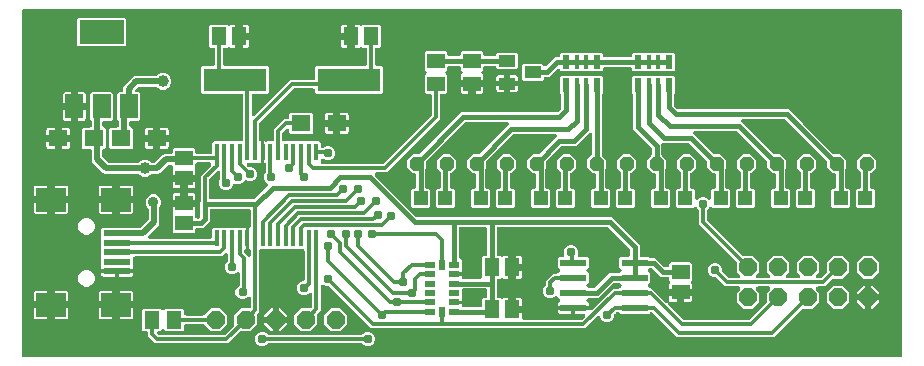
<source format=gbr>
G04 EAGLE Gerber RS-274X export*
G75*
%MOMM*%
%FSLAX34Y34*%
%LPD*%
%INTop Copper*%
%IPPOS*%
%AMOC8*
5,1,8,0,0,1.08239X$1,22.5*%
G01*
%ADD10R,1.300000X1.500000*%
%ADD11R,2.500000X2.000000*%
%ADD12R,2.300000X0.500000*%
%ADD13P,1.319650X8X202.500000*%
%ADD14R,1.500000X2.000000*%
%ADD15R,3.800000X2.000000*%
%ADD16R,1.600000X1.400000*%
%ADD17R,0.900000X0.600000*%
%ADD18R,0.600000X0.900000*%
%ADD19P,1.649562X8X112.500000*%
%ADD20R,0.348000X1.397000*%
%ADD21R,5.334000X1.930400*%
%ADD22R,1.500000X1.300000*%
%ADD23R,0.440000X1.150000*%
%ADD24R,0.630000X1.150000*%
%ADD25R,1.200000X1.200000*%
%ADD26P,1.649562X8X22.500000*%
%ADD27R,2.200000X0.600000*%
%ADD28R,1.400000X1.000000*%
%ADD29C,0.787400*%
%ADD30C,0.508000*%
%ADD31C,0.914400*%
%ADD32C,1.006400*%
%ADD33C,0.304800*%
%ADD34C,0.406400*%

G36*
X745962Y2544D02*
X745962Y2544D01*
X745988Y2542D01*
X746135Y2564D01*
X746282Y2581D01*
X746307Y2589D01*
X746333Y2593D01*
X746471Y2648D01*
X746610Y2698D01*
X746632Y2712D01*
X746657Y2722D01*
X746778Y2807D01*
X746903Y2887D01*
X746921Y2906D01*
X746943Y2921D01*
X747042Y3031D01*
X747145Y3138D01*
X747159Y3160D01*
X747176Y3180D01*
X747248Y3310D01*
X747324Y3437D01*
X747332Y3462D01*
X747345Y3485D01*
X747385Y3628D01*
X747430Y3769D01*
X747432Y3795D01*
X747440Y3820D01*
X747459Y4064D01*
X747459Y295936D01*
X747456Y295962D01*
X747458Y295988D01*
X747436Y296135D01*
X747419Y296282D01*
X747411Y296307D01*
X747407Y296333D01*
X747352Y296471D01*
X747302Y296610D01*
X747288Y296632D01*
X747278Y296657D01*
X747193Y296778D01*
X747113Y296903D01*
X747094Y296921D01*
X747079Y296943D01*
X746969Y297042D01*
X746862Y297145D01*
X746840Y297159D01*
X746820Y297176D01*
X746690Y297248D01*
X746563Y297324D01*
X746538Y297332D01*
X746515Y297345D01*
X746372Y297385D01*
X746231Y297430D01*
X746205Y297432D01*
X746180Y297440D01*
X745936Y297459D01*
X4064Y297459D01*
X4038Y297456D01*
X4012Y297458D01*
X3865Y297436D01*
X3718Y297419D01*
X3693Y297411D01*
X3667Y297407D01*
X3529Y297352D01*
X3390Y297302D01*
X3368Y297288D01*
X3343Y297278D01*
X3222Y297193D01*
X3097Y297113D01*
X3079Y297094D01*
X3057Y297079D01*
X2958Y296969D01*
X2855Y296862D01*
X2841Y296840D01*
X2824Y296820D01*
X2752Y296690D01*
X2676Y296563D01*
X2668Y296538D01*
X2655Y296515D01*
X2615Y296372D01*
X2570Y296231D01*
X2568Y296205D01*
X2560Y296180D01*
X2541Y295936D01*
X2541Y4064D01*
X2544Y4038D01*
X2542Y4012D01*
X2564Y3865D01*
X2581Y3718D01*
X2589Y3693D01*
X2593Y3667D01*
X2648Y3529D01*
X2698Y3390D01*
X2712Y3368D01*
X2722Y3343D01*
X2807Y3222D01*
X2887Y3097D01*
X2906Y3079D01*
X2921Y3057D01*
X3031Y2958D01*
X3138Y2855D01*
X3160Y2841D01*
X3180Y2824D01*
X3310Y2752D01*
X3437Y2676D01*
X3462Y2668D01*
X3485Y2655D01*
X3628Y2615D01*
X3769Y2570D01*
X3795Y2568D01*
X3820Y2560D01*
X4064Y2541D01*
X745936Y2541D01*
X745962Y2544D01*
G37*
%LPC*%
G36*
X115367Y14223D02*
X115367Y14223D01*
X108863Y20727D01*
X108863Y23234D01*
X108860Y23260D01*
X108862Y23286D01*
X108840Y23433D01*
X108823Y23580D01*
X108815Y23605D01*
X108811Y23631D01*
X108756Y23769D01*
X108706Y23908D01*
X108692Y23930D01*
X108682Y23955D01*
X108597Y24076D01*
X108517Y24201D01*
X108498Y24219D01*
X108483Y24241D01*
X108373Y24340D01*
X108266Y24443D01*
X108244Y24457D01*
X108224Y24474D01*
X108094Y24546D01*
X107967Y24622D01*
X107942Y24630D01*
X107919Y24643D01*
X107776Y24683D01*
X107635Y24728D01*
X107609Y24730D01*
X107584Y24738D01*
X107340Y24757D01*
X105078Y24757D01*
X103887Y25948D01*
X103887Y42632D01*
X105078Y43823D01*
X119762Y43823D01*
X120843Y42742D01*
X120863Y42726D01*
X120880Y42706D01*
X121000Y42617D01*
X121116Y42525D01*
X121140Y42514D01*
X121161Y42498D01*
X121297Y42440D01*
X121431Y42376D01*
X121457Y42371D01*
X121481Y42360D01*
X121627Y42334D01*
X121772Y42303D01*
X121798Y42303D01*
X121824Y42299D01*
X121972Y42306D01*
X122120Y42309D01*
X122146Y42315D01*
X122172Y42317D01*
X122314Y42358D01*
X122458Y42394D01*
X122481Y42406D01*
X122507Y42413D01*
X122636Y42486D01*
X122768Y42554D01*
X122788Y42571D01*
X122811Y42583D01*
X122997Y42742D01*
X124078Y43823D01*
X138762Y43823D01*
X139953Y42632D01*
X139953Y39370D01*
X139956Y39344D01*
X139954Y39318D01*
X139976Y39171D01*
X139993Y39024D01*
X140001Y38999D01*
X140005Y38973D01*
X140060Y38835D01*
X140110Y38696D01*
X140124Y38674D01*
X140134Y38649D01*
X140219Y38528D01*
X140299Y38403D01*
X140318Y38385D01*
X140333Y38363D01*
X140443Y38264D01*
X140550Y38161D01*
X140572Y38147D01*
X140592Y38130D01*
X140722Y38058D01*
X140849Y37982D01*
X140874Y37974D01*
X140897Y37961D01*
X141040Y37921D01*
X141181Y37876D01*
X141207Y37874D01*
X141232Y37866D01*
X141476Y37847D01*
X155645Y37847D01*
X155770Y37861D01*
X155897Y37868D01*
X155943Y37881D01*
X155991Y37887D01*
X156110Y37929D01*
X156231Y37964D01*
X156274Y37988D01*
X156319Y38004D01*
X156425Y38073D01*
X156536Y38134D01*
X156582Y38174D01*
X156612Y38193D01*
X156645Y38228D01*
X156722Y38293D01*
X162372Y43943D01*
X170368Y43943D01*
X176023Y38288D01*
X176023Y30292D01*
X170368Y24637D01*
X162372Y24637D01*
X156722Y30287D01*
X156623Y30366D01*
X156529Y30450D01*
X156487Y30474D01*
X156449Y30504D01*
X156335Y30558D01*
X156224Y30619D01*
X156177Y30632D01*
X156134Y30653D01*
X156010Y30679D01*
X155889Y30714D01*
X155828Y30719D01*
X155793Y30726D01*
X155745Y30725D01*
X155645Y30733D01*
X141476Y30733D01*
X141450Y30730D01*
X141424Y30732D01*
X141277Y30710D01*
X141130Y30693D01*
X141105Y30685D01*
X141079Y30681D01*
X140941Y30626D01*
X140802Y30576D01*
X140780Y30562D01*
X140755Y30552D01*
X140634Y30467D01*
X140509Y30387D01*
X140491Y30368D01*
X140469Y30353D01*
X140370Y30243D01*
X140267Y30136D01*
X140253Y30114D01*
X140236Y30094D01*
X140164Y29964D01*
X140088Y29837D01*
X140080Y29812D01*
X140067Y29789D01*
X140027Y29646D01*
X139982Y29505D01*
X139980Y29479D01*
X139972Y29454D01*
X139953Y29210D01*
X139953Y25948D01*
X138762Y24757D01*
X124078Y24757D01*
X122997Y25838D01*
X122977Y25855D01*
X122960Y25874D01*
X122840Y25963D01*
X122724Y26055D01*
X122700Y26066D01*
X122679Y26082D01*
X122543Y26140D01*
X122409Y26204D01*
X122383Y26209D01*
X122359Y26220D01*
X122213Y26246D01*
X122068Y26277D01*
X122042Y26277D01*
X122016Y26281D01*
X121868Y26274D01*
X121720Y26271D01*
X121694Y26265D01*
X121668Y26263D01*
X121526Y26222D01*
X121382Y26186D01*
X121359Y26174D01*
X121333Y26167D01*
X121204Y26094D01*
X121072Y26026D01*
X121052Y26010D01*
X121029Y25997D01*
X120843Y25838D01*
X119762Y24757D01*
X118570Y24757D01*
X118470Y24746D01*
X118370Y24744D01*
X118298Y24726D01*
X118224Y24717D01*
X118129Y24684D01*
X118032Y24659D01*
X117966Y24625D01*
X117896Y24600D01*
X117811Y24545D01*
X117722Y24499D01*
X117666Y24451D01*
X117603Y24411D01*
X117533Y24339D01*
X117457Y24274D01*
X117413Y24214D01*
X117361Y24160D01*
X117309Y24074D01*
X117250Y23993D01*
X117220Y23925D01*
X117182Y23861D01*
X117151Y23766D01*
X117112Y23673D01*
X117098Y23600D01*
X117076Y23529D01*
X117068Y23429D01*
X117050Y23330D01*
X117054Y23256D01*
X117048Y23182D01*
X117063Y23083D01*
X117068Y22982D01*
X117088Y22911D01*
X117099Y22837D01*
X117137Y22744D01*
X117164Y22647D01*
X117201Y22582D01*
X117228Y22513D01*
X117286Y22431D01*
X117335Y22343D01*
X117400Y22267D01*
X117427Y22227D01*
X117454Y22203D01*
X117493Y22157D01*
X117867Y21783D01*
X117966Y21704D01*
X118060Y21620D01*
X118102Y21596D01*
X118140Y21566D01*
X118254Y21512D01*
X118365Y21451D01*
X118412Y21438D01*
X118455Y21417D01*
X118579Y21391D01*
X118700Y21356D01*
X118761Y21351D01*
X118796Y21344D01*
X118844Y21345D01*
X118944Y21337D01*
X173156Y21337D01*
X173281Y21351D01*
X173408Y21358D01*
X173454Y21371D01*
X173502Y21377D01*
X173621Y21419D01*
X173742Y21454D01*
X173785Y21478D01*
X173830Y21494D01*
X173936Y21563D01*
X174047Y21624D01*
X174093Y21664D01*
X174123Y21683D01*
X174156Y21718D01*
X174233Y21783D01*
X181671Y29221D01*
X181750Y29320D01*
X181834Y29414D01*
X181858Y29456D01*
X181888Y29494D01*
X181942Y29608D01*
X182003Y29719D01*
X182016Y29766D01*
X182037Y29809D01*
X182063Y29933D01*
X182098Y30054D01*
X182103Y30115D01*
X182110Y30150D01*
X182109Y30198D01*
X182117Y30298D01*
X182117Y38288D01*
X187772Y43943D01*
X194720Y43943D01*
X194746Y43946D01*
X194772Y43944D01*
X194919Y43966D01*
X195066Y43983D01*
X195091Y43991D01*
X195117Y43995D01*
X195255Y44050D01*
X195394Y44100D01*
X195416Y44114D01*
X195441Y44124D01*
X195562Y44209D01*
X195687Y44289D01*
X195705Y44308D01*
X195727Y44323D01*
X195826Y44433D01*
X195929Y44540D01*
X195943Y44562D01*
X195960Y44582D01*
X196032Y44712D01*
X196108Y44839D01*
X196116Y44864D01*
X196129Y44887D01*
X196169Y45030D01*
X196214Y45171D01*
X196216Y45197D01*
X196224Y45222D01*
X196243Y45466D01*
X196243Y52551D01*
X196232Y52651D01*
X196230Y52752D01*
X196212Y52824D01*
X196203Y52898D01*
X196169Y52992D01*
X196145Y53090D01*
X196111Y53156D01*
X196086Y53226D01*
X196031Y53310D01*
X195985Y53399D01*
X195937Y53456D01*
X195897Y53518D01*
X195825Y53588D01*
X195760Y53665D01*
X195700Y53709D01*
X195646Y53761D01*
X195560Y53812D01*
X195479Y53872D01*
X195411Y53901D01*
X195347Y53940D01*
X195251Y53970D01*
X195159Y54010D01*
X195086Y54023D01*
X195015Y54046D01*
X194915Y54054D01*
X194816Y54072D01*
X194742Y54068D01*
X194668Y54074D01*
X194568Y54059D01*
X194468Y54054D01*
X194397Y54033D01*
X194323Y54022D01*
X194230Y53985D01*
X194133Y53957D01*
X194068Y53921D01*
X193999Y53893D01*
X193917Y53836D01*
X193829Y53787D01*
X193753Y53722D01*
X193713Y53694D01*
X193689Y53668D01*
X193643Y53628D01*
X192612Y52597D01*
X190417Y51688D01*
X188043Y51688D01*
X185848Y52597D01*
X184169Y54276D01*
X183260Y56471D01*
X183260Y58845D01*
X184169Y61040D01*
X185848Y62719D01*
X186003Y62783D01*
X186070Y62820D01*
X186141Y62848D01*
X186221Y62904D01*
X186308Y62952D01*
X186364Y63004D01*
X186427Y63047D01*
X186493Y63120D01*
X186566Y63186D01*
X186609Y63249D01*
X186660Y63306D01*
X186708Y63392D01*
X186764Y63473D01*
X186792Y63544D01*
X186829Y63611D01*
X186856Y63706D01*
X186892Y63797D01*
X186903Y63873D01*
X186924Y63946D01*
X186936Y64095D01*
X186943Y64142D01*
X186941Y64161D01*
X186943Y64190D01*
X186943Y73223D01*
X186932Y73323D01*
X186930Y73424D01*
X186912Y73496D01*
X186903Y73570D01*
X186870Y73664D01*
X186845Y73762D01*
X186811Y73828D01*
X186786Y73898D01*
X186731Y73982D01*
X186685Y74071D01*
X186637Y74128D01*
X186597Y74190D01*
X186525Y74260D01*
X186460Y74337D01*
X186400Y74381D01*
X186346Y74433D01*
X186260Y74484D01*
X186179Y74544D01*
X186111Y74573D01*
X186047Y74612D01*
X185952Y74642D01*
X185859Y74682D01*
X185786Y74695D01*
X185715Y74718D01*
X185615Y74726D01*
X185516Y74744D01*
X185442Y74740D01*
X185368Y74746D01*
X185268Y74731D01*
X185168Y74726D01*
X185097Y74705D01*
X185023Y74694D01*
X184930Y74657D01*
X184833Y74629D01*
X184768Y74593D01*
X184699Y74565D01*
X184617Y74508D01*
X184529Y74459D01*
X184453Y74394D01*
X184413Y74366D01*
X184389Y74340D01*
X184343Y74300D01*
X183722Y73679D01*
X181527Y72770D01*
X179153Y72770D01*
X176958Y73679D01*
X175279Y75358D01*
X174370Y77553D01*
X174370Y79927D01*
X175279Y82122D01*
X176297Y83140D01*
X176376Y83239D01*
X176460Y83332D01*
X176484Y83375D01*
X176514Y83413D01*
X176568Y83527D01*
X176629Y83638D01*
X176642Y83684D01*
X176663Y83728D01*
X176689Y83851D01*
X176724Y83973D01*
X176729Y84034D01*
X176736Y84068D01*
X176735Y84116D01*
X176743Y84217D01*
X176743Y89296D01*
X176732Y89396D01*
X176730Y89496D01*
X176712Y89568D01*
X176703Y89642D01*
X176670Y89737D01*
X176645Y89834D01*
X176611Y89900D01*
X176586Y89970D01*
X176531Y90055D01*
X176485Y90144D01*
X176437Y90201D01*
X176397Y90263D01*
X176325Y90333D01*
X176260Y90409D01*
X176200Y90453D01*
X176146Y90505D01*
X176060Y90557D01*
X175979Y90616D01*
X175911Y90646D01*
X175847Y90684D01*
X175751Y90715D01*
X175659Y90754D01*
X175586Y90768D01*
X175515Y90790D01*
X175415Y90798D01*
X175316Y90816D01*
X175242Y90812D01*
X175168Y90818D01*
X175068Y90803D01*
X174968Y90798D01*
X174897Y90778D01*
X174823Y90767D01*
X174730Y90729D01*
X174633Y90702D01*
X174568Y90665D01*
X174499Y90638D01*
X174417Y90581D01*
X174329Y90531D01*
X174253Y90466D01*
X174213Y90439D01*
X174189Y90412D01*
X174143Y90373D01*
X171653Y87883D01*
X98206Y87883D01*
X98180Y87880D01*
X98154Y87882D01*
X98007Y87860D01*
X97860Y87843D01*
X97835Y87835D01*
X97809Y87831D01*
X97671Y87776D01*
X97532Y87726D01*
X97510Y87712D01*
X97485Y87702D01*
X97364Y87617D01*
X97239Y87537D01*
X97221Y87518D01*
X97199Y87503D01*
X97100Y87393D01*
X96997Y87286D01*
X96983Y87264D01*
X96966Y87244D01*
X96894Y87114D01*
X96818Y86987D01*
X96810Y86962D01*
X96797Y86939D01*
X96757Y86796D01*
X96712Y86655D01*
X96710Y86629D01*
X96702Y86604D01*
X96683Y86360D01*
X96683Y80035D01*
X96624Y79911D01*
X96555Y79776D01*
X96550Y79754D01*
X96540Y79732D01*
X96508Y79585D01*
X96471Y79438D01*
X96471Y79415D01*
X96466Y79392D01*
X96469Y79241D01*
X96467Y79090D01*
X96472Y79062D01*
X96472Y79043D01*
X96484Y78998D01*
X96511Y78849D01*
X96683Y78208D01*
X96683Y76963D01*
X83150Y76963D01*
X69617Y76963D01*
X69617Y78208D01*
X69789Y78849D01*
X69811Y78998D01*
X69838Y79147D01*
X69837Y79171D01*
X69840Y79194D01*
X69828Y79344D01*
X69820Y79495D01*
X69814Y79518D01*
X69812Y79541D01*
X69765Y79685D01*
X69723Y79830D01*
X69712Y79851D01*
X69705Y79873D01*
X69627Y80003D01*
X69617Y80020D01*
X69617Y87200D01*
X69637Y87292D01*
X69637Y87318D01*
X69641Y87345D01*
X69634Y87493D01*
X69631Y87640D01*
X69625Y87666D01*
X69623Y87693D01*
X69617Y87713D01*
X69617Y95199D01*
X69637Y95291D01*
X69637Y95317D01*
X69641Y95344D01*
X69634Y95491D01*
X69631Y95639D01*
X69625Y95665D01*
X69623Y95692D01*
X69617Y95713D01*
X69617Y103199D01*
X69637Y103291D01*
X69637Y103317D01*
X69641Y103344D01*
X69634Y103491D01*
X69631Y103639D01*
X69625Y103665D01*
X69623Y103692D01*
X69617Y103713D01*
X69617Y110782D01*
X70808Y111973D01*
X81841Y111973D01*
X81843Y111973D01*
X81845Y111973D01*
X82018Y111993D01*
X82187Y112013D01*
X102375Y112013D01*
X102501Y112027D01*
X102627Y112034D01*
X102673Y112047D01*
X102721Y112053D01*
X102840Y112095D01*
X102962Y112130D01*
X103004Y112154D01*
X103049Y112170D01*
X103156Y112239D01*
X103266Y112300D01*
X103312Y112340D01*
X103342Y112359D01*
X103376Y112394D01*
X103452Y112459D01*
X109281Y118288D01*
X109360Y118387D01*
X109444Y118481D01*
X109468Y118523D01*
X109498Y118561D01*
X109552Y118675D01*
X109613Y118786D01*
X109626Y118832D01*
X109647Y118876D01*
X109673Y118999D01*
X109708Y119121D01*
X109713Y119182D01*
X109720Y119217D01*
X109719Y119265D01*
X109727Y119365D01*
X109727Y127951D01*
X109713Y128077D01*
X109706Y128203D01*
X109693Y128249D01*
X109687Y128297D01*
X109645Y128416D01*
X109610Y128538D01*
X109586Y128580D01*
X109570Y128626D01*
X109501Y128732D01*
X109440Y128842D01*
X109400Y128888D01*
X109381Y128918D01*
X109346Y128952D01*
X109281Y129028D01*
X108193Y130117D01*
X107187Y132544D01*
X107187Y135172D01*
X108193Y137599D01*
X110051Y139457D01*
X112478Y140463D01*
X115106Y140463D01*
X117533Y139457D01*
X119391Y137599D01*
X120397Y135172D01*
X120397Y132544D01*
X119391Y130117D01*
X119319Y130044D01*
X119256Y129965D01*
X119190Y129897D01*
X119177Y129875D01*
X119156Y129851D01*
X119132Y129809D01*
X119102Y129771D01*
X119054Y129670D01*
X119011Y129598D01*
X119005Y129579D01*
X118987Y129546D01*
X118974Y129500D01*
X118953Y129456D01*
X118928Y129337D01*
X118905Y129266D01*
X118904Y129251D01*
X118892Y129211D01*
X118887Y129150D01*
X118880Y129116D01*
X118881Y129068D01*
X118873Y128967D01*
X118873Y115930D01*
X118177Y114250D01*
X116676Y112749D01*
X109524Y105597D01*
X109462Y105519D01*
X109392Y105446D01*
X109353Y105382D01*
X109307Y105324D01*
X109264Y105233D01*
X109213Y105147D01*
X109190Y105076D01*
X109158Y105009D01*
X109137Y104911D01*
X109107Y104815D01*
X109101Y104741D01*
X109085Y104668D01*
X109087Y104568D01*
X109079Y104468D01*
X109090Y104394D01*
X109091Y104320D01*
X109115Y104223D01*
X109130Y104123D01*
X109158Y104054D01*
X109176Y103982D01*
X109222Y103892D01*
X109259Y103799D01*
X109301Y103738D01*
X109336Y103672D01*
X109401Y103595D01*
X109458Y103513D01*
X109513Y103463D01*
X109561Y103407D01*
X109642Y103347D01*
X109717Y103280D01*
X109782Y103244D01*
X109842Y103199D01*
X109934Y103160D01*
X110022Y103111D01*
X110093Y103091D01*
X110162Y103061D01*
X110260Y103044D01*
X110357Y103016D01*
X110457Y103008D01*
X110505Y103000D01*
X110540Y103002D01*
X110601Y102997D01*
X162004Y102997D01*
X162030Y103000D01*
X162056Y102998D01*
X162203Y103020D01*
X162350Y103037D01*
X162375Y103045D01*
X162401Y103049D01*
X162539Y103104D01*
X162678Y103154D01*
X162700Y103168D01*
X162725Y103178D01*
X162846Y103263D01*
X162971Y103343D01*
X162989Y103362D01*
X163011Y103377D01*
X163110Y103487D01*
X163213Y103594D01*
X163227Y103616D01*
X163244Y103636D01*
X163316Y103765D01*
X163392Y103893D01*
X163400Y103918D01*
X163413Y103941D01*
X163453Y104084D01*
X163498Y104225D01*
X163500Y104251D01*
X163508Y104276D01*
X163527Y104520D01*
X163527Y110967D01*
X164718Y112158D01*
X170263Y112158D01*
X170402Y112128D01*
X170428Y112128D01*
X170454Y112124D01*
X170603Y112131D01*
X170750Y112134D01*
X170776Y112140D01*
X170802Y112142D01*
X170858Y112158D01*
X176763Y112158D01*
X176902Y112128D01*
X176928Y112128D01*
X176954Y112124D01*
X177103Y112131D01*
X177250Y112134D01*
X177276Y112140D01*
X177302Y112142D01*
X177358Y112158D01*
X183263Y112158D01*
X183402Y112128D01*
X183428Y112128D01*
X183454Y112124D01*
X183603Y112131D01*
X183750Y112134D01*
X183776Y112140D01*
X183802Y112142D01*
X183858Y112158D01*
X189440Y112158D01*
X189573Y112095D01*
X189708Y112026D01*
X189731Y112020D01*
X189752Y112010D01*
X189900Y111979D01*
X190046Y111942D01*
X190070Y111942D01*
X190093Y111937D01*
X190244Y111940D01*
X190395Y111937D01*
X190422Y111943D01*
X190441Y111943D01*
X190486Y111954D01*
X190635Y111982D01*
X191292Y112158D01*
X191777Y112158D01*
X191777Y103140D01*
X191777Y94094D01*
X191678Y94082D01*
X191653Y94074D01*
X191627Y94070D01*
X191489Y94015D01*
X191350Y93965D01*
X191328Y93951D01*
X191303Y93941D01*
X191182Y93856D01*
X191057Y93776D01*
X191039Y93757D01*
X191017Y93742D01*
X190918Y93632D01*
X190815Y93525D01*
X190801Y93503D01*
X190784Y93483D01*
X190712Y93353D01*
X190636Y93226D01*
X190628Y93201D01*
X190615Y93178D01*
X190575Y93036D01*
X190530Y92894D01*
X190528Y92868D01*
X190520Y92843D01*
X190501Y92599D01*
X190501Y92020D01*
X190515Y91895D01*
X190522Y91768D01*
X190535Y91722D01*
X190541Y91674D01*
X190583Y91555D01*
X190618Y91434D01*
X190642Y91391D01*
X190658Y91346D01*
X190727Y91240D01*
X190788Y91129D01*
X190828Y91083D01*
X190847Y91053D01*
X190882Y91020D01*
X190947Y90943D01*
X191527Y90363D01*
X193643Y88247D01*
X193721Y88185D01*
X193794Y88115D01*
X193858Y88077D01*
X193916Y88030D01*
X194007Y87988D01*
X194093Y87936D01*
X194164Y87913D01*
X194231Y87882D01*
X194329Y87860D01*
X194425Y87830D01*
X194499Y87824D01*
X194572Y87808D01*
X194672Y87810D01*
X194772Y87802D01*
X194846Y87813D01*
X194920Y87814D01*
X195017Y87839D01*
X195117Y87853D01*
X195186Y87881D01*
X195258Y87899D01*
X195347Y87945D01*
X195441Y87982D01*
X195502Y88025D01*
X195568Y88059D01*
X195644Y88124D01*
X195727Y88181D01*
X195777Y88236D01*
X195833Y88285D01*
X195893Y88365D01*
X195960Y88440D01*
X195996Y88505D01*
X196041Y88565D01*
X196080Y88657D01*
X196129Y88745D01*
X196149Y88817D01*
X196179Y88885D01*
X196196Y88984D01*
X196224Y89080D01*
X196232Y89180D01*
X196240Y89228D01*
X196238Y89264D01*
X196243Y89324D01*
X196243Y92599D01*
X196240Y92625D01*
X196242Y92651D01*
X196220Y92798D01*
X196203Y92945D01*
X196195Y92970D01*
X196191Y92996D01*
X196136Y93134D01*
X196086Y93273D01*
X196072Y93295D01*
X196062Y93320D01*
X195977Y93441D01*
X195897Y93566D01*
X195878Y93584D01*
X195863Y93606D01*
X195753Y93705D01*
X195646Y93808D01*
X195624Y93822D01*
X195604Y93839D01*
X195474Y93911D01*
X195347Y93987D01*
X195322Y93995D01*
X195299Y94008D01*
X195156Y94048D01*
X195015Y94093D01*
X194989Y94095D01*
X194964Y94103D01*
X194823Y94114D01*
X194823Y103140D01*
X194823Y112166D01*
X194919Y112181D01*
X195066Y112198D01*
X195091Y112206D01*
X195117Y112210D01*
X195255Y112265D01*
X195394Y112315D01*
X195416Y112329D01*
X195441Y112339D01*
X195562Y112424D01*
X195687Y112504D01*
X195705Y112523D01*
X195727Y112538D01*
X195826Y112648D01*
X195929Y112755D01*
X195943Y112777D01*
X195960Y112797D01*
X196032Y112927D01*
X196108Y113054D01*
X196116Y113079D01*
X196129Y113102D01*
X196169Y113245D01*
X196214Y113386D01*
X196216Y113412D01*
X196224Y113437D01*
X196243Y113681D01*
X196243Y126492D01*
X196240Y126518D01*
X196242Y126544D01*
X196220Y126691D01*
X196203Y126838D01*
X196195Y126863D01*
X196191Y126889D01*
X196136Y127027D01*
X196086Y127166D01*
X196072Y127188D01*
X196062Y127213D01*
X195977Y127334D01*
X195897Y127459D01*
X195878Y127477D01*
X195863Y127499D01*
X195753Y127598D01*
X195646Y127701D01*
X195624Y127715D01*
X195604Y127732D01*
X195474Y127804D01*
X195347Y127880D01*
X195322Y127888D01*
X195299Y127901D01*
X195156Y127941D01*
X195015Y127986D01*
X194989Y127988D01*
X194964Y127996D01*
X194720Y128015D01*
X163068Y128015D01*
X163042Y128012D01*
X163016Y128014D01*
X162869Y127992D01*
X162722Y127975D01*
X162697Y127967D01*
X162671Y127963D01*
X162533Y127908D01*
X162394Y127858D01*
X162372Y127844D01*
X162347Y127834D01*
X162226Y127749D01*
X162101Y127669D01*
X162083Y127650D01*
X162061Y127635D01*
X161962Y127525D01*
X161859Y127418D01*
X161845Y127396D01*
X161828Y127376D01*
X161756Y127246D01*
X161680Y127119D01*
X161672Y127094D01*
X161659Y127071D01*
X161619Y126928D01*
X161574Y126787D01*
X161572Y126761D01*
X161564Y126736D01*
X161545Y126492D01*
X161545Y117696D01*
X155744Y111895D01*
X150756Y111895D01*
X150730Y111892D01*
X150704Y111894D01*
X150557Y111872D01*
X150410Y111855D01*
X150385Y111847D01*
X150359Y111843D01*
X150221Y111788D01*
X150082Y111738D01*
X150060Y111724D01*
X150035Y111714D01*
X149914Y111629D01*
X149789Y111549D01*
X149771Y111530D01*
X149749Y111515D01*
X149650Y111405D01*
X149547Y111298D01*
X149533Y111276D01*
X149516Y111256D01*
X149444Y111126D01*
X149368Y110999D01*
X149360Y110974D01*
X149347Y110951D01*
X149307Y110808D01*
X149262Y110667D01*
X149260Y110641D01*
X149252Y110616D01*
X149233Y110372D01*
X149233Y108618D01*
X148042Y107427D01*
X131358Y107427D01*
X130167Y108618D01*
X130167Y123302D01*
X130297Y123432D01*
X130298Y123433D01*
X130299Y123434D01*
X130405Y123568D01*
X130514Y123705D01*
X130515Y123706D01*
X130515Y123707D01*
X130589Y123864D01*
X130663Y124020D01*
X130663Y124022D01*
X130664Y124023D01*
X130699Y124186D01*
X130736Y124361D01*
X130736Y124362D01*
X130737Y124364D01*
X130733Y124538D01*
X130730Y124709D01*
X130730Y124711D01*
X130730Y124712D01*
X130686Y124885D01*
X130645Y125047D01*
X130645Y125049D01*
X130644Y125050D01*
X130539Y125271D01*
X130306Y125675D01*
X130167Y126192D01*
X130167Y129913D01*
X138176Y129913D01*
X138202Y129916D01*
X138228Y129914D01*
X138375Y129936D01*
X138522Y129953D01*
X138547Y129961D01*
X138573Y129965D01*
X138711Y130020D01*
X138850Y130070D01*
X138872Y130084D01*
X138897Y130094D01*
X139018Y130179D01*
X139143Y130259D01*
X139161Y130278D01*
X139183Y130293D01*
X139282Y130403D01*
X139385Y130510D01*
X139399Y130532D01*
X139416Y130552D01*
X139488Y130682D01*
X139564Y130809D01*
X139572Y130834D01*
X139585Y130857D01*
X139625Y131000D01*
X139670Y131141D01*
X139672Y131167D01*
X139680Y131192D01*
X139699Y131436D01*
X139699Y132961D01*
X139701Y132961D01*
X139701Y131436D01*
X139704Y131410D01*
X139702Y131384D01*
X139724Y131237D01*
X139741Y131090D01*
X139750Y131065D01*
X139753Y131039D01*
X139808Y130901D01*
X139858Y130762D01*
X139872Y130740D01*
X139882Y130715D01*
X139967Y130594D01*
X140047Y130469D01*
X140066Y130451D01*
X140081Y130429D01*
X140191Y130330D01*
X140298Y130227D01*
X140320Y130213D01*
X140340Y130196D01*
X140470Y130124D01*
X140597Y130048D01*
X140622Y130040D01*
X140645Y130027D01*
X140788Y129987D01*
X140929Y129942D01*
X140955Y129940D01*
X140980Y129932D01*
X141224Y129913D01*
X149233Y129913D01*
X149233Y126192D01*
X149094Y125675D01*
X148861Y125271D01*
X148860Y125270D01*
X148859Y125268D01*
X148793Y125114D01*
X148722Y124951D01*
X148722Y124950D01*
X148721Y124948D01*
X148691Y124781D01*
X148660Y124608D01*
X148660Y124607D01*
X148660Y124605D01*
X148668Y124434D01*
X148677Y124260D01*
X148677Y124259D01*
X148677Y124257D01*
X148724Y124097D01*
X148773Y123925D01*
X148774Y123924D01*
X148774Y123923D01*
X148860Y123770D01*
X148943Y123621D01*
X148944Y123620D01*
X148944Y123618D01*
X149103Y123432D01*
X149233Y123302D01*
X149233Y121548D01*
X149236Y121522D01*
X149234Y121496D01*
X149256Y121349D01*
X149273Y121202D01*
X149281Y121177D01*
X149285Y121151D01*
X149340Y121013D01*
X149390Y120874D01*
X149404Y120852D01*
X149414Y120827D01*
X149499Y120706D01*
X149579Y120581D01*
X149598Y120563D01*
X149613Y120541D01*
X149723Y120442D01*
X149830Y120339D01*
X149852Y120325D01*
X149872Y120308D01*
X150002Y120236D01*
X150129Y120160D01*
X150154Y120152D01*
X150177Y120139D01*
X150320Y120099D01*
X150461Y120054D01*
X150487Y120052D01*
X150512Y120044D01*
X150756Y120025D01*
X151745Y120025D01*
X151871Y120039D01*
X151997Y120046D01*
X152044Y120059D01*
X152092Y120065D01*
X152211Y120107D01*
X152332Y120142D01*
X152374Y120166D01*
X152420Y120182D01*
X152526Y120251D01*
X152636Y120312D01*
X152682Y120352D01*
X152712Y120371D01*
X152746Y120406D01*
X152822Y120471D01*
X152969Y120618D01*
X153048Y120717D01*
X153132Y120810D01*
X153156Y120853D01*
X153186Y120891D01*
X153240Y121005D01*
X153301Y121115D01*
X153314Y121162D01*
X153335Y121206D01*
X153361Y121329D01*
X153396Y121451D01*
X153401Y121512D01*
X153408Y121546D01*
X153407Y121594D01*
X153415Y121695D01*
X153415Y133764D01*
X153477Y133826D01*
X153556Y133925D01*
X153640Y134018D01*
X153664Y134061D01*
X153694Y134099D01*
X153748Y134213D01*
X153809Y134323D01*
X153822Y134370D01*
X153843Y134414D01*
X153869Y134537D01*
X153904Y134659D01*
X153909Y134720D01*
X153916Y134754D01*
X153915Y134802D01*
X153923Y134903D01*
X153923Y156413D01*
X156453Y158943D01*
X162413Y164903D01*
X162475Y164981D01*
X162545Y165054D01*
X162583Y165118D01*
X162630Y165176D01*
X162672Y165267D01*
X162724Y165353D01*
X162747Y165424D01*
X162778Y165491D01*
X162800Y165589D01*
X162830Y165685D01*
X162836Y165759D01*
X162852Y165832D01*
X162850Y165932D01*
X162858Y166032D01*
X162847Y166106D01*
X162846Y166180D01*
X162821Y166277D01*
X162807Y166377D01*
X162779Y166446D01*
X162761Y166518D01*
X162715Y166608D01*
X162678Y166701D01*
X162635Y166762D01*
X162601Y166828D01*
X162536Y166905D01*
X162479Y166987D01*
X162424Y167037D01*
X162375Y167093D01*
X162295Y167153D01*
X162220Y167220D01*
X162155Y167256D01*
X162095Y167301D01*
X162003Y167340D01*
X161915Y167389D01*
X161843Y167409D01*
X161775Y167439D01*
X161676Y167456D01*
X161580Y167484D01*
X161480Y167492D01*
X161432Y167500D01*
X161396Y167498D01*
X161336Y167503D01*
X150756Y167503D01*
X150730Y167500D01*
X150704Y167502D01*
X150557Y167480D01*
X150410Y167463D01*
X150385Y167455D01*
X150359Y167451D01*
X150221Y167396D01*
X150082Y167346D01*
X150060Y167332D01*
X150035Y167322D01*
X149914Y167237D01*
X149789Y167157D01*
X149771Y167138D01*
X149749Y167123D01*
X149650Y167013D01*
X149547Y166906D01*
X149533Y166884D01*
X149516Y166864D01*
X149444Y166734D01*
X149368Y166607D01*
X149360Y166582D01*
X149347Y166559D01*
X149307Y166416D01*
X149262Y166275D01*
X149260Y166249D01*
X149252Y166224D01*
X149233Y165980D01*
X149233Y163718D01*
X149103Y163588D01*
X149102Y163587D01*
X149101Y163586D01*
X148991Y163448D01*
X148886Y163315D01*
X148885Y163314D01*
X148885Y163313D01*
X148811Y163156D01*
X148737Y163000D01*
X148737Y162998D01*
X148736Y162997D01*
X148697Y162811D01*
X148664Y162659D01*
X148664Y162658D01*
X148663Y162656D01*
X148667Y162468D01*
X148670Y162311D01*
X148670Y162309D01*
X148670Y162308D01*
X148714Y162135D01*
X148725Y162092D01*
X148726Y162085D01*
X148728Y162080D01*
X148755Y161973D01*
X148755Y161971D01*
X148756Y161970D01*
X148852Y161766D01*
X148854Y161761D01*
X148856Y161759D01*
X148861Y161749D01*
X149094Y161345D01*
X149233Y160828D01*
X149233Y157107D01*
X141224Y157107D01*
X141198Y157104D01*
X141172Y157106D01*
X141025Y157084D01*
X140878Y157067D01*
X140853Y157058D01*
X140827Y157055D01*
X140689Y157000D01*
X140550Y156950D01*
X140528Y156936D01*
X140503Y156926D01*
X140382Y156841D01*
X140257Y156761D01*
X140239Y156742D01*
X140217Y156727D01*
X140118Y156617D01*
X140015Y156510D01*
X140001Y156488D01*
X139984Y156468D01*
X139912Y156338D01*
X139836Y156211D01*
X139828Y156186D01*
X139815Y156163D01*
X139775Y156020D01*
X139730Y155879D01*
X139728Y155853D01*
X139720Y155828D01*
X139701Y155584D01*
X139701Y154059D01*
X139699Y154059D01*
X139699Y155584D01*
X139696Y155610D01*
X139698Y155636D01*
X139676Y155783D01*
X139659Y155930D01*
X139650Y155955D01*
X139647Y155981D01*
X139592Y156119D01*
X139542Y156258D01*
X139528Y156280D01*
X139518Y156305D01*
X139433Y156426D01*
X139353Y156551D01*
X139334Y156569D01*
X139319Y156591D01*
X139209Y156690D01*
X139102Y156793D01*
X139080Y156807D01*
X139060Y156824D01*
X138930Y156896D01*
X138803Y156972D01*
X138778Y156980D01*
X138755Y156993D01*
X138612Y157033D01*
X138471Y157078D01*
X138445Y157080D01*
X138420Y157088D01*
X138176Y157107D01*
X130167Y157107D01*
X130167Y160828D01*
X130306Y161345D01*
X130539Y161749D01*
X130540Y161750D01*
X130541Y161752D01*
X130569Y161816D01*
X130592Y161855D01*
X130610Y161913D01*
X130678Y162069D01*
X130678Y162070D01*
X130679Y162072D01*
X130709Y162237D01*
X130740Y162412D01*
X130740Y162413D01*
X130740Y162415D01*
X130732Y162586D01*
X130723Y162760D01*
X130723Y162761D01*
X130723Y162763D01*
X130677Y162921D01*
X130627Y163095D01*
X130626Y163096D01*
X130626Y163097D01*
X130544Y163244D01*
X130457Y163399D01*
X130456Y163400D01*
X130456Y163402D01*
X130297Y163588D01*
X130167Y163718D01*
X130167Y164084D01*
X130164Y164110D01*
X130166Y164136D01*
X130144Y164283D01*
X130127Y164430D01*
X130119Y164455D01*
X130115Y164481D01*
X130060Y164619D01*
X130010Y164758D01*
X129996Y164780D01*
X129986Y164805D01*
X129901Y164926D01*
X129821Y165051D01*
X129802Y165069D01*
X129787Y165091D01*
X129677Y165190D01*
X129570Y165293D01*
X129548Y165307D01*
X129528Y165324D01*
X129398Y165396D01*
X129271Y165472D01*
X129246Y165480D01*
X129223Y165493D01*
X129080Y165533D01*
X128939Y165578D01*
X128913Y165580D01*
X128888Y165588D01*
X128644Y165607D01*
X126985Y165607D01*
X126859Y165593D01*
X126733Y165586D01*
X126687Y165573D01*
X126639Y165567D01*
X126520Y165525D01*
X126398Y165490D01*
X126356Y165466D01*
X126311Y165450D01*
X126204Y165381D01*
X126094Y165320D01*
X126048Y165280D01*
X126018Y165261D01*
X125984Y165226D01*
X125908Y165161D01*
X119430Y158683D01*
X117750Y157987D01*
X112729Y157987D01*
X112604Y157973D01*
X112477Y157966D01*
X112431Y157953D01*
X112383Y157947D01*
X112264Y157905D01*
X112143Y157870D01*
X112100Y157846D01*
X112055Y157830D01*
X111949Y157761D01*
X111838Y157700D01*
X111792Y157660D01*
X111762Y157641D01*
X111729Y157606D01*
X111652Y157541D01*
X110682Y156571D01*
X108085Y155495D01*
X105275Y155495D01*
X102678Y156571D01*
X101708Y157541D01*
X101609Y157620D01*
X101515Y157704D01*
X101473Y157728D01*
X101435Y157758D01*
X101321Y157812D01*
X101210Y157873D01*
X101163Y157886D01*
X101120Y157907D01*
X100996Y157933D01*
X100875Y157968D01*
X100814Y157973D01*
X100779Y157980D01*
X100731Y157979D01*
X100631Y157987D01*
X72750Y157987D01*
X71070Y158683D01*
X62163Y167590D01*
X61467Y169270D01*
X61467Y177404D01*
X61464Y177430D01*
X61466Y177456D01*
X61444Y177603D01*
X61427Y177750D01*
X61419Y177775D01*
X61415Y177801D01*
X61360Y177939D01*
X61310Y178078D01*
X61296Y178100D01*
X61286Y178125D01*
X61201Y178246D01*
X61121Y178371D01*
X61102Y178389D01*
X61087Y178411D01*
X60977Y178510D01*
X60870Y178613D01*
X60848Y178627D01*
X60828Y178644D01*
X60698Y178716D01*
X60571Y178792D01*
X60546Y178800D01*
X60523Y178813D01*
X60380Y178853D01*
X60239Y178898D01*
X60213Y178900D01*
X60188Y178908D01*
X59944Y178927D01*
X54418Y178927D01*
X53227Y180118D01*
X53227Y195802D01*
X54418Y196993D01*
X59944Y196993D01*
X59970Y196996D01*
X59996Y196994D01*
X60143Y197016D01*
X60290Y197033D01*
X60315Y197041D01*
X60341Y197045D01*
X60479Y197100D01*
X60618Y197150D01*
X60640Y197164D01*
X60665Y197174D01*
X60786Y197259D01*
X60911Y197339D01*
X60929Y197358D01*
X60951Y197373D01*
X61050Y197483D01*
X61153Y197590D01*
X61167Y197612D01*
X61184Y197632D01*
X61256Y197762D01*
X61332Y197889D01*
X61340Y197914D01*
X61353Y197937D01*
X61393Y198080D01*
X61438Y198221D01*
X61440Y198247D01*
X61448Y198272D01*
X61467Y198516D01*
X61467Y202257D01*
X61453Y202383D01*
X61446Y202509D01*
X61433Y202555D01*
X61427Y202603D01*
X61385Y202722D01*
X61350Y202844D01*
X61326Y202886D01*
X61310Y202931D01*
X61241Y203037D01*
X61180Y203148D01*
X61140Y203194D01*
X61121Y203224D01*
X61086Y203258D01*
X61021Y203334D01*
X60317Y204038D01*
X60317Y225722D01*
X61508Y226913D01*
X78192Y226913D01*
X79383Y225722D01*
X79383Y204038D01*
X78192Y202847D01*
X72136Y202847D01*
X72110Y202844D01*
X72084Y202846D01*
X71937Y202824D01*
X71790Y202807D01*
X71765Y202799D01*
X71739Y202795D01*
X71601Y202740D01*
X71462Y202690D01*
X71440Y202676D01*
X71415Y202666D01*
X71294Y202581D01*
X71169Y202501D01*
X71151Y202482D01*
X71129Y202467D01*
X71030Y202357D01*
X70927Y202250D01*
X70913Y202228D01*
X70896Y202208D01*
X70824Y202078D01*
X70748Y201951D01*
X70740Y201926D01*
X70727Y201903D01*
X70687Y201760D01*
X70642Y201619D01*
X70640Y201593D01*
X70632Y201568D01*
X70613Y201324D01*
X70613Y198516D01*
X70616Y198490D01*
X70614Y198464D01*
X70636Y198317D01*
X70653Y198170D01*
X70661Y198145D01*
X70665Y198119D01*
X70720Y197981D01*
X70770Y197842D01*
X70784Y197820D01*
X70794Y197795D01*
X70879Y197674D01*
X70959Y197549D01*
X70978Y197531D01*
X70993Y197509D01*
X71103Y197410D01*
X71210Y197307D01*
X71232Y197293D01*
X71252Y197276D01*
X71382Y197204D01*
X71509Y197128D01*
X71534Y197120D01*
X71557Y197107D01*
X71700Y197067D01*
X71841Y197022D01*
X71867Y197020D01*
X71892Y197012D01*
X72099Y196996D01*
X73293Y195802D01*
X73293Y180118D01*
X72100Y178925D01*
X72084Y178926D01*
X71937Y178904D01*
X71790Y178887D01*
X71765Y178879D01*
X71739Y178875D01*
X71601Y178820D01*
X71462Y178770D01*
X71440Y178756D01*
X71415Y178746D01*
X71294Y178661D01*
X71169Y178581D01*
X71151Y178562D01*
X71129Y178547D01*
X71030Y178437D01*
X70927Y178330D01*
X70913Y178308D01*
X70896Y178288D01*
X70824Y178158D01*
X70748Y178031D01*
X70740Y178006D01*
X70727Y177983D01*
X70687Y177840D01*
X70642Y177699D01*
X70640Y177673D01*
X70632Y177648D01*
X70613Y177404D01*
X70613Y172705D01*
X70627Y172579D01*
X70634Y172453D01*
X70647Y172407D01*
X70653Y172359D01*
X70695Y172240D01*
X70730Y172118D01*
X70754Y172076D01*
X70770Y172031D01*
X70839Y171924D01*
X70900Y171814D01*
X70940Y171768D01*
X70959Y171738D01*
X70994Y171704D01*
X71059Y171628D01*
X75108Y167579D01*
X75207Y167500D01*
X75301Y167416D01*
X75343Y167392D01*
X75381Y167362D01*
X75495Y167308D01*
X75606Y167247D01*
X75652Y167234D01*
X75696Y167213D01*
X75819Y167187D01*
X75941Y167152D01*
X76002Y167147D01*
X76037Y167140D01*
X76085Y167141D01*
X76185Y167133D01*
X100631Y167133D01*
X100756Y167147D01*
X100883Y167154D01*
X100929Y167167D01*
X100977Y167173D01*
X101096Y167215D01*
X101217Y167250D01*
X101260Y167274D01*
X101305Y167290D01*
X101411Y167359D01*
X101522Y167420D01*
X101568Y167460D01*
X101598Y167479D01*
X101631Y167514D01*
X101708Y167579D01*
X102678Y168549D01*
X105275Y169625D01*
X108085Y169625D01*
X110682Y168549D01*
X111652Y167579D01*
X111751Y167500D01*
X111845Y167416D01*
X111887Y167392D01*
X111925Y167362D01*
X112039Y167308D01*
X112150Y167247D01*
X112197Y167234D01*
X112240Y167213D01*
X112364Y167187D01*
X112485Y167152D01*
X112546Y167147D01*
X112581Y167140D01*
X112629Y167141D01*
X112729Y167133D01*
X114315Y167133D01*
X114441Y167147D01*
X114567Y167154D01*
X114613Y167167D01*
X114661Y167173D01*
X114780Y167215D01*
X114902Y167250D01*
X114944Y167274D01*
X114989Y167290D01*
X115096Y167359D01*
X115206Y167420D01*
X115252Y167460D01*
X115282Y167479D01*
X115316Y167514D01*
X115392Y167579D01*
X121870Y174057D01*
X123550Y174753D01*
X128644Y174753D01*
X128670Y174756D01*
X128696Y174754D01*
X128843Y174776D01*
X128990Y174793D01*
X129015Y174801D01*
X129041Y174805D01*
X129179Y174860D01*
X129318Y174910D01*
X129340Y174924D01*
X129365Y174934D01*
X129486Y175019D01*
X129611Y175099D01*
X129629Y175118D01*
X129651Y175133D01*
X129750Y175243D01*
X129853Y175350D01*
X129867Y175372D01*
X129884Y175392D01*
X129956Y175522D01*
X130032Y175649D01*
X130040Y175674D01*
X130053Y175697D01*
X130093Y175840D01*
X130138Y175981D01*
X130140Y176007D01*
X130148Y176032D01*
X130167Y176276D01*
X130167Y178402D01*
X131358Y179593D01*
X148042Y179593D01*
X149233Y178402D01*
X149233Y176140D01*
X149236Y176114D01*
X149234Y176088D01*
X149256Y175941D01*
X149273Y175794D01*
X149281Y175769D01*
X149285Y175743D01*
X149340Y175605D01*
X149390Y175466D01*
X149404Y175444D01*
X149414Y175419D01*
X149499Y175298D01*
X149579Y175173D01*
X149598Y175155D01*
X149613Y175133D01*
X149723Y175034D01*
X149830Y174931D01*
X149852Y174917D01*
X149872Y174900D01*
X150002Y174828D01*
X150129Y174752D01*
X150154Y174744D01*
X150177Y174731D01*
X150320Y174691D01*
X150461Y174646D01*
X150487Y174644D01*
X150512Y174636D01*
X150756Y174617D01*
X162004Y174617D01*
X162030Y174620D01*
X162056Y174618D01*
X162203Y174640D01*
X162350Y174657D01*
X162375Y174665D01*
X162401Y174669D01*
X162539Y174724D01*
X162678Y174774D01*
X162700Y174788D01*
X162725Y174798D01*
X162846Y174883D01*
X162971Y174963D01*
X162989Y174982D01*
X163011Y174997D01*
X163110Y175107D01*
X163213Y175214D01*
X163227Y175236D01*
X163244Y175256D01*
X163316Y175386D01*
X163392Y175513D01*
X163400Y175538D01*
X163413Y175561D01*
X163453Y175704D01*
X163498Y175845D01*
X163500Y175871D01*
X163508Y175896D01*
X163527Y176140D01*
X163527Y184087D01*
X164718Y185278D01*
X170263Y185278D01*
X170402Y185248D01*
X170428Y185248D01*
X170454Y185244D01*
X170603Y185251D01*
X170750Y185254D01*
X170776Y185260D01*
X170802Y185262D01*
X170858Y185278D01*
X176763Y185278D01*
X176902Y185248D01*
X176928Y185248D01*
X176954Y185244D01*
X177103Y185251D01*
X177250Y185254D01*
X177276Y185260D01*
X177302Y185262D01*
X177358Y185278D01*
X183263Y185278D01*
X183402Y185248D01*
X183428Y185248D01*
X183454Y185244D01*
X183603Y185251D01*
X183750Y185254D01*
X183776Y185260D01*
X183802Y185262D01*
X183858Y185278D01*
X188220Y185278D01*
X188246Y185281D01*
X188272Y185279D01*
X188419Y185301D01*
X188566Y185318D01*
X188591Y185326D01*
X188617Y185330D01*
X188755Y185385D01*
X188894Y185435D01*
X188916Y185449D01*
X188941Y185459D01*
X189062Y185544D01*
X189187Y185624D01*
X189205Y185643D01*
X189227Y185658D01*
X189326Y185768D01*
X189429Y185875D01*
X189443Y185897D01*
X189460Y185917D01*
X189532Y186047D01*
X189608Y186174D01*
X189616Y186199D01*
X189629Y186222D01*
X189669Y186365D01*
X189714Y186506D01*
X189716Y186532D01*
X189724Y186557D01*
X189743Y186801D01*
X189743Y224282D01*
X189740Y224308D01*
X189742Y224334D01*
X189720Y224481D01*
X189703Y224628D01*
X189695Y224653D01*
X189691Y224679D01*
X189636Y224817D01*
X189586Y224956D01*
X189572Y224978D01*
X189562Y225003D01*
X189477Y225124D01*
X189397Y225249D01*
X189378Y225267D01*
X189363Y225289D01*
X189253Y225388D01*
X189146Y225491D01*
X189124Y225505D01*
X189104Y225522D01*
X188974Y225594D01*
X188847Y225670D01*
X188822Y225678D01*
X188799Y225691D01*
X188656Y225731D01*
X188515Y225776D01*
X188489Y225778D01*
X188464Y225786D01*
X188220Y225805D01*
X155368Y225805D01*
X154177Y226996D01*
X154177Y247984D01*
X155368Y249175D01*
X164220Y249175D01*
X164246Y249178D01*
X164272Y249176D01*
X164419Y249198D01*
X164566Y249215D01*
X164591Y249223D01*
X164617Y249227D01*
X164755Y249282D01*
X164894Y249332D01*
X164916Y249346D01*
X164941Y249356D01*
X165062Y249441D01*
X165187Y249521D01*
X165205Y249540D01*
X165227Y249555D01*
X165326Y249665D01*
X165429Y249772D01*
X165443Y249794D01*
X165460Y249814D01*
X165532Y249944D01*
X165608Y250071D01*
X165616Y250096D01*
X165629Y250119D01*
X165669Y250262D01*
X165714Y250403D01*
X165716Y250429D01*
X165724Y250454D01*
X165743Y250698D01*
X165743Y263264D01*
X165740Y263290D01*
X165742Y263316D01*
X165720Y263463D01*
X165703Y263610D01*
X165695Y263635D01*
X165691Y263661D01*
X165636Y263799D01*
X165586Y263938D01*
X165572Y263960D01*
X165562Y263985D01*
X165477Y264106D01*
X165397Y264231D01*
X165378Y264249D01*
X165363Y264271D01*
X165253Y264370D01*
X165146Y264473D01*
X165124Y264487D01*
X165104Y264504D01*
X164974Y264576D01*
X164847Y264652D01*
X164822Y264660D01*
X164799Y264673D01*
X164656Y264713D01*
X164515Y264758D01*
X164489Y264760D01*
X164464Y264768D01*
X164220Y264787D01*
X161958Y264787D01*
X160767Y265978D01*
X160767Y282662D01*
X161958Y283853D01*
X176642Y283853D01*
X176772Y283723D01*
X176773Y283722D01*
X176774Y283721D01*
X176913Y283611D01*
X177045Y283506D01*
X177046Y283505D01*
X177047Y283505D01*
X177204Y283431D01*
X177360Y283357D01*
X177362Y283357D01*
X177363Y283356D01*
X177535Y283320D01*
X177701Y283284D01*
X177702Y283284D01*
X177704Y283283D01*
X177886Y283287D01*
X178049Y283290D01*
X178051Y283290D01*
X178052Y283290D01*
X178225Y283334D01*
X178387Y283375D01*
X178389Y283375D01*
X178390Y283376D01*
X178611Y283481D01*
X179015Y283714D01*
X179532Y283853D01*
X183253Y283853D01*
X183253Y275844D01*
X183256Y275818D01*
X183254Y275792D01*
X183276Y275645D01*
X183293Y275498D01*
X183301Y275473D01*
X183305Y275447D01*
X183360Y275309D01*
X183410Y275170D01*
X183424Y275148D01*
X183434Y275123D01*
X183519Y275002D01*
X183599Y274877D01*
X183618Y274859D01*
X183633Y274837D01*
X183743Y274738D01*
X183850Y274635D01*
X183872Y274621D01*
X183892Y274604D01*
X184022Y274532D01*
X184149Y274456D01*
X184174Y274448D01*
X184197Y274435D01*
X184340Y274395D01*
X184481Y274350D01*
X184507Y274348D01*
X184532Y274340D01*
X184776Y274321D01*
X186301Y274321D01*
X186301Y274319D01*
X184776Y274319D01*
X184750Y274316D01*
X184724Y274318D01*
X184577Y274296D01*
X184430Y274279D01*
X184405Y274270D01*
X184379Y274267D01*
X184241Y274212D01*
X184102Y274162D01*
X184080Y274148D01*
X184055Y274138D01*
X183934Y274053D01*
X183809Y273973D01*
X183791Y273954D01*
X183769Y273939D01*
X183670Y273829D01*
X183567Y273722D01*
X183553Y273700D01*
X183536Y273680D01*
X183464Y273550D01*
X183388Y273423D01*
X183380Y273398D01*
X183367Y273375D01*
X183327Y273232D01*
X183282Y273091D01*
X183280Y273065D01*
X183272Y273040D01*
X183253Y272796D01*
X183253Y264787D01*
X179532Y264787D01*
X179015Y264926D01*
X178611Y265159D01*
X178610Y265160D01*
X178608Y265161D01*
X178454Y265227D01*
X178291Y265298D01*
X178290Y265298D01*
X178288Y265299D01*
X178121Y265329D01*
X177948Y265360D01*
X177947Y265360D01*
X177945Y265360D01*
X177774Y265352D01*
X177600Y265343D01*
X177599Y265343D01*
X177597Y265343D01*
X177437Y265296D01*
X177265Y265247D01*
X177264Y265246D01*
X177263Y265246D01*
X177116Y265164D01*
X176961Y265077D01*
X176960Y265076D01*
X176958Y265076D01*
X176772Y264917D01*
X176642Y264787D01*
X174380Y264787D01*
X174354Y264784D01*
X174328Y264786D01*
X174181Y264764D01*
X174034Y264747D01*
X174009Y264739D01*
X173983Y264735D01*
X173845Y264680D01*
X173706Y264630D01*
X173684Y264616D01*
X173659Y264606D01*
X173538Y264521D01*
X173413Y264441D01*
X173395Y264422D01*
X173373Y264407D01*
X173274Y264297D01*
X173171Y264190D01*
X173157Y264168D01*
X173140Y264148D01*
X173068Y264018D01*
X172992Y263891D01*
X172984Y263866D01*
X172971Y263843D01*
X172931Y263700D01*
X172886Y263559D01*
X172884Y263533D01*
X172876Y263508D01*
X172857Y263264D01*
X172857Y250698D01*
X172860Y250672D01*
X172858Y250646D01*
X172880Y250499D01*
X172897Y250352D01*
X172905Y250327D01*
X172909Y250301D01*
X172964Y250163D01*
X173014Y250024D01*
X173028Y250002D01*
X173038Y249977D01*
X173123Y249856D01*
X173203Y249731D01*
X173222Y249713D01*
X173237Y249691D01*
X173347Y249592D01*
X173454Y249489D01*
X173476Y249475D01*
X173496Y249458D01*
X173626Y249386D01*
X173753Y249310D01*
X173778Y249302D01*
X173801Y249289D01*
X173944Y249249D01*
X174085Y249204D01*
X174111Y249202D01*
X174136Y249194D01*
X174380Y249175D01*
X210392Y249175D01*
X211583Y247984D01*
X211583Y226996D01*
X210392Y225805D01*
X198380Y225805D01*
X198354Y225802D01*
X198328Y225804D01*
X198181Y225782D01*
X198034Y225765D01*
X198009Y225757D01*
X197983Y225753D01*
X197845Y225698D01*
X197706Y225648D01*
X197684Y225634D01*
X197659Y225624D01*
X197538Y225539D01*
X197413Y225459D01*
X197395Y225440D01*
X197373Y225425D01*
X197274Y225315D01*
X197171Y225208D01*
X197157Y225186D01*
X197140Y225166D01*
X197068Y225036D01*
X196992Y224909D01*
X196984Y224884D01*
X196971Y224861D01*
X196931Y224718D01*
X196886Y224577D01*
X196884Y224551D01*
X196876Y224526D01*
X196857Y224282D01*
X196857Y208104D01*
X196868Y208004D01*
X196870Y207904D01*
X196888Y207832D01*
X196897Y207758D01*
X196930Y207663D01*
X196955Y207566D01*
X196989Y207500D01*
X197014Y207430D01*
X197069Y207345D01*
X197115Y207256D01*
X197163Y207199D01*
X197203Y207137D01*
X197275Y207067D01*
X197340Y206991D01*
X197400Y206947D01*
X197454Y206895D01*
X197540Y206843D01*
X197621Y206784D01*
X197689Y206754D01*
X197753Y206716D01*
X197849Y206685D01*
X197941Y206646D01*
X198014Y206632D01*
X198085Y206610D01*
X198185Y206602D01*
X198284Y206584D01*
X198358Y206588D01*
X198432Y206582D01*
X198532Y206597D01*
X198632Y206602D01*
X198703Y206622D01*
X198777Y206633D01*
X198870Y206671D01*
X198967Y206698D01*
X199032Y206735D01*
X199101Y206762D01*
X199183Y206819D01*
X199271Y206869D01*
X199347Y206934D01*
X199387Y206961D01*
X199411Y206988D01*
X199457Y207027D01*
X227137Y234707D01*
X229667Y237237D01*
X249174Y237237D01*
X249200Y237240D01*
X249226Y237238D01*
X249373Y237260D01*
X249520Y237277D01*
X249545Y237285D01*
X249571Y237289D01*
X249709Y237344D01*
X249848Y237394D01*
X249870Y237408D01*
X249895Y237418D01*
X250016Y237503D01*
X250141Y237583D01*
X250159Y237602D01*
X250181Y237617D01*
X250280Y237727D01*
X250383Y237834D01*
X250397Y237856D01*
X250414Y237876D01*
X250486Y238006D01*
X250562Y238133D01*
X250570Y238158D01*
X250583Y238181D01*
X250623Y238324D01*
X250668Y238465D01*
X250670Y238491D01*
X250678Y238516D01*
X250697Y238760D01*
X250697Y247984D01*
X251888Y249175D01*
X292980Y249175D01*
X293006Y249178D01*
X293032Y249176D01*
X293179Y249198D01*
X293326Y249215D01*
X293351Y249223D01*
X293377Y249227D01*
X293515Y249282D01*
X293654Y249332D01*
X293676Y249346D01*
X293701Y249356D01*
X293822Y249441D01*
X293947Y249521D01*
X293965Y249540D01*
X293987Y249555D01*
X294086Y249665D01*
X294189Y249772D01*
X294203Y249794D01*
X294220Y249814D01*
X294292Y249944D01*
X294368Y250071D01*
X294376Y250096D01*
X294389Y250119D01*
X294429Y250262D01*
X294474Y250403D01*
X294476Y250429D01*
X294484Y250454D01*
X294503Y250698D01*
X294503Y263264D01*
X294500Y263290D01*
X294502Y263316D01*
X294480Y263463D01*
X294463Y263610D01*
X294455Y263635D01*
X294451Y263661D01*
X294396Y263799D01*
X294346Y263938D01*
X294332Y263960D01*
X294322Y263985D01*
X294237Y264106D01*
X294157Y264231D01*
X294138Y264249D01*
X294123Y264271D01*
X294013Y264370D01*
X293906Y264473D01*
X293884Y264487D01*
X293864Y264504D01*
X293734Y264576D01*
X293607Y264652D01*
X293582Y264660D01*
X293559Y264673D01*
X293416Y264713D01*
X293275Y264758D01*
X293249Y264760D01*
X293224Y264768D01*
X292980Y264787D01*
X290718Y264787D01*
X290588Y264917D01*
X290587Y264918D01*
X290586Y264919D01*
X290444Y265032D01*
X290315Y265134D01*
X290314Y265135D01*
X290313Y265135D01*
X290157Y265209D01*
X290000Y265283D01*
X289998Y265283D01*
X289997Y265284D01*
X289828Y265320D01*
X289659Y265356D01*
X289658Y265356D01*
X289656Y265357D01*
X289481Y265353D01*
X289311Y265350D01*
X289309Y265350D01*
X289308Y265350D01*
X289137Y265307D01*
X288973Y265265D01*
X288972Y265265D01*
X288970Y265264D01*
X288749Y265159D01*
X288345Y264926D01*
X287828Y264787D01*
X284107Y264787D01*
X284107Y272796D01*
X284104Y272822D01*
X284106Y272848D01*
X284084Y272995D01*
X284067Y273142D01*
X284058Y273167D01*
X284055Y273193D01*
X284000Y273331D01*
X283950Y273470D01*
X283936Y273492D01*
X283926Y273517D01*
X283841Y273638D01*
X283761Y273763D01*
X283742Y273781D01*
X283727Y273803D01*
X283617Y273902D01*
X283510Y274005D01*
X283488Y274019D01*
X283468Y274036D01*
X283338Y274108D01*
X283211Y274184D01*
X283186Y274192D01*
X283163Y274205D01*
X283020Y274245D01*
X282879Y274290D01*
X282853Y274292D01*
X282828Y274300D01*
X282584Y274319D01*
X281059Y274319D01*
X281059Y274321D01*
X282584Y274321D01*
X282610Y274324D01*
X282636Y274322D01*
X282783Y274344D01*
X282930Y274361D01*
X282955Y274370D01*
X282981Y274373D01*
X283119Y274428D01*
X283258Y274478D01*
X283280Y274492D01*
X283305Y274502D01*
X283426Y274587D01*
X283551Y274667D01*
X283569Y274686D01*
X283591Y274701D01*
X283690Y274811D01*
X283793Y274918D01*
X283807Y274940D01*
X283824Y274960D01*
X283896Y275090D01*
X283972Y275217D01*
X283980Y275242D01*
X283993Y275265D01*
X284033Y275408D01*
X284078Y275549D01*
X284080Y275575D01*
X284088Y275600D01*
X284107Y275844D01*
X284107Y283853D01*
X287828Y283853D01*
X288345Y283714D01*
X288749Y283481D01*
X288750Y283480D01*
X288752Y283479D01*
X288909Y283411D01*
X289069Y283342D01*
X289070Y283342D01*
X289072Y283341D01*
X289247Y283310D01*
X289412Y283280D01*
X289413Y283280D01*
X289415Y283280D01*
X289589Y283288D01*
X289760Y283297D01*
X289761Y283297D01*
X289763Y283297D01*
X289931Y283346D01*
X290095Y283393D01*
X290096Y283394D01*
X290098Y283394D01*
X290252Y283481D01*
X290399Y283562D01*
X290400Y283563D01*
X290402Y283564D01*
X290588Y283723D01*
X290718Y283853D01*
X305402Y283853D01*
X306593Y282662D01*
X306593Y265978D01*
X305402Y264787D01*
X303140Y264787D01*
X303114Y264784D01*
X303088Y264786D01*
X302941Y264764D01*
X302794Y264747D01*
X302769Y264739D01*
X302743Y264735D01*
X302605Y264680D01*
X302466Y264630D01*
X302444Y264616D01*
X302419Y264606D01*
X302298Y264521D01*
X302173Y264441D01*
X302155Y264422D01*
X302133Y264407D01*
X302034Y264297D01*
X301931Y264190D01*
X301917Y264168D01*
X301900Y264148D01*
X301828Y264018D01*
X301752Y263891D01*
X301744Y263866D01*
X301731Y263843D01*
X301691Y263700D01*
X301646Y263559D01*
X301644Y263533D01*
X301636Y263508D01*
X301617Y263264D01*
X301617Y250698D01*
X301620Y250672D01*
X301618Y250646D01*
X301640Y250499D01*
X301657Y250352D01*
X301665Y250327D01*
X301669Y250301D01*
X301724Y250163D01*
X301774Y250024D01*
X301788Y250002D01*
X301798Y249977D01*
X301883Y249856D01*
X301963Y249731D01*
X301982Y249713D01*
X301997Y249691D01*
X302107Y249592D01*
X302214Y249489D01*
X302236Y249475D01*
X302256Y249458D01*
X302386Y249386D01*
X302513Y249310D01*
X302538Y249302D01*
X302561Y249289D01*
X302704Y249249D01*
X302845Y249204D01*
X302871Y249202D01*
X302896Y249194D01*
X303140Y249175D01*
X306912Y249175D01*
X308103Y247984D01*
X308103Y226996D01*
X306912Y225805D01*
X251888Y225805D01*
X250697Y226996D01*
X250697Y228600D01*
X250694Y228626D01*
X250696Y228652D01*
X250674Y228799D01*
X250657Y228946D01*
X250649Y228971D01*
X250645Y228997D01*
X250590Y229135D01*
X250540Y229274D01*
X250526Y229296D01*
X250516Y229321D01*
X250431Y229442D01*
X250351Y229567D01*
X250332Y229585D01*
X250317Y229607D01*
X250207Y229706D01*
X250100Y229809D01*
X250078Y229823D01*
X250058Y229840D01*
X249928Y229912D01*
X249801Y229988D01*
X249776Y229996D01*
X249753Y230009D01*
X249610Y230049D01*
X249469Y230094D01*
X249443Y230096D01*
X249418Y230104D01*
X249174Y230123D01*
X233244Y230123D01*
X233119Y230109D01*
X232992Y230102D01*
X232946Y230089D01*
X232898Y230083D01*
X232779Y230041D01*
X232658Y230006D01*
X232615Y229982D01*
X232570Y229966D01*
X232464Y229897D01*
X232353Y229836D01*
X232307Y229796D01*
X232277Y229777D01*
X232244Y229742D01*
X232167Y229677D01*
X203803Y201313D01*
X203724Y201214D01*
X203640Y201120D01*
X203616Y201078D01*
X203586Y201040D01*
X203532Y200926D01*
X203471Y200815D01*
X203458Y200768D01*
X203437Y200725D01*
X203411Y200601D01*
X203376Y200480D01*
X203371Y200419D01*
X203364Y200384D01*
X203365Y200336D01*
X203357Y200236D01*
X203357Y186801D01*
X203360Y186775D01*
X203358Y186749D01*
X203380Y186602D01*
X203397Y186455D01*
X203405Y186430D01*
X203409Y186404D01*
X203464Y186266D01*
X203514Y186127D01*
X203528Y186105D01*
X203538Y186080D01*
X203623Y185959D01*
X203703Y185834D01*
X203722Y185816D01*
X203737Y185794D01*
X203847Y185695D01*
X203954Y185592D01*
X203976Y185578D01*
X203996Y185561D01*
X204126Y185489D01*
X204253Y185413D01*
X204278Y185405D01*
X204301Y185392D01*
X204444Y185352D01*
X204585Y185307D01*
X204611Y185305D01*
X204636Y185297D01*
X204777Y185286D01*
X204777Y176260D01*
X204777Y167242D01*
X204292Y167242D01*
X203635Y167418D01*
X203486Y167440D01*
X203337Y167467D01*
X203314Y167466D01*
X203290Y167469D01*
X203140Y167457D01*
X202989Y167449D01*
X202967Y167443D01*
X202943Y167441D01*
X202800Y167395D01*
X202654Y167353D01*
X202634Y167341D01*
X202611Y167334D01*
X202482Y167256D01*
X202457Y167242D01*
X196837Y167242D01*
X196699Y167272D01*
X196673Y167272D01*
X196646Y167276D01*
X196498Y167269D01*
X196350Y167266D01*
X196325Y167260D01*
X196298Y167258D01*
X196242Y167242D01*
X194525Y167242D01*
X194425Y167231D01*
X194325Y167229D01*
X194253Y167211D01*
X194179Y167202D01*
X194084Y167169D01*
X193987Y167144D01*
X193921Y167110D01*
X193851Y167085D01*
X193766Y167030D01*
X193677Y166984D01*
X193621Y166936D01*
X193558Y166896D01*
X193488Y166824D01*
X193412Y166759D01*
X193368Y166699D01*
X193316Y166645D01*
X193264Y166559D01*
X193205Y166478D01*
X193175Y166410D01*
X193137Y166346D01*
X193106Y166251D01*
X193067Y166158D01*
X193053Y166085D01*
X193031Y166014D01*
X193023Y165914D01*
X193005Y165815D01*
X193009Y165741D01*
X193003Y165667D01*
X193018Y165567D01*
X193023Y165467D01*
X193043Y165396D01*
X193054Y165322D01*
X193092Y165229D01*
X193119Y165132D01*
X193156Y165067D01*
X193183Y164998D01*
X193241Y164916D01*
X193290Y164828D01*
X193355Y164752D01*
X193382Y164712D01*
X193409Y164688D01*
X193448Y164642D01*
X194194Y163896D01*
X194293Y163817D01*
X194387Y163733D01*
X194429Y163709D01*
X194467Y163679D01*
X194581Y163625D01*
X194692Y163564D01*
X194739Y163551D01*
X194782Y163530D01*
X194906Y163504D01*
X195027Y163469D01*
X195088Y163464D01*
X195123Y163457D01*
X195171Y163458D01*
X195271Y163450D01*
X196767Y163450D01*
X198962Y162541D01*
X200641Y160862D01*
X201550Y158667D01*
X201550Y156293D01*
X200641Y154098D01*
X198962Y152419D01*
X196767Y151510D01*
X194393Y151510D01*
X192444Y152317D01*
X192419Y152325D01*
X192395Y152337D01*
X192251Y152372D01*
X192109Y152413D01*
X192083Y152414D01*
X192057Y152421D01*
X191909Y152423D01*
X191761Y152430D01*
X191735Y152425D01*
X191709Y152426D01*
X191564Y152394D01*
X191418Y152367D01*
X191394Y152357D01*
X191368Y152351D01*
X191235Y152288D01*
X191098Y152229D01*
X191077Y152213D01*
X191053Y152202D01*
X190938Y152109D01*
X190819Y152021D01*
X190802Y152001D01*
X190781Y151984D01*
X190689Y151868D01*
X190593Y151755D01*
X190581Y151731D01*
X190565Y151711D01*
X190494Y151571D01*
X188802Y149879D01*
X186607Y148970D01*
X184233Y148970D01*
X183182Y149405D01*
X183157Y149413D01*
X183133Y149425D01*
X182989Y149460D01*
X182847Y149501D01*
X182821Y149502D01*
X182795Y149509D01*
X182647Y149511D01*
X182499Y149518D01*
X182473Y149513D01*
X182447Y149514D01*
X182302Y149482D01*
X182156Y149455D01*
X182132Y149445D01*
X182106Y149439D01*
X181973Y149376D01*
X181836Y149317D01*
X181815Y149301D01*
X181792Y149290D01*
X181676Y149197D01*
X181557Y149109D01*
X181540Y149089D01*
X181519Y149072D01*
X181427Y148956D01*
X181331Y148843D01*
X181319Y148819D01*
X181303Y148799D01*
X181192Y148581D01*
X180321Y146478D01*
X178642Y144799D01*
X176447Y143890D01*
X174073Y143890D01*
X171878Y144799D01*
X170199Y146478D01*
X169290Y148673D01*
X169290Y151047D01*
X170127Y153068D01*
X170128Y153070D01*
X170129Y153072D01*
X170176Y153239D01*
X170223Y153403D01*
X170223Y153405D01*
X170224Y153407D01*
X170243Y153651D01*
X170243Y158996D01*
X170232Y159096D01*
X170230Y159196D01*
X170212Y159268D01*
X170203Y159342D01*
X170170Y159437D01*
X170145Y159534D01*
X170111Y159600D01*
X170086Y159670D01*
X170031Y159755D01*
X169985Y159844D01*
X169937Y159901D01*
X169897Y159963D01*
X169825Y160033D01*
X169760Y160109D01*
X169700Y160153D01*
X169646Y160205D01*
X169560Y160257D01*
X169479Y160316D01*
X169411Y160346D01*
X169347Y160384D01*
X169251Y160415D01*
X169159Y160454D01*
X169086Y160468D01*
X169015Y160490D01*
X168915Y160498D01*
X168816Y160516D01*
X168742Y160512D01*
X168668Y160518D01*
X168568Y160503D01*
X168468Y160498D01*
X168397Y160478D01*
X168323Y160467D01*
X168230Y160429D01*
X168133Y160402D01*
X168068Y160365D01*
X167999Y160338D01*
X167917Y160281D01*
X167829Y160231D01*
X167753Y160166D01*
X167713Y160139D01*
X167689Y160112D01*
X167643Y160073D01*
X161483Y153913D01*
X161404Y153814D01*
X161320Y153720D01*
X161296Y153678D01*
X161266Y153640D01*
X161212Y153526D01*
X161151Y153415D01*
X161138Y153368D01*
X161117Y153325D01*
X161091Y153201D01*
X161056Y153080D01*
X161051Y153019D01*
X161044Y152984D01*
X161045Y152936D01*
X161037Y152836D01*
X161037Y137668D01*
X161040Y137642D01*
X161038Y137616D01*
X161060Y137469D01*
X161077Y137322D01*
X161085Y137297D01*
X161089Y137271D01*
X161144Y137133D01*
X161194Y136994D01*
X161208Y136972D01*
X161218Y136947D01*
X161303Y136826D01*
X161383Y136701D01*
X161402Y136683D01*
X161417Y136661D01*
X161527Y136562D01*
X161634Y136459D01*
X161656Y136445D01*
X161676Y136428D01*
X161806Y136356D01*
X161933Y136280D01*
X161958Y136272D01*
X161981Y136259D01*
X162124Y136219D01*
X162265Y136174D01*
X162291Y136172D01*
X162316Y136164D01*
X162560Y136145D01*
X198345Y136145D01*
X198471Y136159D01*
X198597Y136166D01*
X198644Y136179D01*
X198692Y136185D01*
X198811Y136227D01*
X198932Y136262D01*
X198974Y136286D01*
X199020Y136302D01*
X199126Y136371D01*
X199236Y136432D01*
X199282Y136472D01*
X199312Y136491D01*
X199346Y136526D01*
X199422Y136591D01*
X210298Y147467D01*
X210392Y147585D01*
X210489Y147700D01*
X210500Y147721D01*
X210515Y147740D01*
X210579Y147876D01*
X210648Y148010D01*
X210654Y148033D01*
X210664Y148055D01*
X210696Y148202D01*
X210732Y148348D01*
X210732Y148372D01*
X210737Y148396D01*
X210735Y148546D01*
X210737Y148696D01*
X210732Y148720D01*
X210731Y148744D01*
X210695Y148890D01*
X210663Y149037D01*
X210652Y149059D01*
X210646Y149082D01*
X210577Y149216D01*
X210513Y149352D01*
X210498Y149370D01*
X210487Y149392D01*
X210389Y149507D01*
X210295Y149624D01*
X210277Y149639D01*
X210261Y149657D01*
X210140Y149747D01*
X210022Y149840D01*
X210013Y149844D01*
X208299Y151558D01*
X207390Y153753D01*
X207390Y156127D01*
X208299Y158322D01*
X208797Y158820D01*
X208876Y158919D01*
X208960Y159012D01*
X208984Y159055D01*
X209014Y159093D01*
X209068Y159207D01*
X209129Y159318D01*
X209142Y159364D01*
X209163Y159408D01*
X209189Y159531D01*
X209224Y159653D01*
X209229Y159714D01*
X209236Y159748D01*
X209235Y159796D01*
X209243Y159897D01*
X209243Y165719D01*
X209240Y165745D01*
X209242Y165771D01*
X209220Y165918D01*
X209203Y166065D01*
X209195Y166090D01*
X209191Y166116D01*
X209136Y166254D01*
X209086Y166393D01*
X209072Y166415D01*
X209062Y166440D01*
X208977Y166561D01*
X208897Y166686D01*
X208878Y166704D01*
X208863Y166726D01*
X208753Y166825D01*
X208646Y166928D01*
X208624Y166942D01*
X208604Y166959D01*
X208474Y167031D01*
X208347Y167107D01*
X208322Y167115D01*
X208299Y167128D01*
X208156Y167168D01*
X208015Y167213D01*
X207989Y167215D01*
X207964Y167223D01*
X207823Y167234D01*
X207823Y176260D01*
X207823Y185278D01*
X208308Y185278D01*
X208965Y185102D01*
X209114Y185080D01*
X209263Y185053D01*
X209286Y185054D01*
X209310Y185051D01*
X209460Y185063D01*
X209611Y185071D01*
X209633Y185077D01*
X209657Y185079D01*
X209800Y185125D01*
X209946Y185167D01*
X209966Y185179D01*
X209989Y185186D01*
X210118Y185264D01*
X210143Y185278D01*
X214220Y185278D01*
X214246Y185281D01*
X214272Y185279D01*
X214419Y185301D01*
X214566Y185318D01*
X214591Y185326D01*
X214617Y185330D01*
X214755Y185385D01*
X214894Y185435D01*
X214916Y185449D01*
X214941Y185459D01*
X215062Y185544D01*
X215187Y185624D01*
X215205Y185643D01*
X215227Y185658D01*
X215326Y185768D01*
X215429Y185875D01*
X215443Y185897D01*
X215460Y185917D01*
X215532Y186047D01*
X215608Y186174D01*
X215616Y186199D01*
X215629Y186222D01*
X215669Y186365D01*
X215714Y186506D01*
X215716Y186532D01*
X215724Y186557D01*
X215743Y186801D01*
X215743Y195373D01*
X224587Y204217D01*
X227444Y204217D01*
X227470Y204220D01*
X227496Y204218D01*
X227643Y204240D01*
X227790Y204257D01*
X227815Y204265D01*
X227841Y204269D01*
X227979Y204324D01*
X228118Y204374D01*
X228140Y204388D01*
X228165Y204398D01*
X228286Y204483D01*
X228411Y204563D01*
X228429Y204582D01*
X228451Y204597D01*
X228550Y204707D01*
X228653Y204814D01*
X228667Y204836D01*
X228684Y204856D01*
X228756Y204986D01*
X228832Y205113D01*
X228840Y205138D01*
X228853Y205161D01*
X228893Y205304D01*
X228938Y205445D01*
X228940Y205471D01*
X228948Y205496D01*
X228967Y205740D01*
X228967Y208502D01*
X230158Y209693D01*
X247842Y209693D01*
X249033Y208502D01*
X249033Y192818D01*
X247842Y191627D01*
X230158Y191627D01*
X228967Y192818D01*
X228967Y194860D01*
X228956Y194960D01*
X228954Y195060D01*
X228936Y195132D01*
X228927Y195206D01*
X228894Y195301D01*
X228869Y195398D01*
X228835Y195464D01*
X228810Y195534D01*
X228755Y195619D01*
X228709Y195708D01*
X228661Y195765D01*
X228621Y195827D01*
X228549Y195897D01*
X228484Y195973D01*
X228424Y196017D01*
X228370Y196069D01*
X228284Y196121D01*
X228203Y196180D01*
X228135Y196210D01*
X228071Y196248D01*
X227975Y196279D01*
X227883Y196318D01*
X227810Y196332D01*
X227739Y196354D01*
X227639Y196362D01*
X227540Y196380D01*
X227466Y196376D01*
X227392Y196382D01*
X227292Y196367D01*
X227192Y196362D01*
X227121Y196342D01*
X227047Y196331D01*
X226954Y196293D01*
X226857Y196266D01*
X226792Y196229D01*
X226723Y196202D01*
X226641Y196145D01*
X226553Y196095D01*
X226477Y196030D01*
X226437Y196003D01*
X226413Y195976D01*
X226367Y195937D01*
X223303Y192873D01*
X223224Y192774D01*
X223140Y192680D01*
X223116Y192638D01*
X223086Y192600D01*
X223032Y192486D01*
X222971Y192375D01*
X222958Y192328D01*
X222937Y192285D01*
X222911Y192161D01*
X222876Y192040D01*
X222871Y191979D01*
X222864Y191944D01*
X222865Y191896D01*
X222857Y191796D01*
X222857Y186801D01*
X222860Y186775D01*
X222858Y186749D01*
X222880Y186602D01*
X222897Y186455D01*
X222905Y186430D01*
X222909Y186404D01*
X222964Y186266D01*
X223014Y186127D01*
X223028Y186105D01*
X223038Y186080D01*
X223123Y185959D01*
X223203Y185834D01*
X223222Y185816D01*
X223237Y185794D01*
X223347Y185695D01*
X223454Y185592D01*
X223476Y185578D01*
X223496Y185561D01*
X223626Y185489D01*
X223753Y185413D01*
X223778Y185405D01*
X223801Y185392D01*
X223944Y185352D01*
X224085Y185307D01*
X224111Y185305D01*
X224136Y185297D01*
X224380Y185278D01*
X228763Y185278D01*
X228902Y185248D01*
X228928Y185248D01*
X228954Y185244D01*
X229103Y185251D01*
X229250Y185254D01*
X229276Y185260D01*
X229302Y185262D01*
X229358Y185278D01*
X235263Y185278D01*
X235402Y185248D01*
X235428Y185248D01*
X235454Y185244D01*
X235603Y185251D01*
X235750Y185254D01*
X235776Y185260D01*
X235802Y185262D01*
X235858Y185278D01*
X241763Y185278D01*
X241902Y185248D01*
X241928Y185248D01*
X241954Y185244D01*
X242103Y185251D01*
X242250Y185254D01*
X242276Y185260D01*
X242302Y185262D01*
X242358Y185278D01*
X248263Y185278D01*
X248402Y185248D01*
X248428Y185248D01*
X248454Y185244D01*
X248603Y185251D01*
X248750Y185254D01*
X248776Y185260D01*
X248802Y185262D01*
X248858Y185278D01*
X254382Y185278D01*
X255573Y184087D01*
X255573Y181340D01*
X255576Y181314D01*
X255574Y181288D01*
X255593Y181159D01*
X255593Y181140D01*
X255598Y181121D01*
X255613Y180994D01*
X255621Y180969D01*
X255625Y180943D01*
X255673Y180824D01*
X255678Y180802D01*
X255688Y180782D01*
X255730Y180666D01*
X255744Y180644D01*
X255754Y180619D01*
X255825Y180518D01*
X255838Y180492D01*
X255856Y180471D01*
X255919Y180373D01*
X255938Y180355D01*
X255953Y180333D01*
X256040Y180255D01*
X256064Y180227D01*
X256092Y180205D01*
X256170Y180131D01*
X256192Y180117D01*
X256212Y180100D01*
X256306Y180048D01*
X256344Y180019D01*
X256386Y180001D01*
X256469Y179952D01*
X256494Y179944D01*
X256517Y179931D01*
X256610Y179905D01*
X256664Y179881D01*
X256721Y179871D01*
X256801Y179846D01*
X256827Y179844D01*
X256852Y179836D01*
X256965Y179827D01*
X257007Y179820D01*
X257038Y179821D01*
X257096Y179817D01*
X257103Y179817D01*
X257126Y179819D01*
X257148Y179818D01*
X257244Y179832D01*
X257355Y179838D01*
X257402Y179851D01*
X257450Y179857D01*
X257479Y179867D01*
X257493Y179869D01*
X257564Y179898D01*
X257568Y179899D01*
X257690Y179934D01*
X257732Y179958D01*
X257778Y179974D01*
X257811Y179996D01*
X257817Y179998D01*
X257843Y180017D01*
X257884Y180043D01*
X257994Y180104D01*
X258040Y180144D01*
X258070Y180163D01*
X258104Y180198D01*
X258180Y180263D01*
X258238Y180321D01*
X260433Y181230D01*
X262807Y181230D01*
X265002Y180321D01*
X266681Y178642D01*
X267590Y176447D01*
X267590Y174073D01*
X266681Y171878D01*
X265002Y170199D01*
X262807Y169290D01*
X260433Y169290D01*
X258238Y170199D01*
X258173Y170264D01*
X258095Y170327D01*
X258022Y170397D01*
X257958Y170435D01*
X257900Y170481D01*
X257809Y170524D01*
X257723Y170576D01*
X257652Y170598D01*
X257585Y170630D01*
X257487Y170651D01*
X257391Y170682D01*
X257317Y170688D01*
X257244Y170703D01*
X257144Y170702D01*
X257044Y170710D01*
X256970Y170699D01*
X256896Y170697D01*
X256798Y170673D01*
X256699Y170658D01*
X256630Y170631D01*
X256558Y170612D01*
X256469Y170566D01*
X256375Y170529D01*
X256314Y170487D01*
X256248Y170453D01*
X256171Y170388D01*
X256089Y170330D01*
X256039Y170275D01*
X255983Y170227D01*
X255923Y170146D01*
X255856Y170072D01*
X255820Y170006D01*
X255776Y169947D01*
X255736Y169855D01*
X255687Y169767D01*
X255667Y169695D01*
X255637Y169627D01*
X255620Y169528D01*
X255592Y169431D01*
X255584Y169331D01*
X255576Y169284D01*
X255578Y169248D01*
X255573Y169187D01*
X255573Y168312D01*
X255546Y168267D01*
X255523Y168196D01*
X255491Y168129D01*
X255470Y168031D01*
X255440Y167935D01*
X255434Y167861D01*
X255418Y167788D01*
X255420Y167688D01*
X255412Y167588D01*
X255423Y167514D01*
X255424Y167440D01*
X255448Y167343D01*
X255463Y167243D01*
X255491Y167174D01*
X255509Y167102D01*
X255555Y167013D01*
X255592Y166919D01*
X255634Y166858D01*
X255668Y166792D01*
X255734Y166715D01*
X255791Y166633D01*
X255846Y166583D01*
X255894Y166527D01*
X255975Y166467D01*
X256050Y166400D01*
X256115Y166364D01*
X256174Y166320D01*
X256267Y166280D01*
X256355Y166231D01*
X256426Y166211D01*
X256494Y166181D01*
X256593Y166164D01*
X256690Y166136D01*
X256790Y166128D01*
X256837Y166120D01*
X256873Y166122D01*
X256934Y166117D01*
X307776Y166117D01*
X307901Y166131D01*
X308028Y166138D01*
X308074Y166151D01*
X308122Y166157D01*
X308241Y166199D01*
X308362Y166234D01*
X308405Y166258D01*
X308450Y166274D01*
X308556Y166343D01*
X308667Y166404D01*
X308713Y166444D01*
X308743Y166463D01*
X308776Y166498D01*
X308853Y166563D01*
X349057Y206767D01*
X349136Y206866D01*
X349220Y206960D01*
X349244Y207002D01*
X349274Y207040D01*
X349328Y207154D01*
X349389Y207265D01*
X349402Y207312D01*
X349423Y207355D01*
X349449Y207479D01*
X349484Y207600D01*
X349489Y207661D01*
X349496Y207696D01*
X349495Y207744D01*
X349503Y207844D01*
X349503Y224284D01*
X349500Y224310D01*
X349502Y224336D01*
X349480Y224483D01*
X349463Y224630D01*
X349455Y224655D01*
X349451Y224681D01*
X349396Y224819D01*
X349346Y224958D01*
X349332Y224980D01*
X349322Y225005D01*
X349237Y225126D01*
X349157Y225251D01*
X349138Y225269D01*
X349123Y225291D01*
X349013Y225390D01*
X348906Y225493D01*
X348884Y225507D01*
X348864Y225524D01*
X348734Y225596D01*
X348607Y225672D01*
X348582Y225680D01*
X348559Y225693D01*
X348416Y225733D01*
X348275Y225778D01*
X348249Y225780D01*
X348224Y225788D01*
X347980Y225807D01*
X344718Y225807D01*
X343527Y226998D01*
X343527Y241682D01*
X344608Y242763D01*
X344624Y242783D01*
X344644Y242800D01*
X344733Y242920D01*
X344825Y243036D01*
X344836Y243060D01*
X344852Y243081D01*
X344910Y243217D01*
X344974Y243351D01*
X344979Y243377D01*
X344990Y243401D01*
X345016Y243547D01*
X345047Y243692D01*
X345047Y243718D01*
X345051Y243744D01*
X345044Y243892D01*
X345041Y244040D01*
X345035Y244066D01*
X345033Y244092D01*
X344992Y244234D01*
X344956Y244378D01*
X344944Y244401D01*
X344937Y244427D01*
X344864Y244556D01*
X344796Y244688D01*
X344779Y244708D01*
X344767Y244731D01*
X344608Y244917D01*
X343527Y245998D01*
X343527Y260682D01*
X344718Y261873D01*
X361402Y261873D01*
X362593Y260682D01*
X362593Y258928D01*
X362596Y258902D01*
X362594Y258876D01*
X362616Y258729D01*
X362633Y258582D01*
X362641Y258557D01*
X362645Y258531D01*
X362700Y258393D01*
X362750Y258254D01*
X362764Y258232D01*
X362774Y258207D01*
X362859Y258086D01*
X362939Y257961D01*
X362958Y257943D01*
X362973Y257921D01*
X363083Y257822D01*
X363190Y257719D01*
X363212Y257705D01*
X363232Y257688D01*
X363362Y257616D01*
X363489Y257540D01*
X363514Y257532D01*
X363537Y257519D01*
X363680Y257479D01*
X363821Y257434D01*
X363847Y257432D01*
X363872Y257424D01*
X364116Y257405D01*
X372484Y257405D01*
X372510Y257408D01*
X372536Y257406D01*
X372683Y257428D01*
X372830Y257445D01*
X372855Y257453D01*
X372881Y257457D01*
X373019Y257512D01*
X373158Y257562D01*
X373180Y257576D01*
X373205Y257586D01*
X373326Y257671D01*
X373451Y257751D01*
X373469Y257770D01*
X373491Y257785D01*
X373590Y257895D01*
X373693Y258002D01*
X373707Y258024D01*
X373724Y258044D01*
X373796Y258174D01*
X373872Y258301D01*
X373880Y258326D01*
X373893Y258349D01*
X373933Y258492D01*
X373978Y258633D01*
X373980Y258659D01*
X373988Y258684D01*
X374007Y258928D01*
X374007Y260682D01*
X375198Y261873D01*
X391882Y261873D01*
X393073Y260682D01*
X393073Y258928D01*
X393076Y258902D01*
X393074Y258876D01*
X393096Y258729D01*
X393113Y258582D01*
X393121Y258557D01*
X393125Y258531D01*
X393180Y258393D01*
X393230Y258254D01*
X393244Y258232D01*
X393254Y258207D01*
X393339Y258086D01*
X393419Y257961D01*
X393438Y257943D01*
X393453Y257921D01*
X393563Y257822D01*
X393670Y257719D01*
X393692Y257705D01*
X393712Y257688D01*
X393842Y257616D01*
X393969Y257540D01*
X393994Y257532D01*
X394017Y257519D01*
X394160Y257479D01*
X394301Y257434D01*
X394327Y257432D01*
X394352Y257424D01*
X394596Y257405D01*
X402624Y257405D01*
X402650Y257408D01*
X402676Y257406D01*
X402823Y257428D01*
X402970Y257445D01*
X402995Y257453D01*
X403021Y257457D01*
X403159Y257512D01*
X403298Y257562D01*
X403320Y257576D01*
X403345Y257586D01*
X403466Y257671D01*
X403591Y257751D01*
X403609Y257770D01*
X403631Y257785D01*
X403730Y257895D01*
X403833Y258002D01*
X403847Y258024D01*
X403864Y258044D01*
X403936Y258174D01*
X404012Y258301D01*
X404020Y258326D01*
X404033Y258349D01*
X404073Y258492D01*
X404118Y258633D01*
X404120Y258659D01*
X404128Y258684D01*
X404147Y258928D01*
X404147Y259182D01*
X405338Y260373D01*
X421022Y260373D01*
X422213Y259182D01*
X422213Y247498D01*
X421022Y246307D01*
X405338Y246307D01*
X404147Y247498D01*
X404147Y247752D01*
X404144Y247778D01*
X404146Y247804D01*
X404124Y247951D01*
X404107Y248098D01*
X404099Y248123D01*
X404095Y248149D01*
X404040Y248287D01*
X403990Y248426D01*
X403976Y248448D01*
X403966Y248473D01*
X403881Y248594D01*
X403801Y248719D01*
X403782Y248737D01*
X403767Y248759D01*
X403657Y248858D01*
X403550Y248961D01*
X403528Y248975D01*
X403508Y248992D01*
X403378Y249064D01*
X403251Y249140D01*
X403226Y249148D01*
X403203Y249161D01*
X403060Y249201D01*
X402919Y249246D01*
X402893Y249248D01*
X402868Y249256D01*
X402624Y249275D01*
X394596Y249275D01*
X394570Y249272D01*
X394544Y249274D01*
X394397Y249252D01*
X394250Y249235D01*
X394225Y249227D01*
X394199Y249223D01*
X394061Y249168D01*
X393922Y249118D01*
X393900Y249104D01*
X393875Y249094D01*
X393754Y249009D01*
X393629Y248929D01*
X393611Y248910D01*
X393589Y248895D01*
X393490Y248785D01*
X393387Y248678D01*
X393373Y248656D01*
X393356Y248636D01*
X393284Y248506D01*
X393208Y248379D01*
X393200Y248354D01*
X393187Y248331D01*
X393147Y248188D01*
X393102Y248047D01*
X393100Y248021D01*
X393092Y247996D01*
X393073Y247752D01*
X393073Y245998D01*
X391950Y244876D01*
X391919Y244836D01*
X391881Y244801D01*
X391811Y244700D01*
X391734Y244603D01*
X391712Y244557D01*
X391683Y244514D01*
X391638Y244399D01*
X391585Y244288D01*
X391574Y244238D01*
X391555Y244190D01*
X391537Y244068D01*
X391511Y243947D01*
X391512Y243896D01*
X391505Y243845D01*
X391515Y243722D01*
X391517Y243598D01*
X391530Y243549D01*
X391534Y243498D01*
X391572Y243380D01*
X391602Y243260D01*
X391626Y243215D01*
X391642Y243166D01*
X391706Y243060D01*
X391762Y242951D01*
X391795Y242912D01*
X391822Y242868D01*
X391908Y242779D01*
X391988Y242685D01*
X392029Y242655D01*
X392065Y242618D01*
X392266Y242479D01*
X392268Y242478D01*
X392288Y242467D01*
X392667Y242088D01*
X392934Y241625D01*
X393073Y241108D01*
X393073Y237387D01*
X385064Y237387D01*
X385038Y237384D01*
X385012Y237386D01*
X384865Y237364D01*
X384718Y237347D01*
X384693Y237338D01*
X384667Y237335D01*
X384529Y237280D01*
X384390Y237230D01*
X384368Y237216D01*
X384343Y237206D01*
X384222Y237121D01*
X384097Y237041D01*
X384079Y237022D01*
X384057Y237007D01*
X383958Y236897D01*
X383855Y236790D01*
X383841Y236768D01*
X383824Y236748D01*
X383752Y236618D01*
X383676Y236491D01*
X383668Y236466D01*
X383655Y236443D01*
X383615Y236300D01*
X383570Y236159D01*
X383568Y236133D01*
X383560Y236108D01*
X383541Y235864D01*
X383541Y234339D01*
X383539Y234339D01*
X383539Y235864D01*
X383536Y235890D01*
X383538Y235916D01*
X383516Y236063D01*
X383499Y236210D01*
X383490Y236235D01*
X383487Y236261D01*
X383432Y236399D01*
X383382Y236538D01*
X383368Y236560D01*
X383358Y236585D01*
X383273Y236706D01*
X383193Y236831D01*
X383174Y236849D01*
X383159Y236871D01*
X383049Y236970D01*
X382942Y237073D01*
X382920Y237087D01*
X382900Y237104D01*
X382770Y237176D01*
X382643Y237252D01*
X382618Y237260D01*
X382595Y237273D01*
X382452Y237313D01*
X382311Y237358D01*
X382285Y237360D01*
X382260Y237368D01*
X382016Y237387D01*
X374007Y237387D01*
X374007Y241108D01*
X374146Y241625D01*
X374413Y242088D01*
X374792Y242467D01*
X374814Y242479D01*
X374855Y242510D01*
X374900Y242533D01*
X374995Y242613D01*
X375094Y242687D01*
X375127Y242726D01*
X375166Y242759D01*
X375239Y242858D01*
X375319Y242953D01*
X375343Y242998D01*
X375373Y243039D01*
X375422Y243153D01*
X375478Y243263D01*
X375491Y243312D01*
X375511Y243359D01*
X375533Y243481D01*
X375563Y243601D01*
X375564Y243652D01*
X375573Y243702D01*
X375566Y243826D01*
X375568Y243949D01*
X375557Y243999D01*
X375555Y244050D01*
X375521Y244169D01*
X375494Y244290D01*
X375472Y244336D01*
X375458Y244385D01*
X375398Y244493D01*
X375345Y244605D01*
X375313Y244645D01*
X375288Y244689D01*
X375130Y244876D01*
X374007Y245998D01*
X374007Y247752D01*
X374004Y247778D01*
X374006Y247804D01*
X373984Y247951D01*
X373967Y248098D01*
X373959Y248123D01*
X373955Y248149D01*
X373900Y248287D01*
X373850Y248426D01*
X373836Y248448D01*
X373826Y248473D01*
X373741Y248594D01*
X373661Y248719D01*
X373642Y248737D01*
X373627Y248759D01*
X373517Y248858D01*
X373410Y248961D01*
X373388Y248975D01*
X373368Y248992D01*
X373238Y249064D01*
X373111Y249140D01*
X373086Y249148D01*
X373063Y249161D01*
X372920Y249201D01*
X372779Y249246D01*
X372753Y249248D01*
X372728Y249256D01*
X372484Y249275D01*
X364116Y249275D01*
X364090Y249272D01*
X364064Y249274D01*
X363917Y249252D01*
X363770Y249235D01*
X363745Y249227D01*
X363719Y249223D01*
X363581Y249168D01*
X363442Y249118D01*
X363420Y249104D01*
X363395Y249094D01*
X363274Y249009D01*
X363149Y248929D01*
X363131Y248910D01*
X363109Y248895D01*
X363010Y248785D01*
X362907Y248678D01*
X362893Y248656D01*
X362876Y248636D01*
X362804Y248506D01*
X362728Y248379D01*
X362720Y248354D01*
X362707Y248331D01*
X362667Y248188D01*
X362622Y248047D01*
X362620Y248021D01*
X362612Y247996D01*
X362593Y247752D01*
X362593Y245998D01*
X361512Y244917D01*
X361495Y244897D01*
X361476Y244880D01*
X361387Y244760D01*
X361295Y244644D01*
X361284Y244620D01*
X361268Y244599D01*
X361210Y244463D01*
X361146Y244329D01*
X361141Y244303D01*
X361130Y244279D01*
X361104Y244133D01*
X361073Y243988D01*
X361073Y243962D01*
X361069Y243936D01*
X361076Y243788D01*
X361079Y243640D01*
X361085Y243614D01*
X361087Y243588D01*
X361128Y243446D01*
X361164Y243302D01*
X361176Y243279D01*
X361183Y243253D01*
X361256Y243124D01*
X361324Y242992D01*
X361340Y242972D01*
X361353Y242949D01*
X361512Y242763D01*
X362593Y241682D01*
X362593Y226998D01*
X361402Y225807D01*
X358140Y225807D01*
X358114Y225804D01*
X358088Y225806D01*
X357941Y225784D01*
X357794Y225767D01*
X357769Y225759D01*
X357743Y225755D01*
X357605Y225700D01*
X357466Y225650D01*
X357444Y225636D01*
X357419Y225626D01*
X357298Y225541D01*
X357173Y225461D01*
X357155Y225442D01*
X357133Y225427D01*
X357034Y225317D01*
X356931Y225210D01*
X356917Y225188D01*
X356900Y225168D01*
X356828Y225038D01*
X356752Y224911D01*
X356744Y224886D01*
X356731Y224863D01*
X356691Y224720D01*
X356646Y224579D01*
X356644Y224553D01*
X356636Y224528D01*
X356617Y224284D01*
X356617Y204267D01*
X311353Y159003D01*
X302543Y159003D01*
X302443Y158992D01*
X302342Y158990D01*
X302270Y158972D01*
X302196Y158963D01*
X302102Y158930D01*
X302004Y158905D01*
X301938Y158871D01*
X301868Y158846D01*
X301784Y158791D01*
X301695Y158745D01*
X301638Y158697D01*
X301575Y158657D01*
X301506Y158585D01*
X301429Y158519D01*
X301385Y158460D01*
X301333Y158406D01*
X301282Y158320D01*
X301222Y158239D01*
X301193Y158171D01*
X301154Y158107D01*
X301124Y158011D01*
X301084Y157919D01*
X301071Y157846D01*
X301048Y157775D01*
X301040Y157675D01*
X301022Y157576D01*
X301026Y157502D01*
X301020Y157428D01*
X301035Y157329D01*
X301040Y157228D01*
X301061Y157157D01*
X301072Y157083D01*
X301109Y156990D01*
X301137Y156893D01*
X301173Y156828D01*
X301201Y156759D01*
X301258Y156677D01*
X301307Y156589D01*
X301372Y156513D01*
X301400Y156473D01*
X301426Y156449D01*
X301466Y156403D01*
X301691Y156177D01*
X336518Y121351D01*
X336617Y121272D01*
X336710Y121188D01*
X336753Y121164D01*
X336791Y121134D01*
X336905Y121080D01*
X337015Y121019D01*
X337062Y121006D01*
X337106Y120985D01*
X337229Y120959D01*
X337351Y120924D01*
X337412Y120919D01*
X337446Y120912D01*
X337494Y120913D01*
X337595Y120905D01*
X373295Y120905D01*
X373313Y120907D01*
X373341Y120905D01*
X375199Y120962D01*
X375252Y120952D01*
X375352Y120924D01*
X375447Y120917D01*
X375493Y120908D01*
X375531Y120910D01*
X375595Y120905D01*
X398867Y120905D01*
X398888Y120907D01*
X398909Y120905D01*
X399061Y120927D01*
X399213Y120945D01*
X399233Y120952D01*
X399254Y120955D01*
X399484Y121035D01*
X399942Y121238D01*
X400542Y121007D01*
X400695Y120967D01*
X400847Y120924D01*
X400867Y120923D01*
X400880Y120919D01*
X400920Y120918D01*
X401091Y120905D01*
X502064Y120905D01*
X525365Y97604D01*
X525365Y89106D01*
X525368Y89080D01*
X525366Y89054D01*
X525388Y88907D01*
X525405Y88760D01*
X525413Y88735D01*
X525417Y88709D01*
X525472Y88571D01*
X525522Y88432D01*
X525536Y88410D01*
X525546Y88385D01*
X525631Y88264D01*
X525711Y88139D01*
X525730Y88121D01*
X525745Y88099D01*
X525855Y88000D01*
X525962Y87897D01*
X525984Y87883D01*
X526004Y87866D01*
X526134Y87794D01*
X526261Y87718D01*
X526286Y87710D01*
X526309Y87697D01*
X526452Y87657D01*
X526593Y87612D01*
X526619Y87610D01*
X526644Y87602D01*
X526888Y87583D01*
X533142Y87583D01*
X533664Y87061D01*
X533763Y86982D01*
X533857Y86898D01*
X533899Y86874D01*
X533937Y86844D01*
X534051Y86790D01*
X534162Y86729D01*
X534208Y86716D01*
X534252Y86695D01*
X534375Y86669D01*
X534497Y86634D01*
X534558Y86629D01*
X534593Y86622D01*
X534641Y86623D01*
X534741Y86615D01*
X538894Y86615D01*
X546458Y79051D01*
X546557Y78972D01*
X546650Y78888D01*
X546693Y78864D01*
X546731Y78834D01*
X546845Y78780D01*
X546955Y78719D01*
X547002Y78706D01*
X547046Y78685D01*
X547169Y78659D01*
X547291Y78624D01*
X547352Y78619D01*
X547386Y78612D01*
X547434Y78613D01*
X547535Y78605D01*
X549014Y78605D01*
X549040Y78608D01*
X549066Y78606D01*
X549213Y78628D01*
X549360Y78645D01*
X549385Y78653D01*
X549411Y78657D01*
X549549Y78712D01*
X549688Y78762D01*
X549710Y78776D01*
X549735Y78786D01*
X549856Y78871D01*
X549981Y78951D01*
X549999Y78970D01*
X550021Y78985D01*
X550120Y79095D01*
X550223Y79202D01*
X550237Y79224D01*
X550254Y79244D01*
X550326Y79374D01*
X550402Y79501D01*
X550410Y79526D01*
X550423Y79549D01*
X550463Y79692D01*
X550508Y79833D01*
X550510Y79859D01*
X550518Y79884D01*
X550537Y80128D01*
X550537Y81882D01*
X551728Y83073D01*
X568412Y83073D01*
X569603Y81882D01*
X569603Y67198D01*
X569473Y67068D01*
X569472Y67067D01*
X569471Y67066D01*
X569361Y66928D01*
X569256Y66795D01*
X569255Y66794D01*
X569255Y66793D01*
X569179Y66632D01*
X569107Y66480D01*
X569107Y66478D01*
X569106Y66477D01*
X569070Y66305D01*
X569034Y66139D01*
X569034Y66138D01*
X569033Y66136D01*
X569037Y65953D01*
X569040Y65791D01*
X569040Y65789D01*
X569040Y65788D01*
X569084Y65615D01*
X569125Y65453D01*
X569125Y65451D01*
X569126Y65450D01*
X569231Y65229D01*
X569464Y64825D01*
X569603Y64308D01*
X569603Y60587D01*
X561594Y60587D01*
X561568Y60584D01*
X561542Y60586D01*
X561395Y60564D01*
X561248Y60547D01*
X561223Y60538D01*
X561197Y60535D01*
X561059Y60480D01*
X560920Y60430D01*
X560898Y60416D01*
X560873Y60406D01*
X560752Y60321D01*
X560627Y60241D01*
X560609Y60222D01*
X560587Y60207D01*
X560488Y60097D01*
X560385Y59990D01*
X560371Y59968D01*
X560354Y59948D01*
X560282Y59818D01*
X560206Y59691D01*
X560198Y59666D01*
X560185Y59643D01*
X560145Y59500D01*
X560100Y59359D01*
X560098Y59333D01*
X560090Y59308D01*
X560071Y59064D01*
X560071Y57539D01*
X560069Y57539D01*
X560069Y59064D01*
X560066Y59090D01*
X560068Y59116D01*
X560046Y59263D01*
X560029Y59410D01*
X560020Y59435D01*
X560017Y59461D01*
X559962Y59599D01*
X559912Y59738D01*
X559898Y59760D01*
X559888Y59785D01*
X559803Y59906D01*
X559723Y60031D01*
X559704Y60049D01*
X559689Y60071D01*
X559579Y60170D01*
X559472Y60273D01*
X559450Y60287D01*
X559430Y60304D01*
X559300Y60376D01*
X559173Y60452D01*
X559148Y60460D01*
X559125Y60473D01*
X558982Y60513D01*
X558841Y60558D01*
X558815Y60560D01*
X558790Y60568D01*
X558546Y60587D01*
X550537Y60587D01*
X550537Y64308D01*
X550676Y64825D01*
X550909Y65229D01*
X550910Y65230D01*
X550911Y65232D01*
X550977Y65386D01*
X551048Y65549D01*
X551048Y65550D01*
X551049Y65552D01*
X551078Y65715D01*
X551110Y65892D01*
X551110Y65893D01*
X551110Y65895D01*
X551102Y66062D01*
X551093Y66240D01*
X551093Y66241D01*
X551093Y66243D01*
X551049Y66395D01*
X550997Y66575D01*
X550996Y66576D01*
X550996Y66577D01*
X550914Y66724D01*
X550827Y66879D01*
X550826Y66880D01*
X550826Y66882D01*
X550667Y67068D01*
X550537Y67198D01*
X550537Y68952D01*
X550534Y68978D01*
X550536Y69004D01*
X550514Y69151D01*
X550497Y69298D01*
X550489Y69323D01*
X550485Y69349D01*
X550430Y69486D01*
X550380Y69626D01*
X550366Y69648D01*
X550356Y69673D01*
X550271Y69794D01*
X550191Y69919D01*
X550172Y69937D01*
X550157Y69959D01*
X550047Y70058D01*
X549940Y70161D01*
X549918Y70175D01*
X549898Y70192D01*
X549768Y70264D01*
X549641Y70340D01*
X549616Y70348D01*
X549593Y70361D01*
X549450Y70401D01*
X549309Y70446D01*
X549283Y70448D01*
X549258Y70456D01*
X549014Y70475D01*
X543536Y70475D01*
X535972Y78039D01*
X535873Y78118D01*
X535780Y78202D01*
X535737Y78226D01*
X535699Y78256D01*
X535585Y78310D01*
X535475Y78371D01*
X535428Y78384D01*
X535384Y78405D01*
X535261Y78431D01*
X535139Y78466D01*
X535078Y78471D01*
X535044Y78478D01*
X534996Y78477D01*
X534895Y78485D01*
X534741Y78485D01*
X534615Y78471D01*
X534489Y78464D01*
X534443Y78451D01*
X534395Y78445D01*
X534276Y78403D01*
X534154Y78368D01*
X534112Y78344D01*
X534067Y78328D01*
X533960Y78259D01*
X533850Y78198D01*
X533804Y78158D01*
X533774Y78139D01*
X533740Y78104D01*
X533664Y78039D01*
X532902Y77277D01*
X532885Y77256D01*
X532866Y77240D01*
X532777Y77120D01*
X532685Y77004D01*
X532674Y76980D01*
X532658Y76959D01*
X532600Y76823D01*
X532536Y76689D01*
X532531Y76663D01*
X532520Y76639D01*
X532494Y76493D01*
X532463Y76348D01*
X532463Y76322D01*
X532459Y76296D01*
X532466Y76148D01*
X532469Y76000D01*
X532475Y75974D01*
X532477Y75948D01*
X532518Y75806D01*
X532554Y75662D01*
X532566Y75639D01*
X532573Y75613D01*
X532646Y75484D01*
X532714Y75352D01*
X532731Y75332D01*
X532743Y75309D01*
X532902Y75123D01*
X534333Y73692D01*
X534333Y66008D01*
X532902Y64577D01*
X532886Y64557D01*
X532866Y64540D01*
X532777Y64420D01*
X532685Y64304D01*
X532674Y64280D01*
X532658Y64259D01*
X532600Y64123D01*
X532536Y63989D01*
X532531Y63963D01*
X532520Y63939D01*
X532494Y63793D01*
X532463Y63648D01*
X532463Y63622D01*
X532459Y63596D01*
X532466Y63448D01*
X532469Y63300D01*
X532475Y63274D01*
X532477Y63248D01*
X532518Y63106D01*
X532554Y62962D01*
X532566Y62939D01*
X532573Y62913D01*
X532646Y62784D01*
X532714Y62652D01*
X532730Y62632D01*
X532743Y62609D01*
X532857Y62475D01*
X532865Y62464D01*
X532873Y62457D01*
X532902Y62423D01*
X534172Y61153D01*
X534271Y61074D01*
X534365Y60990D01*
X534407Y60966D01*
X534445Y60936D01*
X534559Y60882D01*
X534670Y60821D01*
X534716Y60808D01*
X534760Y60787D01*
X534883Y60761D01*
X535005Y60726D01*
X535066Y60721D01*
X535101Y60714D01*
X535149Y60715D01*
X535249Y60707D01*
X536143Y60707D01*
X548150Y48700D01*
X548248Y48622D01*
X548341Y48538D01*
X548384Y48514D01*
X548423Y48483D01*
X548536Y48430D01*
X548645Y48369D01*
X548693Y48356D01*
X548738Y48335D01*
X548860Y48308D01*
X548981Y48274D01*
X549030Y48272D01*
X549079Y48261D01*
X549204Y48263D01*
X549329Y48257D01*
X549378Y48266D01*
X549427Y48267D01*
X549548Y48298D01*
X549671Y48320D01*
X549717Y48340D01*
X549765Y48352D01*
X549876Y48409D01*
X549988Y48458D01*
X549987Y48456D01*
X549967Y48411D01*
X549940Y48369D01*
X549898Y48251D01*
X549849Y48136D01*
X549840Y48087D01*
X549823Y48041D01*
X549809Y47916D01*
X549787Y47793D01*
X549790Y47744D01*
X549784Y47694D01*
X549798Y47570D01*
X549805Y47445D01*
X549819Y47398D01*
X549824Y47348D01*
X549867Y47230D01*
X549901Y47110D01*
X549926Y47067D01*
X549943Y47020D01*
X550011Y46915D01*
X550072Y46806D01*
X550112Y46758D01*
X550132Y46728D01*
X550167Y46695D01*
X550230Y46620D01*
X562367Y34483D01*
X562466Y34404D01*
X562560Y34320D01*
X562602Y34296D01*
X562640Y34266D01*
X562754Y34212D01*
X562865Y34151D01*
X562912Y34138D01*
X562955Y34117D01*
X563079Y34091D01*
X563200Y34056D01*
X563261Y34051D01*
X563296Y34044D01*
X563344Y34045D01*
X563444Y34037D01*
X617656Y34037D01*
X617781Y34051D01*
X617908Y34058D01*
X617954Y34071D01*
X618002Y34077D01*
X618121Y34119D01*
X618242Y34154D01*
X618285Y34178D01*
X618330Y34194D01*
X618436Y34263D01*
X618547Y34324D01*
X618593Y34364D01*
X618623Y34383D01*
X618656Y34418D01*
X618733Y34483D01*
X632521Y48271D01*
X632600Y48370D01*
X632684Y48464D01*
X632708Y48506D01*
X632738Y48544D01*
X632792Y48658D01*
X632853Y48769D01*
X632866Y48816D01*
X632887Y48859D01*
X632913Y48983D01*
X632948Y49104D01*
X632953Y49165D01*
X632960Y49200D01*
X632959Y49248D01*
X632967Y49348D01*
X632967Y57338D01*
X635512Y59883D01*
X635574Y59961D01*
X635644Y60034D01*
X635682Y60098D01*
X635729Y60156D01*
X635771Y60247D01*
X635823Y60333D01*
X635846Y60404D01*
X635877Y60471D01*
X635899Y60569D01*
X635929Y60665D01*
X635935Y60739D01*
X635951Y60812D01*
X635949Y60912D01*
X635957Y61012D01*
X635946Y61086D01*
X635945Y61160D01*
X635920Y61257D01*
X635905Y61357D01*
X635878Y61426D01*
X635860Y61498D01*
X635814Y61587D01*
X635777Y61681D01*
X635734Y61742D01*
X635700Y61808D01*
X635635Y61884D01*
X635578Y61967D01*
X635523Y62017D01*
X635474Y62073D01*
X635394Y62133D01*
X635319Y62200D01*
X635254Y62236D01*
X635194Y62281D01*
X635102Y62320D01*
X635014Y62369D01*
X634942Y62389D01*
X634874Y62419D01*
X634775Y62436D01*
X634679Y62464D01*
X634579Y62472D01*
X634531Y62480D01*
X634495Y62478D01*
X634435Y62483D01*
X625405Y62483D01*
X625305Y62472D01*
X625205Y62470D01*
X625133Y62452D01*
X625059Y62443D01*
X624965Y62410D01*
X624867Y62385D01*
X624801Y62351D01*
X624731Y62326D01*
X624646Y62271D01*
X624557Y62225D01*
X624501Y62177D01*
X624438Y62137D01*
X624368Y62065D01*
X624292Y62000D01*
X624248Y61940D01*
X624196Y61886D01*
X624144Y61800D01*
X624085Y61719D01*
X624055Y61651D01*
X624017Y61587D01*
X623986Y61491D01*
X623947Y61399D01*
X623933Y61326D01*
X623911Y61255D01*
X623903Y61155D01*
X623885Y61056D01*
X623889Y60982D01*
X623883Y60908D01*
X623898Y60808D01*
X623903Y60708D01*
X623923Y60637D01*
X623935Y60563D01*
X623972Y60470D01*
X623999Y60373D01*
X624036Y60308D01*
X624063Y60239D01*
X624120Y60157D01*
X624170Y60069D01*
X624235Y59993D01*
X624262Y59953D01*
X624289Y59929D01*
X624328Y59883D01*
X626873Y57338D01*
X626873Y49342D01*
X621218Y43687D01*
X613222Y43687D01*
X607567Y49342D01*
X607567Y57338D01*
X610112Y59883D01*
X610174Y59961D01*
X610244Y60034D01*
X610282Y60098D01*
X610329Y60156D01*
X610371Y60247D01*
X610423Y60333D01*
X610446Y60404D01*
X610477Y60471D01*
X610499Y60569D01*
X610529Y60665D01*
X610535Y60739D01*
X610551Y60812D01*
X610549Y60912D01*
X610557Y61012D01*
X610546Y61086D01*
X610545Y61160D01*
X610520Y61257D01*
X610505Y61357D01*
X610478Y61426D01*
X610460Y61498D01*
X610414Y61587D01*
X610377Y61681D01*
X610334Y61742D01*
X610300Y61808D01*
X610235Y61884D01*
X610178Y61967D01*
X610123Y62017D01*
X610074Y62073D01*
X609994Y62133D01*
X609919Y62200D01*
X609854Y62236D01*
X609794Y62281D01*
X609702Y62320D01*
X609614Y62369D01*
X609542Y62389D01*
X609474Y62419D01*
X609375Y62436D01*
X609279Y62464D01*
X609179Y62472D01*
X609131Y62480D01*
X609095Y62478D01*
X609035Y62483D01*
X597967Y62483D01*
X590666Y69784D01*
X590567Y69863D01*
X590473Y69947D01*
X590431Y69971D01*
X590393Y70001D01*
X590279Y70055D01*
X590168Y70116D01*
X590121Y70129D01*
X590078Y70150D01*
X589954Y70176D01*
X589833Y70211D01*
X589772Y70216D01*
X589737Y70223D01*
X589689Y70222D01*
X589589Y70230D01*
X588093Y70230D01*
X585898Y71139D01*
X584219Y72818D01*
X583310Y75013D01*
X583310Y77387D01*
X584219Y79582D01*
X585898Y81261D01*
X588093Y82170D01*
X590467Y82170D01*
X592662Y81261D01*
X594341Y79582D01*
X595250Y77387D01*
X595250Y75891D01*
X595264Y75766D01*
X595271Y75639D01*
X595284Y75593D01*
X595290Y75545D01*
X595332Y75426D01*
X595367Y75305D01*
X595391Y75262D01*
X595407Y75217D01*
X595476Y75111D01*
X595537Y75000D01*
X595577Y74954D01*
X595596Y74924D01*
X595631Y74891D01*
X595696Y74814D01*
X600467Y70043D01*
X600566Y69964D01*
X600660Y69880D01*
X600702Y69856D01*
X600740Y69826D01*
X600854Y69772D01*
X600965Y69711D01*
X601012Y69698D01*
X601055Y69677D01*
X601179Y69651D01*
X601300Y69616D01*
X601361Y69611D01*
X601396Y69604D01*
X601444Y69605D01*
X601544Y69597D01*
X609035Y69597D01*
X609135Y69608D01*
X609235Y69610D01*
X609307Y69628D01*
X609381Y69637D01*
X609475Y69670D01*
X609573Y69695D01*
X609639Y69729D01*
X609709Y69754D01*
X609794Y69809D01*
X609883Y69855D01*
X609939Y69903D01*
X610002Y69943D01*
X610072Y70015D01*
X610148Y70080D01*
X610192Y70140D01*
X610244Y70194D01*
X610296Y70280D01*
X610355Y70361D01*
X610385Y70429D01*
X610423Y70493D01*
X610454Y70589D01*
X610493Y70681D01*
X610507Y70754D01*
X610529Y70825D01*
X610537Y70925D01*
X610555Y71024D01*
X610551Y71098D01*
X610557Y71172D01*
X610542Y71272D01*
X610537Y71372D01*
X610517Y71443D01*
X610505Y71517D01*
X610468Y71610D01*
X610441Y71707D01*
X610404Y71772D01*
X610377Y71841D01*
X610320Y71923D01*
X610270Y72011D01*
X610205Y72087D01*
X610178Y72127D01*
X610151Y72151D01*
X610112Y72197D01*
X607567Y74742D01*
X607567Y82732D01*
X607553Y82857D01*
X607546Y82984D01*
X607533Y83030D01*
X607527Y83078D01*
X607485Y83197D01*
X607450Y83318D01*
X607426Y83361D01*
X607410Y83406D01*
X607341Y83512D01*
X607280Y83623D01*
X607240Y83669D01*
X607221Y83699D01*
X607186Y83732D01*
X607121Y83809D01*
X575563Y115367D01*
X575563Y126563D01*
X575549Y126689D01*
X575542Y126815D01*
X575529Y126862D01*
X575523Y126910D01*
X575481Y127028D01*
X575446Y127150D01*
X575422Y127192D01*
X575406Y127238D01*
X575337Y127344D01*
X575276Y127454D01*
X575236Y127500D01*
X575217Y127530D01*
X575182Y127564D01*
X575117Y127640D01*
X574059Y128698D01*
X573928Y129015D01*
X573855Y129146D01*
X573786Y129280D01*
X573770Y129298D01*
X573759Y129319D01*
X573658Y129431D01*
X573560Y129545D01*
X573541Y129560D01*
X573525Y129578D01*
X573401Y129663D01*
X573280Y129752D01*
X573258Y129762D01*
X573238Y129776D01*
X573098Y129831D01*
X572960Y129890D01*
X572936Y129895D01*
X572914Y129904D01*
X572765Y129925D01*
X572617Y129952D01*
X572593Y129951D01*
X572569Y129954D01*
X572419Y129942D01*
X572269Y129934D01*
X572246Y129927D01*
X572222Y129925D01*
X572078Y129879D01*
X571934Y129838D01*
X571913Y129826D01*
X571890Y129818D01*
X571761Y129741D01*
X571630Y129667D01*
X571608Y129648D01*
X571591Y129639D01*
X571558Y129606D01*
X571444Y129509D01*
X571062Y129127D01*
X557378Y129127D01*
X556187Y130318D01*
X556187Y144002D01*
X557378Y145193D01*
X558632Y145193D01*
X558658Y145196D01*
X558684Y145194D01*
X558831Y145216D01*
X558978Y145233D01*
X559003Y145241D01*
X559029Y145245D01*
X559167Y145300D01*
X559306Y145350D01*
X559328Y145364D01*
X559353Y145374D01*
X559474Y145459D01*
X559599Y145539D01*
X559617Y145558D01*
X559639Y145573D01*
X559738Y145683D01*
X559841Y145790D01*
X559855Y145812D01*
X559872Y145832D01*
X559944Y145962D01*
X560020Y146089D01*
X560028Y146114D01*
X560041Y146137D01*
X560081Y146280D01*
X560126Y146421D01*
X560128Y146447D01*
X560136Y146472D01*
X560155Y146716D01*
X560155Y159238D01*
X560141Y159364D01*
X560134Y159490D01*
X560121Y159536D01*
X560115Y159584D01*
X560073Y159703D01*
X560038Y159825D01*
X560014Y159867D01*
X559998Y159912D01*
X559929Y160019D01*
X559868Y160129D01*
X559828Y160175D01*
X559809Y160205D01*
X559774Y160239D01*
X559709Y160315D01*
X557021Y163003D01*
X557021Y169737D01*
X561783Y174499D01*
X568517Y174499D01*
X573279Y169737D01*
X573279Y163003D01*
X568731Y158455D01*
X568652Y158356D01*
X568568Y158262D01*
X568544Y158220D01*
X568514Y158182D01*
X568460Y158068D01*
X568399Y157957D01*
X568386Y157911D01*
X568365Y157867D01*
X568339Y157744D01*
X568304Y157622D01*
X568299Y157561D01*
X568292Y157526D01*
X568293Y157478D01*
X568285Y157378D01*
X568285Y146716D01*
X568288Y146690D01*
X568286Y146664D01*
X568308Y146517D01*
X568325Y146370D01*
X568333Y146345D01*
X568337Y146319D01*
X568392Y146181D01*
X568442Y146042D01*
X568456Y146020D01*
X568466Y145995D01*
X568551Y145874D01*
X568631Y145749D01*
X568650Y145731D01*
X568665Y145709D01*
X568775Y145610D01*
X568882Y145507D01*
X568904Y145493D01*
X568924Y145476D01*
X569054Y145404D01*
X569181Y145328D01*
X569206Y145320D01*
X569229Y145307D01*
X569372Y145267D01*
X569513Y145222D01*
X569539Y145220D01*
X569564Y145212D01*
X569808Y145193D01*
X571062Y145193D01*
X572253Y144002D01*
X572253Y137333D01*
X572264Y137233D01*
X572266Y137132D01*
X572284Y137060D01*
X572293Y136986D01*
X572327Y136892D01*
X572351Y136794D01*
X572385Y136728D01*
X572410Y136658D01*
X572465Y136574D01*
X572511Y136485D01*
X572559Y136428D01*
X572599Y136366D01*
X572671Y136296D01*
X572736Y136219D01*
X572796Y136175D01*
X572850Y136123D01*
X572936Y136072D01*
X573017Y136012D01*
X573085Y135983D01*
X573149Y135944D01*
X573245Y135914D01*
X573337Y135874D01*
X573410Y135861D01*
X573481Y135838D01*
X573581Y135830D01*
X573680Y135812D01*
X573754Y135816D01*
X573828Y135810D01*
X573928Y135825D01*
X574028Y135830D01*
X574099Y135851D01*
X574173Y135862D01*
X574266Y135899D01*
X574363Y135927D01*
X574428Y135963D01*
X574497Y135991D01*
X574579Y136048D01*
X574667Y136097D01*
X574743Y136162D01*
X574783Y136190D01*
X574807Y136216D01*
X574853Y136256D01*
X575738Y137141D01*
X577933Y138050D01*
X580307Y138050D01*
X582502Y137141D01*
X583387Y136256D01*
X583466Y136193D01*
X583538Y136123D01*
X583602Y136085D01*
X583660Y136039D01*
X583751Y135996D01*
X583837Y135944D01*
X583908Y135922D01*
X583975Y135890D01*
X584073Y135869D01*
X584169Y135838D01*
X584243Y135832D01*
X584316Y135817D01*
X584416Y135818D01*
X584516Y135810D01*
X584590Y135821D01*
X584664Y135823D01*
X584761Y135847D01*
X584861Y135862D01*
X584930Y135889D01*
X585002Y135908D01*
X585091Y135954D01*
X585185Y135991D01*
X585246Y136033D01*
X585312Y136067D01*
X585388Y136132D01*
X585471Y136190D01*
X585521Y136245D01*
X585577Y136293D01*
X585637Y136374D01*
X585704Y136448D01*
X585740Y136514D01*
X585785Y136573D01*
X585824Y136665D01*
X585873Y136753D01*
X585893Y136825D01*
X585923Y136893D01*
X585940Y136992D01*
X585968Y137089D01*
X585976Y137189D01*
X585984Y137236D01*
X585982Y137272D01*
X585987Y137333D01*
X585987Y144002D01*
X587178Y145193D01*
X588432Y145193D01*
X588458Y145196D01*
X588484Y145194D01*
X588631Y145216D01*
X588778Y145233D01*
X588803Y145241D01*
X588829Y145245D01*
X588967Y145300D01*
X589106Y145350D01*
X589128Y145364D01*
X589153Y145374D01*
X589274Y145459D01*
X589399Y145539D01*
X589417Y145558D01*
X589439Y145573D01*
X589538Y145683D01*
X589641Y145790D01*
X589655Y145812D01*
X589672Y145832D01*
X589744Y145962D01*
X589820Y146089D01*
X589828Y146114D01*
X589841Y146137D01*
X589881Y146280D01*
X589926Y146421D01*
X589928Y146447D01*
X589936Y146472D01*
X589955Y146716D01*
X589955Y156718D01*
X589952Y156744D01*
X589954Y156770D01*
X589932Y156917D01*
X589915Y157064D01*
X589907Y157089D01*
X589903Y157115D01*
X589848Y157253D01*
X589798Y157392D01*
X589784Y157414D01*
X589774Y157439D01*
X589689Y157560D01*
X589609Y157685D01*
X589590Y157703D01*
X589575Y157725D01*
X589465Y157824D01*
X589358Y157927D01*
X589336Y157941D01*
X589316Y157958D01*
X589186Y158030D01*
X589059Y158106D01*
X589034Y158114D01*
X589011Y158127D01*
X588868Y158167D01*
X588727Y158212D01*
X588701Y158214D01*
X588676Y158222D01*
X588432Y158241D01*
X587183Y158241D01*
X582421Y163003D01*
X582421Y168119D01*
X582407Y168245D01*
X582400Y168371D01*
X582387Y168418D01*
X582381Y168466D01*
X582339Y168585D01*
X582304Y168706D01*
X582280Y168748D01*
X582264Y168794D01*
X582195Y168900D01*
X582134Y169010D01*
X582094Y169056D01*
X582075Y169086D01*
X582040Y169120D01*
X581975Y169196D01*
X567722Y183449D01*
X567623Y183528D01*
X567530Y183612D01*
X567487Y183636D01*
X567449Y183666D01*
X567335Y183720D01*
X567225Y183781D01*
X567178Y183794D01*
X567134Y183815D01*
X567011Y183841D01*
X566889Y183876D01*
X566828Y183881D01*
X566794Y183888D01*
X566746Y183887D01*
X566645Y183895D01*
X545338Y183895D01*
X545312Y183892D01*
X545286Y183894D01*
X545139Y183872D01*
X544992Y183855D01*
X544967Y183847D01*
X544941Y183843D01*
X544803Y183788D01*
X544664Y183738D01*
X544642Y183724D01*
X544617Y183714D01*
X544496Y183629D01*
X544371Y183549D01*
X544353Y183530D01*
X544331Y183515D01*
X544232Y183405D01*
X544129Y183298D01*
X544115Y183276D01*
X544098Y183256D01*
X544026Y183126D01*
X543950Y182999D01*
X543942Y182974D01*
X543929Y182951D01*
X543889Y182808D01*
X543844Y182667D01*
X543842Y182641D01*
X543834Y182616D01*
X543815Y182372D01*
X543815Y174432D01*
X543829Y174306D01*
X543836Y174180D01*
X543849Y174134D01*
X543855Y174086D01*
X543897Y173967D01*
X543932Y173845D01*
X543956Y173803D01*
X543972Y173758D01*
X544041Y173651D01*
X544102Y173541D01*
X544142Y173495D01*
X544161Y173465D01*
X544196Y173431D01*
X544261Y173355D01*
X547879Y169737D01*
X547879Y163003D01*
X547731Y162855D01*
X547652Y162756D01*
X547568Y162662D01*
X547544Y162620D01*
X547514Y162582D01*
X547460Y162468D01*
X547399Y162357D01*
X547386Y162311D01*
X547365Y162267D01*
X547339Y162144D01*
X547304Y162022D01*
X547299Y161961D01*
X547292Y161926D01*
X547293Y161878D01*
X547285Y161778D01*
X547285Y146716D01*
X547288Y146690D01*
X547286Y146664D01*
X547308Y146517D01*
X547325Y146370D01*
X547333Y146345D01*
X547337Y146319D01*
X547392Y146181D01*
X547442Y146042D01*
X547456Y146020D01*
X547466Y145995D01*
X547551Y145874D01*
X547631Y145749D01*
X547650Y145731D01*
X547665Y145709D01*
X547775Y145610D01*
X547882Y145507D01*
X547904Y145493D01*
X547924Y145476D01*
X548054Y145404D01*
X548181Y145328D01*
X548206Y145320D01*
X548229Y145307D01*
X548372Y145267D01*
X548513Y145222D01*
X548539Y145220D01*
X548564Y145212D01*
X548808Y145193D01*
X550062Y145193D01*
X551253Y144002D01*
X551253Y130318D01*
X550062Y129127D01*
X536378Y129127D01*
X535187Y130318D01*
X535187Y144002D01*
X536378Y145193D01*
X537632Y145193D01*
X537658Y145196D01*
X537684Y145194D01*
X537831Y145216D01*
X537978Y145233D01*
X538003Y145241D01*
X538029Y145245D01*
X538167Y145300D01*
X538306Y145350D01*
X538328Y145364D01*
X538353Y145374D01*
X538474Y145459D01*
X538599Y145539D01*
X538617Y145558D01*
X538639Y145573D01*
X538738Y145683D01*
X538841Y145790D01*
X538855Y145812D01*
X538872Y145832D01*
X538944Y145962D01*
X539020Y146089D01*
X539028Y146114D01*
X539041Y146137D01*
X539081Y146280D01*
X539126Y146421D01*
X539128Y146447D01*
X539136Y146472D01*
X539155Y146716D01*
X539155Y156718D01*
X539152Y156744D01*
X539154Y156770D01*
X539132Y156917D01*
X539115Y157064D01*
X539107Y157089D01*
X539103Y157115D01*
X539048Y157253D01*
X538998Y157392D01*
X538984Y157414D01*
X538974Y157439D01*
X538889Y157560D01*
X538809Y157685D01*
X538790Y157703D01*
X538775Y157725D01*
X538665Y157824D01*
X538558Y157927D01*
X538536Y157941D01*
X538516Y157958D01*
X538386Y158030D01*
X538259Y158106D01*
X538234Y158114D01*
X538211Y158127D01*
X538068Y158167D01*
X537927Y158212D01*
X537901Y158214D01*
X537876Y158222D01*
X537632Y158241D01*
X536383Y158241D01*
X531621Y163003D01*
X531621Y169737D01*
X535239Y173355D01*
X535318Y173454D01*
X535402Y173548D01*
X535426Y173590D01*
X535456Y173628D01*
X535510Y173742D01*
X535571Y173853D01*
X535584Y173899D01*
X535605Y173943D01*
X535631Y174066D01*
X535666Y174188D01*
X535671Y174249D01*
X535678Y174284D01*
X535677Y174332D01*
X535685Y174432D01*
X535685Y179295D01*
X535671Y179421D01*
X535664Y179547D01*
X535651Y179594D01*
X535645Y179642D01*
X535603Y179761D01*
X535568Y179882D01*
X535544Y179924D01*
X535528Y179970D01*
X535459Y180076D01*
X535398Y180186D01*
X535358Y180232D01*
X535339Y180262D01*
X535304Y180296D01*
X535239Y180372D01*
X520195Y195416D01*
X520195Y224479D01*
X520181Y224605D01*
X520174Y224731D01*
X520161Y224777D01*
X520155Y224825D01*
X520113Y224944D01*
X520078Y225066D01*
X520054Y225108D01*
X520038Y225153D01*
X519969Y225260D01*
X519908Y225370D01*
X519868Y225416D01*
X519849Y225446D01*
X519814Y225480D01*
X519749Y225556D01*
X519077Y226228D01*
X519077Y239412D01*
X520268Y240603D01*
X528282Y240603D01*
X528290Y240597D01*
X528406Y240505D01*
X528430Y240494D01*
X528451Y240478D01*
X528587Y240420D01*
X528721Y240356D01*
X528747Y240351D01*
X528771Y240340D01*
X528917Y240314D01*
X529062Y240283D01*
X529088Y240283D01*
X529114Y240279D01*
X529262Y240286D01*
X529410Y240289D01*
X529436Y240295D01*
X529462Y240297D01*
X529604Y240338D01*
X529748Y240374D01*
X529772Y240386D01*
X529797Y240393D01*
X529926Y240466D01*
X530058Y240534D01*
X530078Y240551D01*
X530101Y240563D01*
X530147Y240603D01*
X536282Y240603D01*
X536290Y240597D01*
X536406Y240505D01*
X536430Y240494D01*
X536451Y240478D01*
X536587Y240420D01*
X536721Y240356D01*
X536747Y240351D01*
X536771Y240340D01*
X536917Y240314D01*
X537062Y240283D01*
X537088Y240283D01*
X537114Y240279D01*
X537262Y240286D01*
X537410Y240289D01*
X537436Y240295D01*
X537462Y240297D01*
X537604Y240338D01*
X537748Y240374D01*
X537772Y240386D01*
X537797Y240393D01*
X537926Y240466D01*
X538058Y240534D01*
X538078Y240551D01*
X538101Y240563D01*
X538147Y240603D01*
X544282Y240603D01*
X544290Y240597D01*
X544406Y240505D01*
X544430Y240494D01*
X544451Y240478D01*
X544587Y240420D01*
X544721Y240356D01*
X544747Y240351D01*
X544771Y240340D01*
X544917Y240314D01*
X545062Y240283D01*
X545088Y240283D01*
X545114Y240279D01*
X545262Y240286D01*
X545410Y240289D01*
X545436Y240295D01*
X545462Y240297D01*
X545604Y240338D01*
X545748Y240374D01*
X545771Y240386D01*
X545797Y240393D01*
X545926Y240465D01*
X546058Y240533D01*
X546078Y240550D01*
X546101Y240563D01*
X546147Y240603D01*
X554152Y240603D01*
X555343Y239412D01*
X555343Y226228D01*
X554671Y225556D01*
X554592Y225457D01*
X554508Y225363D01*
X554484Y225321D01*
X554454Y225283D01*
X554400Y225169D01*
X554339Y225058D01*
X554326Y225012D01*
X554305Y224968D01*
X554279Y224845D01*
X554244Y224723D01*
X554239Y224662D01*
X554232Y224627D01*
X554233Y224579D01*
X554225Y224479D01*
X554225Y216695D01*
X554239Y216569D01*
X554246Y216443D01*
X554259Y216396D01*
X554265Y216348D01*
X554307Y216229D01*
X554342Y216108D01*
X554366Y216066D01*
X554382Y216020D01*
X554451Y215914D01*
X554512Y215804D01*
X554552Y215758D01*
X554571Y215728D01*
X554606Y215694D01*
X554671Y215618D01*
X557498Y212791D01*
X557597Y212712D01*
X557690Y212628D01*
X557733Y212604D01*
X557771Y212574D01*
X557885Y212520D01*
X557995Y212459D01*
X558042Y212446D01*
X558086Y212425D01*
X558209Y212399D01*
X558331Y212364D01*
X558392Y212359D01*
X558426Y212352D01*
X558474Y212353D01*
X558575Y212345D01*
X651924Y212345D01*
X664178Y200091D01*
X689324Y174945D01*
X689423Y174866D01*
X689516Y174782D01*
X689559Y174758D01*
X689597Y174728D01*
X689711Y174674D01*
X689821Y174613D01*
X689868Y174600D01*
X689912Y174579D01*
X690035Y174553D01*
X690157Y174518D01*
X690218Y174513D01*
X690252Y174506D01*
X690300Y174507D01*
X690401Y174499D01*
X695517Y174499D01*
X700279Y169737D01*
X700279Y163003D01*
X700131Y162855D01*
X700052Y162756D01*
X699968Y162662D01*
X699944Y162620D01*
X699914Y162582D01*
X699860Y162468D01*
X699799Y162357D01*
X699786Y162311D01*
X699765Y162267D01*
X699739Y162144D01*
X699704Y162022D01*
X699699Y161961D01*
X699692Y161926D01*
X699693Y161878D01*
X699685Y161778D01*
X699685Y146716D01*
X699688Y146690D01*
X699686Y146664D01*
X699708Y146517D01*
X699725Y146370D01*
X699733Y146345D01*
X699737Y146319D01*
X699792Y146181D01*
X699842Y146042D01*
X699856Y146020D01*
X699866Y145995D01*
X699951Y145874D01*
X700031Y145749D01*
X700050Y145731D01*
X700065Y145709D01*
X700175Y145610D01*
X700282Y145507D01*
X700304Y145493D01*
X700324Y145476D01*
X700454Y145404D01*
X700581Y145328D01*
X700606Y145320D01*
X700629Y145307D01*
X700772Y145267D01*
X700913Y145222D01*
X700939Y145220D01*
X700964Y145212D01*
X701208Y145193D01*
X702462Y145193D01*
X703653Y144002D01*
X703653Y130318D01*
X702462Y129127D01*
X688778Y129127D01*
X687587Y130318D01*
X687587Y144002D01*
X688778Y145193D01*
X690032Y145193D01*
X690058Y145196D01*
X690084Y145194D01*
X690231Y145216D01*
X690378Y145233D01*
X690403Y145241D01*
X690429Y145245D01*
X690567Y145300D01*
X690706Y145350D01*
X690728Y145364D01*
X690753Y145374D01*
X690874Y145459D01*
X690999Y145539D01*
X691017Y145558D01*
X691039Y145573D01*
X691138Y145683D01*
X691241Y145790D01*
X691255Y145812D01*
X691272Y145832D01*
X691344Y145962D01*
X691420Y146089D01*
X691428Y146114D01*
X691441Y146137D01*
X691481Y146280D01*
X691526Y146421D01*
X691528Y146447D01*
X691536Y146472D01*
X691555Y146716D01*
X691555Y156718D01*
X691552Y156744D01*
X691554Y156770D01*
X691532Y156917D01*
X691515Y157064D01*
X691507Y157089D01*
X691503Y157115D01*
X691448Y157253D01*
X691398Y157392D01*
X691384Y157414D01*
X691374Y157439D01*
X691289Y157560D01*
X691209Y157685D01*
X691190Y157703D01*
X691175Y157725D01*
X691065Y157824D01*
X690958Y157927D01*
X690936Y157941D01*
X690916Y157958D01*
X690786Y158030D01*
X690659Y158106D01*
X690634Y158114D01*
X690611Y158127D01*
X690468Y158167D01*
X690327Y158212D01*
X690301Y158214D01*
X690276Y158222D01*
X690032Y158241D01*
X688783Y158241D01*
X684021Y163003D01*
X684021Y168119D01*
X684007Y168245D01*
X684000Y168371D01*
X683987Y168418D01*
X683981Y168466D01*
X683939Y168585D01*
X683904Y168706D01*
X683880Y168748D01*
X683864Y168794D01*
X683795Y168900D01*
X683734Y169010D01*
X683694Y169056D01*
X683675Y169086D01*
X683640Y169120D01*
X683575Y169196D01*
X658429Y194342D01*
X649002Y203769D01*
X648903Y203848D01*
X648810Y203932D01*
X648767Y203956D01*
X648729Y203986D01*
X648615Y204040D01*
X648505Y204101D01*
X648458Y204114D01*
X648414Y204135D01*
X648291Y204161D01*
X648169Y204196D01*
X648108Y204201D01*
X648074Y204208D01*
X648026Y204207D01*
X647925Y204215D01*
X612931Y204215D01*
X612831Y204204D01*
X612730Y204202D01*
X612658Y204184D01*
X612584Y204175D01*
X612490Y204142D01*
X612392Y204117D01*
X612326Y204083D01*
X612256Y204058D01*
X612172Y204003D01*
X612083Y203957D01*
X612026Y203909D01*
X611963Y203869D01*
X611894Y203797D01*
X611817Y203732D01*
X611773Y203672D01*
X611721Y203618D01*
X611670Y203532D01*
X611610Y203451D01*
X611581Y203383D01*
X611542Y203319D01*
X611512Y203223D01*
X611472Y203131D01*
X611459Y203058D01*
X611436Y202987D01*
X611428Y202887D01*
X611410Y202788D01*
X611414Y202714D01*
X611408Y202640D01*
X611423Y202540D01*
X611428Y202440D01*
X611449Y202369D01*
X611460Y202295D01*
X611497Y202202D01*
X611525Y202105D01*
X611561Y202040D01*
X611589Y201971D01*
X611646Y201889D01*
X611695Y201801D01*
X611760Y201725D01*
X611788Y201685D01*
X611814Y201661D01*
X611853Y201615D01*
X638524Y174945D01*
X638623Y174866D01*
X638716Y174782D01*
X638759Y174758D01*
X638797Y174728D01*
X638911Y174674D01*
X639021Y174613D01*
X639068Y174600D01*
X639112Y174579D01*
X639235Y174553D01*
X639357Y174518D01*
X639418Y174513D01*
X639452Y174506D01*
X639500Y174507D01*
X639601Y174499D01*
X644717Y174499D01*
X649479Y169737D01*
X649479Y163003D01*
X649331Y162855D01*
X649252Y162756D01*
X649168Y162662D01*
X649144Y162620D01*
X649114Y162582D01*
X649060Y162468D01*
X648999Y162357D01*
X648986Y162311D01*
X648965Y162267D01*
X648939Y162144D01*
X648904Y162022D01*
X648899Y161961D01*
X648892Y161926D01*
X648893Y161878D01*
X648885Y161778D01*
X648885Y146716D01*
X648888Y146690D01*
X648886Y146664D01*
X648908Y146517D01*
X648925Y146370D01*
X648933Y146345D01*
X648937Y146319D01*
X648992Y146181D01*
X649042Y146042D01*
X649056Y146020D01*
X649066Y145995D01*
X649151Y145874D01*
X649231Y145749D01*
X649250Y145731D01*
X649265Y145709D01*
X649375Y145610D01*
X649482Y145507D01*
X649504Y145493D01*
X649524Y145476D01*
X649654Y145404D01*
X649781Y145328D01*
X649806Y145320D01*
X649829Y145307D01*
X649972Y145267D01*
X650113Y145222D01*
X650139Y145220D01*
X650164Y145212D01*
X650408Y145193D01*
X651662Y145193D01*
X652853Y144002D01*
X652853Y130318D01*
X651662Y129127D01*
X637978Y129127D01*
X636787Y130318D01*
X636787Y144002D01*
X637978Y145193D01*
X639232Y145193D01*
X639258Y145196D01*
X639284Y145194D01*
X639431Y145216D01*
X639578Y145233D01*
X639603Y145241D01*
X639629Y145245D01*
X639767Y145300D01*
X639906Y145350D01*
X639928Y145364D01*
X639953Y145374D01*
X640074Y145459D01*
X640199Y145539D01*
X640217Y145558D01*
X640239Y145573D01*
X640338Y145683D01*
X640441Y145790D01*
X640455Y145812D01*
X640472Y145832D01*
X640544Y145962D01*
X640620Y146089D01*
X640628Y146114D01*
X640641Y146137D01*
X640681Y146280D01*
X640726Y146421D01*
X640728Y146447D01*
X640736Y146472D01*
X640755Y146716D01*
X640755Y156718D01*
X640752Y156744D01*
X640754Y156770D01*
X640732Y156917D01*
X640715Y157064D01*
X640707Y157089D01*
X640703Y157115D01*
X640648Y157253D01*
X640598Y157392D01*
X640584Y157414D01*
X640574Y157439D01*
X640489Y157560D01*
X640409Y157685D01*
X640390Y157703D01*
X640375Y157725D01*
X640265Y157824D01*
X640158Y157927D01*
X640136Y157941D01*
X640116Y157958D01*
X639986Y158030D01*
X639859Y158106D01*
X639834Y158114D01*
X639811Y158127D01*
X639668Y158167D01*
X639527Y158212D01*
X639501Y158214D01*
X639476Y158222D01*
X639232Y158241D01*
X637983Y158241D01*
X633221Y163003D01*
X633221Y168119D01*
X633207Y168245D01*
X633200Y168371D01*
X633187Y168418D01*
X633181Y168466D01*
X633139Y168585D01*
X633104Y168706D01*
X633080Y168748D01*
X633064Y168794D01*
X632995Y168900D01*
X632934Y169010D01*
X632894Y169056D01*
X632875Y169086D01*
X632840Y169120D01*
X632775Y169196D01*
X608362Y193609D01*
X608263Y193688D01*
X608170Y193772D01*
X608127Y193796D01*
X608089Y193826D01*
X607975Y193880D01*
X607865Y193941D01*
X607818Y193954D01*
X607774Y193975D01*
X607651Y194001D01*
X607529Y194036D01*
X607468Y194041D01*
X607434Y194048D01*
X607386Y194047D01*
X607285Y194055D01*
X572291Y194055D01*
X572191Y194044D01*
X572090Y194042D01*
X572018Y194024D01*
X571944Y194015D01*
X571850Y193982D01*
X571752Y193957D01*
X571686Y193923D01*
X571616Y193898D01*
X571532Y193843D01*
X571443Y193797D01*
X571386Y193749D01*
X571323Y193709D01*
X571254Y193637D01*
X571177Y193572D01*
X571133Y193512D01*
X571081Y193458D01*
X571030Y193372D01*
X570970Y193291D01*
X570941Y193223D01*
X570902Y193159D01*
X570872Y193063D01*
X570832Y192971D01*
X570819Y192898D01*
X570796Y192827D01*
X570788Y192727D01*
X570770Y192628D01*
X570774Y192554D01*
X570768Y192480D01*
X570783Y192380D01*
X570788Y192280D01*
X570809Y192209D01*
X570820Y192135D01*
X570857Y192042D01*
X570885Y191945D01*
X570921Y191880D01*
X570949Y191811D01*
X571006Y191729D01*
X571055Y191641D01*
X571120Y191565D01*
X571148Y191525D01*
X571174Y191501D01*
X571213Y191455D01*
X587724Y174945D01*
X587823Y174866D01*
X587916Y174782D01*
X587959Y174758D01*
X587997Y174728D01*
X588111Y174674D01*
X588221Y174613D01*
X588268Y174600D01*
X588312Y174579D01*
X588435Y174553D01*
X588557Y174518D01*
X588618Y174513D01*
X588652Y174506D01*
X588700Y174507D01*
X588801Y174499D01*
X593917Y174499D01*
X598679Y169737D01*
X598679Y163003D01*
X598531Y162855D01*
X598452Y162756D01*
X598368Y162662D01*
X598344Y162620D01*
X598314Y162582D01*
X598260Y162468D01*
X598199Y162357D01*
X598186Y162311D01*
X598165Y162267D01*
X598139Y162144D01*
X598104Y162022D01*
X598099Y161961D01*
X598092Y161926D01*
X598093Y161878D01*
X598085Y161778D01*
X598085Y146716D01*
X598088Y146690D01*
X598086Y146664D01*
X598108Y146517D01*
X598125Y146370D01*
X598133Y146345D01*
X598137Y146319D01*
X598192Y146181D01*
X598242Y146042D01*
X598256Y146020D01*
X598266Y145995D01*
X598351Y145874D01*
X598431Y145749D01*
X598450Y145731D01*
X598465Y145709D01*
X598575Y145610D01*
X598682Y145507D01*
X598704Y145493D01*
X598724Y145476D01*
X598854Y145404D01*
X598981Y145328D01*
X599006Y145320D01*
X599029Y145307D01*
X599172Y145267D01*
X599313Y145222D01*
X599339Y145220D01*
X599364Y145212D01*
X599608Y145193D01*
X600862Y145193D01*
X602053Y144002D01*
X602053Y130318D01*
X600862Y129127D01*
X587178Y129127D01*
X586796Y129509D01*
X586678Y129603D01*
X586564Y129700D01*
X586542Y129711D01*
X586523Y129726D01*
X586387Y129790D01*
X586254Y129858D01*
X586230Y129864D01*
X586208Y129874D01*
X586061Y129906D01*
X585915Y129942D01*
X585891Y129943D01*
X585868Y129948D01*
X585718Y129945D01*
X585567Y129947D01*
X585543Y129942D01*
X585519Y129942D01*
X585374Y129905D01*
X585226Y129873D01*
X585205Y129863D01*
X585181Y129857D01*
X585047Y129788D01*
X584912Y129723D01*
X584893Y129708D01*
X584871Y129697D01*
X584757Y129600D01*
X584639Y129506D01*
X584624Y129487D01*
X584606Y129471D01*
X584517Y129351D01*
X584423Y129233D01*
X584410Y129206D01*
X584399Y129191D01*
X584380Y129148D01*
X584312Y129015D01*
X584181Y128698D01*
X583123Y127640D01*
X583044Y127541D01*
X582960Y127448D01*
X582936Y127405D01*
X582906Y127367D01*
X582852Y127253D01*
X582791Y127142D01*
X582778Y127096D01*
X582757Y127052D01*
X582731Y126929D01*
X582696Y126807D01*
X582691Y126746D01*
X582684Y126712D01*
X582685Y126664D01*
X582677Y126563D01*
X582677Y118944D01*
X582691Y118819D01*
X582698Y118692D01*
X582711Y118646D01*
X582717Y118598D01*
X582759Y118479D01*
X582794Y118358D01*
X582818Y118315D01*
X582834Y118270D01*
X582903Y118164D01*
X582964Y118053D01*
X583004Y118007D01*
X583023Y117977D01*
X583058Y117944D01*
X583123Y117867D01*
X612151Y88839D01*
X612250Y88760D01*
X612344Y88676D01*
X612386Y88652D01*
X612424Y88622D01*
X612538Y88568D01*
X612649Y88507D01*
X612696Y88494D01*
X612739Y88473D01*
X612863Y88447D01*
X612984Y88412D01*
X613045Y88407D01*
X613080Y88400D01*
X613128Y88401D01*
X613228Y88393D01*
X621218Y88393D01*
X626873Y82738D01*
X626873Y74742D01*
X624328Y72197D01*
X624266Y72119D01*
X624196Y72046D01*
X624158Y71982D01*
X624111Y71924D01*
X624069Y71833D01*
X624017Y71747D01*
X623994Y71676D01*
X623963Y71609D01*
X623941Y71511D01*
X623911Y71415D01*
X623905Y71341D01*
X623889Y71268D01*
X623891Y71168D01*
X623883Y71068D01*
X623894Y70994D01*
X623895Y70920D01*
X623920Y70823D01*
X623935Y70723D01*
X623962Y70654D01*
X623980Y70582D01*
X624026Y70493D01*
X624063Y70399D01*
X624106Y70338D01*
X624140Y70272D01*
X624205Y70196D01*
X624262Y70113D01*
X624317Y70063D01*
X624366Y70007D01*
X624446Y69947D01*
X624521Y69880D01*
X624586Y69844D01*
X624646Y69799D01*
X624738Y69760D01*
X624826Y69711D01*
X624898Y69691D01*
X624966Y69661D01*
X625065Y69644D01*
X625161Y69616D01*
X625261Y69608D01*
X625309Y69600D01*
X625345Y69602D01*
X625405Y69597D01*
X634435Y69597D01*
X634535Y69608D01*
X634635Y69610D01*
X634707Y69628D01*
X634781Y69637D01*
X634875Y69670D01*
X634973Y69695D01*
X635039Y69729D01*
X635109Y69754D01*
X635194Y69809D01*
X635283Y69855D01*
X635339Y69903D01*
X635402Y69943D01*
X635472Y70015D01*
X635548Y70080D01*
X635592Y70140D01*
X635644Y70194D01*
X635696Y70280D01*
X635755Y70361D01*
X635785Y70429D01*
X635823Y70493D01*
X635854Y70589D01*
X635893Y70681D01*
X635907Y70754D01*
X635929Y70825D01*
X635937Y70925D01*
X635955Y71024D01*
X635951Y71098D01*
X635957Y71172D01*
X635942Y71272D01*
X635937Y71372D01*
X635917Y71443D01*
X635905Y71517D01*
X635868Y71610D01*
X635841Y71707D01*
X635804Y71772D01*
X635777Y71841D01*
X635720Y71923D01*
X635670Y72011D01*
X635605Y72087D01*
X635578Y72127D01*
X635551Y72151D01*
X635512Y72197D01*
X632967Y74742D01*
X632967Y82738D01*
X638622Y88393D01*
X646618Y88393D01*
X652273Y82738D01*
X652273Y74742D01*
X649728Y72197D01*
X649666Y72119D01*
X649596Y72046D01*
X649558Y71982D01*
X649511Y71924D01*
X649469Y71833D01*
X649417Y71747D01*
X649394Y71676D01*
X649363Y71609D01*
X649341Y71511D01*
X649311Y71415D01*
X649305Y71341D01*
X649289Y71268D01*
X649291Y71168D01*
X649283Y71068D01*
X649294Y70994D01*
X649295Y70920D01*
X649320Y70823D01*
X649335Y70723D01*
X649362Y70654D01*
X649380Y70582D01*
X649426Y70493D01*
X649463Y70399D01*
X649506Y70338D01*
X649540Y70272D01*
X649605Y70196D01*
X649662Y70113D01*
X649717Y70063D01*
X649766Y70007D01*
X649846Y69947D01*
X649921Y69880D01*
X649986Y69844D01*
X650046Y69799D01*
X650138Y69760D01*
X650226Y69711D01*
X650298Y69691D01*
X650366Y69661D01*
X650465Y69644D01*
X650561Y69616D01*
X650661Y69608D01*
X650709Y69600D01*
X650745Y69602D01*
X650805Y69597D01*
X659835Y69597D01*
X659935Y69608D01*
X660035Y69610D01*
X660107Y69628D01*
X660181Y69637D01*
X660275Y69670D01*
X660373Y69695D01*
X660439Y69729D01*
X660509Y69754D01*
X660594Y69809D01*
X660683Y69855D01*
X660739Y69903D01*
X660802Y69943D01*
X660872Y70015D01*
X660948Y70080D01*
X660992Y70140D01*
X661044Y70194D01*
X661096Y70280D01*
X661155Y70361D01*
X661185Y70429D01*
X661223Y70493D01*
X661254Y70589D01*
X661293Y70681D01*
X661307Y70754D01*
X661329Y70825D01*
X661337Y70925D01*
X661355Y71024D01*
X661351Y71098D01*
X661357Y71172D01*
X661342Y71272D01*
X661337Y71372D01*
X661317Y71443D01*
X661305Y71517D01*
X661268Y71610D01*
X661241Y71707D01*
X661204Y71772D01*
X661177Y71841D01*
X661120Y71923D01*
X661070Y72011D01*
X661005Y72087D01*
X660978Y72127D01*
X660951Y72151D01*
X660912Y72197D01*
X658367Y74742D01*
X658367Y82738D01*
X664022Y88393D01*
X672018Y88393D01*
X677673Y82738D01*
X677673Y74742D01*
X675128Y72197D01*
X675066Y72119D01*
X674996Y72046D01*
X674958Y71982D01*
X674911Y71924D01*
X674869Y71833D01*
X674817Y71747D01*
X674794Y71676D01*
X674763Y71609D01*
X674741Y71511D01*
X674711Y71415D01*
X674705Y71341D01*
X674689Y71268D01*
X674691Y71168D01*
X674683Y71068D01*
X674694Y70994D01*
X674695Y70920D01*
X674720Y70823D01*
X674735Y70723D01*
X674762Y70654D01*
X674780Y70582D01*
X674826Y70493D01*
X674863Y70399D01*
X674906Y70338D01*
X674940Y70272D01*
X675005Y70196D01*
X675062Y70113D01*
X675117Y70063D01*
X675166Y70007D01*
X675246Y69947D01*
X675321Y69880D01*
X675386Y69844D01*
X675446Y69799D01*
X675538Y69760D01*
X675626Y69711D01*
X675698Y69691D01*
X675766Y69661D01*
X675865Y69644D01*
X675961Y69616D01*
X676061Y69608D01*
X676109Y69600D01*
X676145Y69602D01*
X676205Y69597D01*
X678616Y69597D01*
X678741Y69611D01*
X678868Y69618D01*
X678914Y69631D01*
X678962Y69637D01*
X679081Y69679D01*
X679202Y69714D01*
X679245Y69738D01*
X679290Y69754D01*
X679396Y69823D01*
X679507Y69884D01*
X679553Y69924D01*
X679583Y69943D01*
X679616Y69978D01*
X679693Y70043D01*
X683321Y73671D01*
X683400Y73770D01*
X683484Y73864D01*
X683508Y73906D01*
X683538Y73944D01*
X683592Y74058D01*
X683653Y74169D01*
X683666Y74216D01*
X683687Y74259D01*
X683713Y74383D01*
X683748Y74504D01*
X683753Y74565D01*
X683760Y74600D01*
X683759Y74648D01*
X683767Y74748D01*
X683767Y82738D01*
X689422Y88393D01*
X697418Y88393D01*
X703073Y82738D01*
X703073Y74742D01*
X697418Y69087D01*
X689428Y69087D01*
X689303Y69073D01*
X689176Y69066D01*
X689130Y69053D01*
X689082Y69047D01*
X688963Y69005D01*
X688842Y68970D01*
X688799Y68946D01*
X688754Y68930D01*
X688648Y68861D01*
X688537Y68800D01*
X688491Y68760D01*
X688461Y68741D01*
X688428Y68706D01*
X688351Y68641D01*
X682193Y62483D01*
X676205Y62483D01*
X676105Y62472D01*
X676005Y62470D01*
X675933Y62452D01*
X675859Y62443D01*
X675765Y62410D01*
X675667Y62385D01*
X675601Y62351D01*
X675531Y62326D01*
X675446Y62271D01*
X675357Y62225D01*
X675301Y62177D01*
X675238Y62137D01*
X675168Y62065D01*
X675092Y62000D01*
X675048Y61940D01*
X674996Y61886D01*
X674944Y61800D01*
X674885Y61719D01*
X674855Y61651D01*
X674817Y61587D01*
X674786Y61491D01*
X674747Y61399D01*
X674733Y61326D01*
X674711Y61255D01*
X674703Y61155D01*
X674685Y61056D01*
X674689Y60982D01*
X674683Y60908D01*
X674698Y60808D01*
X674703Y60708D01*
X674723Y60637D01*
X674735Y60563D01*
X674772Y60470D01*
X674799Y60373D01*
X674836Y60308D01*
X674863Y60239D01*
X674920Y60157D01*
X674970Y60069D01*
X675035Y59993D01*
X675062Y59953D01*
X675089Y59929D01*
X675128Y59883D01*
X677673Y57338D01*
X677673Y49342D01*
X672018Y43687D01*
X664028Y43687D01*
X663903Y43673D01*
X663776Y43666D01*
X663730Y43653D01*
X663682Y43647D01*
X663563Y43605D01*
X663442Y43570D01*
X663399Y43546D01*
X663354Y43530D01*
X663248Y43461D01*
X663137Y43400D01*
X663091Y43360D01*
X663061Y43341D01*
X663044Y43323D01*
X663042Y43322D01*
X663024Y43303D01*
X662951Y43241D01*
X639013Y19303D01*
X557327Y19303D01*
X536254Y40376D01*
X536234Y40392D01*
X536217Y40412D01*
X536097Y40500D01*
X535981Y40592D01*
X535958Y40603D01*
X535937Y40619D01*
X535800Y40678D01*
X535666Y40741D01*
X535641Y40747D01*
X535617Y40757D01*
X535470Y40783D01*
X535326Y40814D01*
X535300Y40814D01*
X535274Y40819D01*
X535125Y40811D01*
X534977Y40808D01*
X534952Y40802D01*
X534926Y40801D01*
X534783Y40760D01*
X534639Y40723D01*
X534616Y40711D01*
X534591Y40704D01*
X534461Y40632D01*
X534329Y40564D01*
X534309Y40547D01*
X534287Y40534D01*
X534100Y40376D01*
X533142Y39417D01*
X509458Y39417D01*
X508428Y40447D01*
X508329Y40526D01*
X508235Y40610D01*
X508193Y40634D01*
X508155Y40664D01*
X508041Y40718D01*
X507930Y40779D01*
X507884Y40792D01*
X507840Y40813D01*
X507717Y40839D01*
X507595Y40874D01*
X507534Y40879D01*
X507499Y40886D01*
X507451Y40885D01*
X507351Y40893D01*
X506294Y40893D01*
X506169Y40879D01*
X506042Y40872D01*
X505996Y40859D01*
X505948Y40853D01*
X505829Y40811D01*
X505708Y40776D01*
X505665Y40752D01*
X505620Y40736D01*
X505514Y40667D01*
X505403Y40606D01*
X505357Y40566D01*
X505327Y40547D01*
X505294Y40512D01*
X505217Y40447D01*
X504256Y39486D01*
X504177Y39387D01*
X504093Y39293D01*
X504069Y39251D01*
X504039Y39213D01*
X503985Y39099D01*
X503924Y38988D01*
X503911Y38942D01*
X503890Y38898D01*
X503864Y38774D01*
X503829Y38653D01*
X503824Y38592D01*
X503817Y38557D01*
X503818Y38509D01*
X503810Y38409D01*
X503810Y36913D01*
X502901Y34718D01*
X501222Y33039D01*
X499027Y32130D01*
X496653Y32130D01*
X494458Y33039D01*
X492779Y34718D01*
X491897Y36848D01*
X491824Y36980D01*
X491755Y37113D01*
X491739Y37132D01*
X491728Y37153D01*
X491627Y37264D01*
X491529Y37379D01*
X491510Y37393D01*
X491493Y37411D01*
X491370Y37497D01*
X491249Y37586D01*
X491227Y37596D01*
X491207Y37609D01*
X491067Y37664D01*
X490929Y37724D01*
X490905Y37728D01*
X490883Y37737D01*
X490734Y37759D01*
X490586Y37786D01*
X490562Y37784D01*
X490538Y37788D01*
X490388Y37775D01*
X490238Y37768D01*
X490215Y37761D01*
X490190Y37759D01*
X490047Y37713D01*
X489903Y37671D01*
X489882Y37659D01*
X489859Y37652D01*
X489730Y37574D01*
X489599Y37501D01*
X489577Y37482D01*
X489560Y37472D01*
X489526Y37439D01*
X489412Y37343D01*
X481523Y29453D01*
X478993Y26923D01*
X298247Y26923D01*
X263006Y62164D01*
X262907Y62243D01*
X262813Y62327D01*
X262771Y62351D01*
X262733Y62381D01*
X262619Y62435D01*
X262508Y62496D01*
X262461Y62509D01*
X262418Y62530D01*
X262294Y62556D01*
X262173Y62591D01*
X262112Y62596D01*
X262077Y62603D01*
X262029Y62602D01*
X261929Y62610D01*
X260433Y62610D01*
X258238Y63519D01*
X257957Y63800D01*
X257879Y63863D01*
X257806Y63933D01*
X257742Y63971D01*
X257684Y64017D01*
X257593Y64060D01*
X257507Y64112D01*
X257436Y64134D01*
X257369Y64166D01*
X257271Y64187D01*
X257175Y64218D01*
X257101Y64224D01*
X257028Y64239D01*
X256928Y64238D01*
X256828Y64246D01*
X256754Y64235D01*
X256680Y64233D01*
X256582Y64209D01*
X256483Y64194D01*
X256414Y64167D01*
X256342Y64148D01*
X256253Y64102D01*
X256159Y64065D01*
X256098Y64023D01*
X256032Y63989D01*
X255956Y63924D01*
X255873Y63866D01*
X255823Y63811D01*
X255767Y63763D01*
X255707Y63682D01*
X255640Y63608D01*
X255604Y63542D01*
X255559Y63483D01*
X255520Y63391D01*
X255471Y63303D01*
X255451Y63231D01*
X255421Y63163D01*
X255404Y63064D01*
X255376Y62967D01*
X255368Y62867D01*
X255360Y62820D01*
X255362Y62784D01*
X255357Y62723D01*
X255357Y42047D01*
X252669Y39359D01*
X252590Y39260D01*
X252506Y39166D01*
X252482Y39124D01*
X252452Y39086D01*
X252398Y38972D01*
X252337Y38861D01*
X252324Y38814D01*
X252303Y38771D01*
X252277Y38647D01*
X252242Y38526D01*
X252237Y38465D01*
X252230Y38430D01*
X252231Y38382D01*
X252223Y38282D01*
X252223Y30292D01*
X246568Y24637D01*
X238572Y24637D01*
X232917Y30292D01*
X232917Y38288D01*
X238572Y43943D01*
X246562Y43943D01*
X246687Y43957D01*
X246814Y43964D01*
X246860Y43977D01*
X246908Y43983D01*
X247027Y44025D01*
X247148Y44060D01*
X247191Y44084D01*
X247236Y44100D01*
X247342Y44169D01*
X247453Y44230D01*
X247499Y44270D01*
X247529Y44289D01*
X247562Y44324D01*
X247639Y44389D01*
X247797Y44547D01*
X247876Y44646D01*
X247960Y44740D01*
X247984Y44782D01*
X248014Y44820D01*
X248068Y44934D01*
X248129Y45045D01*
X248142Y45092D01*
X248163Y45135D01*
X248189Y45259D01*
X248224Y45380D01*
X248229Y45441D01*
X248236Y45476D01*
X248235Y45524D01*
X248243Y45624D01*
X248243Y55783D01*
X248232Y55883D01*
X248230Y55984D01*
X248212Y56056D01*
X248203Y56130D01*
X248169Y56224D01*
X248145Y56322D01*
X248111Y56388D01*
X248086Y56458D01*
X248031Y56542D01*
X247985Y56631D01*
X247937Y56688D01*
X247897Y56750D01*
X247825Y56820D01*
X247760Y56897D01*
X247700Y56941D01*
X247646Y56993D01*
X247560Y57044D01*
X247479Y57104D01*
X247411Y57133D01*
X247347Y57172D01*
X247251Y57202D01*
X247159Y57242D01*
X247086Y57255D01*
X247015Y57278D01*
X246915Y57286D01*
X246816Y57304D01*
X246742Y57300D01*
X246668Y57306D01*
X246568Y57291D01*
X246468Y57286D01*
X246397Y57265D01*
X246323Y57254D01*
X246230Y57217D01*
X246133Y57189D01*
X246068Y57153D01*
X245999Y57125D01*
X245917Y57068D01*
X245829Y57019D01*
X245753Y56954D01*
X245713Y56926D01*
X245689Y56900D01*
X245643Y56860D01*
X244682Y55899D01*
X242487Y54990D01*
X240113Y54990D01*
X237918Y55899D01*
X236239Y57578D01*
X235330Y59773D01*
X235330Y62147D01*
X236239Y64342D01*
X237918Y66021D01*
X240113Y66930D01*
X240220Y66930D01*
X240246Y66933D01*
X240272Y66931D01*
X240419Y66953D01*
X240566Y66970D01*
X240591Y66978D01*
X240617Y66982D01*
X240755Y67037D01*
X240894Y67087D01*
X240916Y67101D01*
X240941Y67111D01*
X241062Y67196D01*
X241187Y67276D01*
X241205Y67295D01*
X241227Y67310D01*
X241326Y67420D01*
X241429Y67527D01*
X241443Y67549D01*
X241460Y67569D01*
X241532Y67699D01*
X241608Y67826D01*
X241616Y67851D01*
X241629Y67874D01*
X241669Y68017D01*
X241714Y68158D01*
X241716Y68184D01*
X241724Y68209D01*
X241743Y68453D01*
X241743Y92599D01*
X241740Y92625D01*
X241742Y92651D01*
X241720Y92798D01*
X241703Y92945D01*
X241695Y92970D01*
X241691Y92996D01*
X241636Y93134D01*
X241586Y93273D01*
X241572Y93295D01*
X241562Y93320D01*
X241477Y93441D01*
X241397Y93566D01*
X241378Y93584D01*
X241363Y93606D01*
X241253Y93705D01*
X241146Y93808D01*
X241124Y93822D01*
X241104Y93839D01*
X240974Y93911D01*
X240847Y93987D01*
X240822Y93995D01*
X240799Y94008D01*
X240656Y94048D01*
X240515Y94093D01*
X240489Y94095D01*
X240464Y94103D01*
X240220Y94122D01*
X235837Y94122D01*
X235699Y94152D01*
X235673Y94152D01*
X235646Y94156D01*
X235498Y94149D01*
X235350Y94146D01*
X235325Y94140D01*
X235298Y94138D01*
X235242Y94122D01*
X229337Y94122D01*
X229199Y94152D01*
X229173Y94152D01*
X229146Y94156D01*
X228998Y94149D01*
X228850Y94146D01*
X228825Y94140D01*
X228798Y94138D01*
X228742Y94122D01*
X222837Y94122D01*
X222698Y94152D01*
X222672Y94152D01*
X222646Y94156D01*
X222497Y94149D01*
X222350Y94146D01*
X222324Y94140D01*
X222298Y94138D01*
X222242Y94122D01*
X216337Y94122D01*
X216199Y94152D01*
X216173Y94152D01*
X216146Y94156D01*
X215998Y94149D01*
X215850Y94146D01*
X215825Y94140D01*
X215798Y94138D01*
X215742Y94122D01*
X209837Y94122D01*
X209699Y94152D01*
X209673Y94152D01*
X209646Y94156D01*
X209498Y94149D01*
X209350Y94146D01*
X209325Y94140D01*
X209298Y94138D01*
X209242Y94122D01*
X204880Y94122D01*
X204854Y94119D01*
X204828Y94121D01*
X204681Y94099D01*
X204534Y94082D01*
X204509Y94074D01*
X204483Y94070D01*
X204345Y94015D01*
X204206Y93965D01*
X204184Y93951D01*
X204159Y93941D01*
X204038Y93856D01*
X203913Y93776D01*
X203895Y93757D01*
X203873Y93742D01*
X203774Y93632D01*
X203671Y93525D01*
X203657Y93503D01*
X203640Y93483D01*
X203568Y93353D01*
X203492Y93226D01*
X203484Y93201D01*
X203471Y93178D01*
X203431Y93035D01*
X203386Y92894D01*
X203384Y92868D01*
X203376Y92843D01*
X203357Y92599D01*
X203357Y40847D01*
X201869Y39359D01*
X201790Y39260D01*
X201706Y39166D01*
X201682Y39124D01*
X201652Y39086D01*
X201598Y38972D01*
X201537Y38861D01*
X201524Y38814D01*
X201503Y38771D01*
X201477Y38647D01*
X201442Y38526D01*
X201437Y38465D01*
X201430Y38430D01*
X201431Y38382D01*
X201423Y38282D01*
X201423Y30292D01*
X195768Y24637D01*
X187778Y24637D01*
X187653Y24623D01*
X187526Y24616D01*
X187480Y24603D01*
X187432Y24597D01*
X187313Y24555D01*
X187192Y24520D01*
X187149Y24496D01*
X187104Y24480D01*
X186998Y24411D01*
X186887Y24350D01*
X186841Y24310D01*
X186811Y24291D01*
X186778Y24256D01*
X186701Y24191D01*
X176733Y14223D01*
X115367Y14223D01*
G37*
%LPD*%
%LPC*%
G36*
X333178Y129127D02*
X333178Y129127D01*
X331987Y130318D01*
X331987Y144002D01*
X333178Y145193D01*
X334432Y145193D01*
X334458Y145196D01*
X334484Y145194D01*
X334631Y145216D01*
X334778Y145233D01*
X334803Y145241D01*
X334829Y145245D01*
X334967Y145300D01*
X335106Y145350D01*
X335128Y145364D01*
X335153Y145374D01*
X335274Y145459D01*
X335399Y145539D01*
X335417Y145558D01*
X335439Y145573D01*
X335538Y145683D01*
X335641Y145790D01*
X335655Y145812D01*
X335672Y145832D01*
X335744Y145962D01*
X335820Y146089D01*
X335828Y146114D01*
X335841Y146137D01*
X335881Y146280D01*
X335926Y146421D01*
X335928Y146447D01*
X335936Y146472D01*
X335955Y146716D01*
X335955Y156718D01*
X335952Y156744D01*
X335954Y156770D01*
X335932Y156917D01*
X335915Y157064D01*
X335907Y157089D01*
X335903Y157115D01*
X335848Y157253D01*
X335798Y157392D01*
X335784Y157414D01*
X335774Y157439D01*
X335689Y157560D01*
X335609Y157685D01*
X335590Y157703D01*
X335575Y157725D01*
X335465Y157824D01*
X335358Y157927D01*
X335336Y157941D01*
X335316Y157958D01*
X335186Y158030D01*
X335059Y158106D01*
X335034Y158114D01*
X335011Y158127D01*
X334868Y158167D01*
X334727Y158212D01*
X334701Y158214D01*
X334676Y158222D01*
X334432Y158241D01*
X333183Y158241D01*
X328421Y163003D01*
X328421Y169737D01*
X333183Y174499D01*
X338299Y174499D01*
X338425Y174513D01*
X338551Y174520D01*
X338598Y174533D01*
X338646Y174539D01*
X338765Y174581D01*
X338886Y174616D01*
X338928Y174640D01*
X338974Y174656D01*
X339080Y174725D01*
X339190Y174786D01*
X339237Y174826D01*
X339267Y174845D01*
X339300Y174880D01*
X339376Y174945D01*
X374236Y209805D01*
X454885Y209805D01*
X455011Y209819D01*
X455137Y209826D01*
X455184Y209839D01*
X455232Y209845D01*
X455351Y209887D01*
X455472Y209922D01*
X455514Y209946D01*
X455560Y209962D01*
X455666Y210031D01*
X455776Y210092D01*
X455822Y210132D01*
X455852Y210151D01*
X455886Y210186D01*
X455962Y210251D01*
X458789Y213078D01*
X458868Y213177D01*
X458952Y213270D01*
X458976Y213313D01*
X459006Y213351D01*
X459060Y213465D01*
X459121Y213575D01*
X459134Y213622D01*
X459155Y213666D01*
X459181Y213789D01*
X459216Y213911D01*
X459221Y213972D01*
X459228Y214006D01*
X459227Y214054D01*
X459235Y214155D01*
X459235Y224479D01*
X459221Y224605D01*
X459214Y224731D01*
X459201Y224777D01*
X459195Y224825D01*
X459153Y224944D01*
X459118Y225066D01*
X459094Y225108D01*
X459078Y225153D01*
X459009Y225260D01*
X458948Y225370D01*
X458908Y225416D01*
X458889Y225446D01*
X458854Y225480D01*
X458789Y225556D01*
X458117Y226228D01*
X458117Y239412D01*
X459308Y240603D01*
X467322Y240603D01*
X467330Y240597D01*
X467446Y240505D01*
X467470Y240494D01*
X467491Y240478D01*
X467627Y240420D01*
X467761Y240356D01*
X467787Y240351D01*
X467811Y240340D01*
X467957Y240314D01*
X468102Y240283D01*
X468128Y240283D01*
X468154Y240279D01*
X468302Y240286D01*
X468450Y240289D01*
X468476Y240295D01*
X468502Y240297D01*
X468644Y240338D01*
X468788Y240374D01*
X468812Y240386D01*
X468837Y240393D01*
X468966Y240466D01*
X469098Y240534D01*
X469118Y240551D01*
X469141Y240563D01*
X469187Y240603D01*
X475322Y240603D01*
X475330Y240597D01*
X475446Y240505D01*
X475470Y240494D01*
X475491Y240478D01*
X475627Y240420D01*
X475761Y240356D01*
X475787Y240351D01*
X475811Y240340D01*
X475957Y240314D01*
X476102Y240283D01*
X476128Y240283D01*
X476154Y240279D01*
X476302Y240286D01*
X476450Y240289D01*
X476476Y240295D01*
X476502Y240297D01*
X476644Y240338D01*
X476788Y240374D01*
X476812Y240386D01*
X476837Y240393D01*
X476966Y240466D01*
X477098Y240534D01*
X477118Y240551D01*
X477141Y240563D01*
X477187Y240603D01*
X483322Y240603D01*
X483330Y240597D01*
X483446Y240505D01*
X483470Y240494D01*
X483491Y240478D01*
X483627Y240420D01*
X483761Y240356D01*
X483787Y240351D01*
X483811Y240340D01*
X483957Y240314D01*
X484102Y240283D01*
X484128Y240283D01*
X484154Y240279D01*
X484302Y240286D01*
X484450Y240289D01*
X484476Y240295D01*
X484502Y240297D01*
X484644Y240338D01*
X484788Y240374D01*
X484811Y240386D01*
X484837Y240393D01*
X484966Y240465D01*
X485098Y240533D01*
X485118Y240550D01*
X485141Y240563D01*
X485187Y240603D01*
X493192Y240603D01*
X494383Y239412D01*
X494383Y226228D01*
X493711Y225556D01*
X493632Y225457D01*
X493548Y225363D01*
X493524Y225321D01*
X493494Y225283D01*
X493440Y225169D01*
X493379Y225058D01*
X493366Y225012D01*
X493345Y224968D01*
X493319Y224845D01*
X493284Y224723D01*
X493279Y224662D01*
X493272Y224627D01*
X493273Y224579D01*
X493265Y224479D01*
X493265Y174182D01*
X493279Y174056D01*
X493286Y173930D01*
X493299Y173884D01*
X493305Y173836D01*
X493347Y173717D01*
X493382Y173595D01*
X493406Y173553D01*
X493422Y173508D01*
X493491Y173401D01*
X493552Y173291D01*
X493592Y173245D01*
X493611Y173215D01*
X493646Y173181D01*
X493711Y173105D01*
X497079Y169737D01*
X497079Y163003D01*
X496931Y162855D01*
X496852Y162756D01*
X496768Y162662D01*
X496744Y162620D01*
X496714Y162582D01*
X496660Y162468D01*
X496599Y162357D01*
X496586Y162311D01*
X496565Y162267D01*
X496539Y162144D01*
X496504Y162022D01*
X496499Y161961D01*
X496492Y161926D01*
X496493Y161878D01*
X496485Y161778D01*
X496485Y146716D01*
X496488Y146690D01*
X496486Y146664D01*
X496508Y146517D01*
X496525Y146370D01*
X496533Y146345D01*
X496537Y146319D01*
X496592Y146181D01*
X496642Y146042D01*
X496656Y146020D01*
X496666Y145995D01*
X496751Y145874D01*
X496831Y145749D01*
X496850Y145731D01*
X496865Y145709D01*
X496975Y145610D01*
X497082Y145507D01*
X497104Y145493D01*
X497124Y145476D01*
X497254Y145404D01*
X497381Y145328D01*
X497406Y145320D01*
X497429Y145307D01*
X497572Y145267D01*
X497713Y145222D01*
X497739Y145220D01*
X497764Y145212D01*
X498008Y145193D01*
X499262Y145193D01*
X500453Y144002D01*
X500453Y130318D01*
X499262Y129127D01*
X485578Y129127D01*
X484387Y130318D01*
X484387Y144002D01*
X485578Y145193D01*
X486832Y145193D01*
X486858Y145196D01*
X486884Y145194D01*
X487031Y145216D01*
X487178Y145233D01*
X487203Y145241D01*
X487229Y145245D01*
X487367Y145300D01*
X487506Y145350D01*
X487528Y145364D01*
X487553Y145374D01*
X487674Y145459D01*
X487799Y145539D01*
X487817Y145558D01*
X487839Y145573D01*
X487938Y145683D01*
X488041Y145790D01*
X488055Y145812D01*
X488072Y145832D01*
X488144Y145962D01*
X488220Y146089D01*
X488228Y146114D01*
X488241Y146137D01*
X488281Y146280D01*
X488326Y146421D01*
X488328Y146447D01*
X488336Y146472D01*
X488355Y146716D01*
X488355Y156718D01*
X488352Y156744D01*
X488354Y156770D01*
X488332Y156917D01*
X488315Y157064D01*
X488307Y157089D01*
X488303Y157115D01*
X488248Y157253D01*
X488198Y157392D01*
X488184Y157414D01*
X488174Y157439D01*
X488089Y157560D01*
X488009Y157685D01*
X487990Y157703D01*
X487975Y157725D01*
X487865Y157824D01*
X487758Y157927D01*
X487736Y157941D01*
X487716Y157958D01*
X487586Y158030D01*
X487459Y158106D01*
X487434Y158114D01*
X487411Y158127D01*
X487268Y158167D01*
X487127Y158212D01*
X487101Y158214D01*
X487076Y158222D01*
X486832Y158241D01*
X485583Y158241D01*
X480821Y163003D01*
X480821Y169737D01*
X484689Y173605D01*
X484754Y173686D01*
X484807Y173742D01*
X484818Y173760D01*
X484852Y173798D01*
X484876Y173840D01*
X484906Y173878D01*
X484960Y173992D01*
X485021Y174103D01*
X485034Y174149D01*
X485055Y174193D01*
X485081Y174316D01*
X485116Y174438D01*
X485121Y174499D01*
X485128Y174534D01*
X485127Y174582D01*
X485135Y174682D01*
X485135Y191229D01*
X485124Y191329D01*
X485122Y191430D01*
X485104Y191502D01*
X485095Y191576D01*
X485062Y191670D01*
X485037Y191768D01*
X485003Y191834D01*
X484978Y191904D01*
X484923Y191988D01*
X484877Y192077D01*
X484829Y192134D01*
X484789Y192197D01*
X484717Y192266D01*
X484652Y192343D01*
X484592Y192387D01*
X484538Y192439D01*
X484452Y192490D01*
X484371Y192550D01*
X484303Y192579D01*
X484239Y192618D01*
X484143Y192648D01*
X484051Y192688D01*
X483978Y192701D01*
X483907Y192724D01*
X483807Y192732D01*
X483708Y192750D01*
X483634Y192746D01*
X483560Y192752D01*
X483460Y192737D01*
X483360Y192732D01*
X483289Y192711D01*
X483215Y192700D01*
X483122Y192663D01*
X483025Y192635D01*
X482960Y192599D01*
X482891Y192571D01*
X482809Y192514D01*
X482721Y192465D01*
X482645Y192400D01*
X482605Y192372D01*
X482581Y192346D01*
X482535Y192307D01*
X474411Y184182D01*
X471584Y181355D01*
X459515Y181355D01*
X459389Y181341D01*
X459263Y181334D01*
X459216Y181321D01*
X459168Y181315D01*
X459049Y181273D01*
X458928Y181238D01*
X458886Y181214D01*
X458840Y181198D01*
X458734Y181129D01*
X458624Y181068D01*
X458578Y181028D01*
X458548Y181009D01*
X458514Y180974D01*
X458438Y180909D01*
X446725Y169196D01*
X446646Y169097D01*
X446562Y169004D01*
X446538Y168961D01*
X446508Y168923D01*
X446454Y168809D01*
X446393Y168699D01*
X446380Y168652D01*
X446359Y168608D01*
X446333Y168485D01*
X446298Y168363D01*
X446293Y168302D01*
X446286Y168268D01*
X446287Y168220D01*
X446279Y168119D01*
X446279Y163003D01*
X446131Y162855D01*
X446052Y162756D01*
X445968Y162662D01*
X445944Y162620D01*
X445914Y162582D01*
X445860Y162468D01*
X445799Y162357D01*
X445786Y162311D01*
X445765Y162267D01*
X445739Y162144D01*
X445704Y162022D01*
X445699Y161961D01*
X445692Y161926D01*
X445693Y161878D01*
X445685Y161778D01*
X445685Y146716D01*
X445688Y146690D01*
X445686Y146664D01*
X445708Y146517D01*
X445725Y146370D01*
X445733Y146345D01*
X445737Y146319D01*
X445792Y146181D01*
X445842Y146042D01*
X445856Y146020D01*
X445866Y145995D01*
X445951Y145874D01*
X446031Y145749D01*
X446050Y145731D01*
X446065Y145709D01*
X446175Y145610D01*
X446282Y145507D01*
X446304Y145493D01*
X446324Y145476D01*
X446454Y145404D01*
X446581Y145328D01*
X446606Y145320D01*
X446629Y145307D01*
X446772Y145267D01*
X446913Y145222D01*
X446939Y145220D01*
X446964Y145212D01*
X447208Y145193D01*
X448462Y145193D01*
X449653Y144002D01*
X449653Y130318D01*
X448462Y129127D01*
X434778Y129127D01*
X433587Y130318D01*
X433587Y144002D01*
X434778Y145193D01*
X436032Y145193D01*
X436058Y145196D01*
X436084Y145194D01*
X436231Y145216D01*
X436378Y145233D01*
X436403Y145241D01*
X436429Y145245D01*
X436567Y145300D01*
X436706Y145350D01*
X436728Y145364D01*
X436753Y145374D01*
X436874Y145459D01*
X436999Y145539D01*
X437017Y145558D01*
X437039Y145573D01*
X437138Y145683D01*
X437241Y145790D01*
X437255Y145812D01*
X437272Y145832D01*
X437344Y145962D01*
X437420Y146089D01*
X437428Y146114D01*
X437441Y146137D01*
X437481Y146280D01*
X437526Y146421D01*
X437528Y146447D01*
X437536Y146472D01*
X437555Y146716D01*
X437555Y156718D01*
X437552Y156744D01*
X437554Y156770D01*
X437532Y156917D01*
X437515Y157064D01*
X437507Y157089D01*
X437503Y157115D01*
X437448Y157253D01*
X437398Y157392D01*
X437384Y157414D01*
X437374Y157439D01*
X437289Y157560D01*
X437209Y157685D01*
X437190Y157703D01*
X437175Y157725D01*
X437065Y157824D01*
X436958Y157927D01*
X436936Y157941D01*
X436916Y157958D01*
X436786Y158030D01*
X436659Y158106D01*
X436634Y158114D01*
X436611Y158127D01*
X436468Y158167D01*
X436327Y158212D01*
X436301Y158214D01*
X436276Y158222D01*
X436032Y158241D01*
X434783Y158241D01*
X430021Y163003D01*
X430021Y169737D01*
X434783Y174499D01*
X439899Y174499D01*
X440025Y174513D01*
X440151Y174520D01*
X440198Y174533D01*
X440246Y174539D01*
X440365Y174581D01*
X440486Y174616D01*
X440528Y174640D01*
X440574Y174656D01*
X440680Y174725D01*
X440790Y174786D01*
X440836Y174826D01*
X440866Y174845D01*
X440900Y174880D01*
X440976Y174945D01*
X454947Y188915D01*
X455009Y188993D01*
X455079Y189066D01*
X455117Y189130D01*
X455163Y189188D01*
X455206Y189279D01*
X455258Y189365D01*
X455280Y189436D01*
X455312Y189503D01*
X455333Y189601D01*
X455364Y189697D01*
X455370Y189771D01*
X455385Y189844D01*
X455384Y189944D01*
X455392Y190044D01*
X455381Y190118D01*
X455379Y190192D01*
X455355Y190289D01*
X455340Y190389D01*
X455313Y190458D01*
X455294Y190530D01*
X455248Y190620D01*
X455211Y190713D01*
X455169Y190774D01*
X455135Y190840D01*
X455070Y190917D01*
X455012Y190999D01*
X454957Y191049D01*
X454909Y191105D01*
X454828Y191165D01*
X454754Y191232D01*
X454689Y191268D01*
X454629Y191313D01*
X454537Y191352D01*
X454449Y191401D01*
X454377Y191421D01*
X454309Y191451D01*
X454210Y191468D01*
X454113Y191496D01*
X454013Y191504D01*
X453966Y191512D01*
X453930Y191510D01*
X453869Y191515D01*
X418875Y191515D01*
X418749Y191501D01*
X418623Y191494D01*
X418576Y191481D01*
X418528Y191475D01*
X418409Y191433D01*
X418288Y191398D01*
X418246Y191374D01*
X418200Y191358D01*
X418094Y191289D01*
X417984Y191228D01*
X417938Y191188D01*
X417908Y191169D01*
X417874Y191134D01*
X417798Y191069D01*
X395925Y169196D01*
X395846Y169097D01*
X395762Y169004D01*
X395738Y168961D01*
X395708Y168923D01*
X395654Y168809D01*
X395593Y168699D01*
X395580Y168652D01*
X395559Y168608D01*
X395533Y168485D01*
X395498Y168363D01*
X395493Y168302D01*
X395486Y168268D01*
X395487Y168220D01*
X395479Y168119D01*
X395479Y163003D01*
X395331Y162855D01*
X395252Y162756D01*
X395168Y162662D01*
X395144Y162620D01*
X395114Y162582D01*
X395060Y162468D01*
X394999Y162357D01*
X394986Y162311D01*
X394965Y162267D01*
X394939Y162144D01*
X394904Y162022D01*
X394899Y161961D01*
X394892Y161926D01*
X394893Y161878D01*
X394885Y161778D01*
X394885Y146716D01*
X394888Y146690D01*
X394886Y146664D01*
X394908Y146517D01*
X394925Y146370D01*
X394933Y146345D01*
X394937Y146319D01*
X394992Y146181D01*
X395042Y146042D01*
X395056Y146020D01*
X395066Y145995D01*
X395151Y145874D01*
X395231Y145749D01*
X395250Y145731D01*
X395265Y145709D01*
X395375Y145610D01*
X395482Y145507D01*
X395504Y145493D01*
X395524Y145476D01*
X395654Y145404D01*
X395781Y145328D01*
X395806Y145320D01*
X395829Y145307D01*
X395972Y145267D01*
X396113Y145222D01*
X396139Y145220D01*
X396164Y145212D01*
X396408Y145193D01*
X397662Y145193D01*
X398853Y144002D01*
X398853Y130318D01*
X397662Y129127D01*
X383978Y129127D01*
X382787Y130318D01*
X382787Y144002D01*
X383978Y145193D01*
X385232Y145193D01*
X385258Y145196D01*
X385284Y145194D01*
X385431Y145216D01*
X385578Y145233D01*
X385603Y145241D01*
X385629Y145245D01*
X385767Y145300D01*
X385906Y145350D01*
X385928Y145364D01*
X385953Y145374D01*
X386074Y145459D01*
X386199Y145539D01*
X386217Y145558D01*
X386239Y145573D01*
X386338Y145683D01*
X386441Y145790D01*
X386455Y145812D01*
X386472Y145832D01*
X386544Y145962D01*
X386620Y146089D01*
X386628Y146114D01*
X386641Y146137D01*
X386681Y146280D01*
X386726Y146421D01*
X386728Y146447D01*
X386736Y146472D01*
X386755Y146716D01*
X386755Y156718D01*
X386752Y156744D01*
X386754Y156770D01*
X386732Y156917D01*
X386715Y157064D01*
X386707Y157089D01*
X386703Y157115D01*
X386648Y157253D01*
X386598Y157392D01*
X386584Y157414D01*
X386574Y157439D01*
X386489Y157560D01*
X386409Y157685D01*
X386390Y157703D01*
X386375Y157725D01*
X386265Y157824D01*
X386158Y157927D01*
X386136Y157941D01*
X386116Y157958D01*
X385986Y158030D01*
X385859Y158106D01*
X385834Y158114D01*
X385811Y158127D01*
X385668Y158167D01*
X385527Y158212D01*
X385501Y158214D01*
X385476Y158222D01*
X385232Y158241D01*
X383983Y158241D01*
X379221Y163003D01*
X379221Y169737D01*
X383983Y174499D01*
X389099Y174499D01*
X389225Y174513D01*
X389351Y174520D01*
X389398Y174533D01*
X389446Y174539D01*
X389565Y174581D01*
X389686Y174616D01*
X389728Y174640D01*
X389774Y174656D01*
X389880Y174725D01*
X389990Y174786D01*
X390036Y174826D01*
X390066Y174845D01*
X390100Y174880D01*
X390176Y174945D01*
X414307Y199075D01*
X414369Y199153D01*
X414439Y199226D01*
X414477Y199290D01*
X414523Y199348D01*
X414566Y199439D01*
X414618Y199525D01*
X414640Y199596D01*
X414672Y199663D01*
X414693Y199761D01*
X414724Y199857D01*
X414730Y199931D01*
X414745Y200004D01*
X414744Y200104D01*
X414752Y200204D01*
X414741Y200278D01*
X414739Y200352D01*
X414715Y200449D01*
X414700Y200549D01*
X414673Y200618D01*
X414654Y200690D01*
X414608Y200780D01*
X414571Y200873D01*
X414529Y200934D01*
X414495Y201000D01*
X414430Y201077D01*
X414372Y201159D01*
X414317Y201209D01*
X414269Y201265D01*
X414188Y201325D01*
X414114Y201392D01*
X414049Y201428D01*
X413989Y201473D01*
X413897Y201512D01*
X413809Y201561D01*
X413737Y201581D01*
X413669Y201611D01*
X413570Y201628D01*
X413473Y201656D01*
X413373Y201664D01*
X413326Y201672D01*
X413290Y201670D01*
X413229Y201675D01*
X378235Y201675D01*
X378109Y201661D01*
X377983Y201654D01*
X377936Y201641D01*
X377888Y201635D01*
X377769Y201593D01*
X377648Y201558D01*
X377606Y201534D01*
X377560Y201518D01*
X377454Y201449D01*
X377344Y201388D01*
X377298Y201348D01*
X377268Y201329D01*
X377234Y201294D01*
X377158Y201229D01*
X345125Y169196D01*
X345046Y169097D01*
X344962Y169004D01*
X344938Y168961D01*
X344908Y168923D01*
X344854Y168809D01*
X344793Y168699D01*
X344780Y168652D01*
X344759Y168608D01*
X344733Y168485D01*
X344698Y168363D01*
X344693Y168302D01*
X344686Y168268D01*
X344687Y168220D01*
X344679Y168119D01*
X344679Y163003D01*
X344531Y162855D01*
X344452Y162756D01*
X344368Y162662D01*
X344344Y162620D01*
X344314Y162582D01*
X344260Y162468D01*
X344199Y162357D01*
X344186Y162311D01*
X344165Y162267D01*
X344139Y162144D01*
X344104Y162022D01*
X344099Y161961D01*
X344092Y161926D01*
X344093Y161878D01*
X344085Y161778D01*
X344085Y146716D01*
X344088Y146690D01*
X344086Y146664D01*
X344108Y146517D01*
X344125Y146370D01*
X344133Y146345D01*
X344137Y146319D01*
X344192Y146181D01*
X344242Y146042D01*
X344256Y146020D01*
X344266Y145995D01*
X344351Y145874D01*
X344431Y145749D01*
X344450Y145731D01*
X344465Y145709D01*
X344575Y145610D01*
X344682Y145507D01*
X344704Y145493D01*
X344724Y145476D01*
X344854Y145404D01*
X344981Y145328D01*
X345006Y145320D01*
X345029Y145307D01*
X345172Y145267D01*
X345313Y145222D01*
X345339Y145220D01*
X345364Y145212D01*
X345608Y145193D01*
X346862Y145193D01*
X348053Y144002D01*
X348053Y130318D01*
X346862Y129127D01*
X333178Y129127D01*
G37*
%LPD*%
G36*
X475541Y34051D02*
X475541Y34051D01*
X475668Y34058D01*
X475714Y34071D01*
X475762Y34077D01*
X475881Y34119D01*
X476002Y34154D01*
X476045Y34178D01*
X476090Y34194D01*
X476196Y34263D01*
X476307Y34324D01*
X476353Y34364D01*
X476383Y34383D01*
X476416Y34418D01*
X476493Y34483D01*
X478827Y36817D01*
X478889Y36895D01*
X478959Y36968D01*
X478997Y37032D01*
X479044Y37090D01*
X479086Y37181D01*
X479138Y37267D01*
X479161Y37338D01*
X479192Y37405D01*
X479214Y37503D01*
X479244Y37599D01*
X479250Y37673D01*
X479266Y37746D01*
X479264Y37846D01*
X479272Y37946D01*
X479261Y38020D01*
X479260Y38094D01*
X479235Y38191D01*
X479221Y38291D01*
X479193Y38360D01*
X479175Y38432D01*
X479129Y38521D01*
X479092Y38615D01*
X479049Y38676D01*
X479015Y38742D01*
X478950Y38818D01*
X478893Y38901D01*
X478838Y38951D01*
X478789Y39007D01*
X478709Y39067D01*
X478634Y39134D01*
X478569Y39170D01*
X478509Y39215D01*
X478417Y39254D01*
X478329Y39303D01*
X478257Y39323D01*
X478189Y39353D01*
X478090Y39370D01*
X477994Y39398D01*
X477894Y39406D01*
X477846Y39414D01*
X477810Y39412D01*
X477750Y39417D01*
X470823Y39417D01*
X470823Y42927D01*
X482783Y42927D01*
X482816Y42887D01*
X482876Y42843D01*
X482930Y42791D01*
X483016Y42739D01*
X483097Y42680D01*
X483165Y42650D01*
X483229Y42612D01*
X483325Y42581D01*
X483417Y42542D01*
X483490Y42528D01*
X483561Y42506D01*
X483661Y42498D01*
X483760Y42480D01*
X483834Y42484D01*
X483908Y42478D01*
X484008Y42493D01*
X484108Y42498D01*
X484179Y42518D01*
X484253Y42529D01*
X484346Y42567D01*
X484443Y42594D01*
X484508Y42631D01*
X484577Y42658D01*
X484659Y42715D01*
X484747Y42765D01*
X484823Y42830D01*
X484863Y42857D01*
X484887Y42884D01*
X484933Y42923D01*
X502717Y60707D01*
X507351Y60707D01*
X507477Y60721D01*
X507603Y60728D01*
X507649Y60741D01*
X507697Y60747D01*
X507816Y60789D01*
X507938Y60824D01*
X507980Y60848D01*
X508025Y60864D01*
X508132Y60933D01*
X508242Y60994D01*
X508288Y61034D01*
X508318Y61053D01*
X508352Y61088D01*
X508428Y61153D01*
X509698Y62423D01*
X509714Y62443D01*
X509734Y62460D01*
X509782Y62525D01*
X509801Y62545D01*
X509820Y62577D01*
X509823Y62580D01*
X509915Y62696D01*
X509926Y62720D01*
X509942Y62741D01*
X510000Y62877D01*
X510064Y63011D01*
X510069Y63037D01*
X510080Y63061D01*
X510106Y63207D01*
X510137Y63352D01*
X510137Y63378D01*
X510141Y63404D01*
X510134Y63552D01*
X510131Y63700D01*
X510125Y63726D01*
X510123Y63752D01*
X510082Y63894D01*
X510046Y64038D01*
X510034Y64062D01*
X510027Y64087D01*
X509955Y64216D01*
X509886Y64348D01*
X509869Y64368D01*
X509857Y64391D01*
X509698Y64577D01*
X508936Y65339D01*
X508837Y65418D01*
X508743Y65502D01*
X508701Y65526D01*
X508663Y65556D01*
X508549Y65610D01*
X508438Y65671D01*
X508392Y65684D01*
X508348Y65705D01*
X508225Y65731D01*
X508103Y65766D01*
X508042Y65771D01*
X508007Y65778D01*
X507959Y65777D01*
X507859Y65785D01*
X503965Y65785D01*
X503839Y65771D01*
X503713Y65764D01*
X503666Y65751D01*
X503618Y65745D01*
X503499Y65703D01*
X503378Y65668D01*
X503336Y65644D01*
X503290Y65628D01*
X503184Y65559D01*
X503074Y65498D01*
X503028Y65458D01*
X502998Y65439D01*
X502964Y65404D01*
X502888Y65339D01*
X490634Y53085D01*
X482741Y53085D01*
X482615Y53071D01*
X482489Y53064D01*
X482443Y53051D01*
X482395Y53045D01*
X482276Y53003D01*
X482154Y52968D01*
X482112Y52944D01*
X482067Y52928D01*
X481960Y52859D01*
X481850Y52798D01*
X481804Y52758D01*
X481774Y52739D01*
X481740Y52704D01*
X481664Y52639D01*
X480767Y51742D01*
X480735Y51702D01*
X480697Y51668D01*
X480627Y51566D01*
X480550Y51469D01*
X480528Y51423D01*
X480499Y51381D01*
X480454Y51266D01*
X480401Y51154D01*
X480390Y51104D01*
X480372Y51056D01*
X480354Y50934D01*
X480328Y50813D01*
X480329Y50762D01*
X480321Y50712D01*
X480332Y50588D01*
X480334Y50465D01*
X480346Y50415D01*
X480350Y50364D01*
X480389Y50247D01*
X480419Y50127D01*
X480442Y50081D01*
X480458Y50033D01*
X480522Y49927D01*
X480578Y49817D01*
X480611Y49778D01*
X480638Y49734D01*
X480724Y49646D01*
X480804Y49551D01*
X480845Y49521D01*
X480881Y49485D01*
X481082Y49346D01*
X481548Y49077D01*
X481927Y48698D01*
X482194Y48235D01*
X482333Y47718D01*
X482333Y45973D01*
X469300Y45973D01*
X456267Y45973D01*
X456267Y47718D01*
X456406Y48235D01*
X456673Y48698D01*
X457052Y49077D01*
X457518Y49346D01*
X457559Y49376D01*
X457604Y49399D01*
X457698Y49480D01*
X457798Y49553D01*
X457831Y49592D01*
X457870Y49625D01*
X457943Y49725D01*
X458023Y49819D01*
X458046Y49864D01*
X458077Y49906D01*
X458126Y50019D01*
X458182Y50129D01*
X458195Y50179D01*
X458215Y50226D01*
X458237Y50347D01*
X458267Y50467D01*
X458267Y50518D01*
X458276Y50569D01*
X458270Y50692D01*
X458272Y50816D01*
X458261Y50866D01*
X458259Y50917D01*
X458224Y51036D01*
X458198Y51156D01*
X458176Y51202D01*
X458162Y51251D01*
X458102Y51359D01*
X458049Y51471D01*
X458017Y51511D01*
X457992Y51556D01*
X457833Y51742D01*
X456219Y53356D01*
X456193Y53428D01*
X456169Y53526D01*
X456135Y53592D01*
X456110Y53662D01*
X456055Y53746D01*
X456009Y53835D01*
X455961Y53892D01*
X455921Y53954D01*
X455849Y54024D01*
X455784Y54101D01*
X455724Y54145D01*
X455670Y54197D01*
X455584Y54248D01*
X455503Y54308D01*
X455435Y54337D01*
X455371Y54376D01*
X455276Y54406D01*
X455183Y54446D01*
X455110Y54459D01*
X455039Y54482D01*
X454939Y54490D01*
X454840Y54508D01*
X454766Y54504D01*
X454692Y54510D01*
X454592Y54495D01*
X454492Y54490D01*
X454421Y54469D01*
X454347Y54458D01*
X454254Y54421D01*
X454157Y54393D01*
X454092Y54357D01*
X454023Y54329D01*
X453941Y54272D01*
X453853Y54223D01*
X453777Y54158D01*
X453737Y54130D01*
X453713Y54104D01*
X453667Y54064D01*
X452962Y53359D01*
X450767Y52450D01*
X448393Y52450D01*
X446198Y53359D01*
X444519Y55038D01*
X443610Y57233D01*
X443610Y59607D01*
X444519Y61802D01*
X445577Y62860D01*
X445656Y62959D01*
X445740Y63052D01*
X445764Y63095D01*
X445794Y63133D01*
X445848Y63247D01*
X445909Y63357D01*
X445922Y63404D01*
X445943Y63448D01*
X445969Y63571D01*
X446004Y63693D01*
X446009Y63754D01*
X446016Y63788D01*
X446015Y63836D01*
X446023Y63937D01*
X446023Y67513D01*
X448553Y70043D01*
X451917Y73407D01*
X455351Y73407D01*
X455476Y73421D01*
X455603Y73428D01*
X455649Y73441D01*
X455697Y73447D01*
X455816Y73489D01*
X455938Y73524D01*
X455980Y73548D01*
X456025Y73564D01*
X456132Y73633D01*
X456242Y73694D01*
X456288Y73734D01*
X456318Y73753D01*
X456352Y73788D01*
X456428Y73853D01*
X457698Y75123D01*
X457715Y75143D01*
X457734Y75160D01*
X457823Y75280D01*
X457915Y75396D01*
X457926Y75420D01*
X457942Y75441D01*
X458000Y75577D01*
X458064Y75711D01*
X458069Y75737D01*
X458080Y75761D01*
X458106Y75907D01*
X458137Y76052D01*
X458137Y76078D01*
X458141Y76104D01*
X458134Y76252D01*
X458131Y76400D01*
X458125Y76426D01*
X458123Y76452D01*
X458082Y76594D01*
X458046Y76738D01*
X458034Y76761D01*
X458027Y76787D01*
X457954Y76916D01*
X457886Y77048D01*
X457870Y77068D01*
X457857Y77091D01*
X457698Y77277D01*
X456267Y78708D01*
X456267Y86392D01*
X457458Y87583D01*
X460216Y87583D01*
X460366Y87600D01*
X460516Y87612D01*
X460539Y87620D01*
X460563Y87623D01*
X460705Y87673D01*
X460847Y87720D01*
X460868Y87732D01*
X460891Y87740D01*
X461017Y87822D01*
X461146Y87899D01*
X461163Y87916D01*
X461184Y87929D01*
X461288Y88037D01*
X461396Y88142D01*
X461409Y88162D01*
X461426Y88180D01*
X461503Y88309D01*
X461584Y88435D01*
X461592Y88458D01*
X461605Y88479D01*
X461650Y88622D01*
X461701Y88764D01*
X461703Y88788D01*
X461711Y88811D01*
X461723Y88960D01*
X461740Y89110D01*
X461737Y89134D01*
X461739Y89158D01*
X461716Y89307D01*
X461699Y89456D01*
X461690Y89484D01*
X461687Y89503D01*
X461670Y89547D01*
X461624Y89689D01*
X461390Y90253D01*
X461390Y92627D01*
X462299Y94822D01*
X463978Y96501D01*
X466173Y97410D01*
X468547Y97410D01*
X470742Y96501D01*
X472421Y94822D01*
X473330Y92627D01*
X473330Y90253D01*
X473096Y89689D01*
X473055Y89544D01*
X473009Y89401D01*
X473007Y89377D01*
X473001Y89354D01*
X472993Y89203D01*
X472981Y89054D01*
X472985Y89030D01*
X472984Y89006D01*
X473011Y88858D01*
X473033Y88709D01*
X473042Y88687D01*
X473046Y88663D01*
X473106Y88525D01*
X473162Y88385D01*
X473175Y88365D01*
X473185Y88343D01*
X473275Y88222D01*
X473361Y88099D01*
X473378Y88083D01*
X473393Y88063D01*
X473508Y87966D01*
X473619Y87866D01*
X473640Y87854D01*
X473659Y87838D01*
X473793Y87770D01*
X473924Y87697D01*
X473948Y87691D01*
X473969Y87680D01*
X474115Y87643D01*
X474260Y87602D01*
X474289Y87600D01*
X474307Y87595D01*
X474354Y87595D01*
X474504Y87583D01*
X481142Y87583D01*
X482333Y86392D01*
X482333Y78708D01*
X480902Y77277D01*
X480885Y77256D01*
X480866Y77240D01*
X480777Y77120D01*
X480685Y77004D01*
X480674Y76980D01*
X480658Y76959D01*
X480600Y76823D01*
X480536Y76689D01*
X480531Y76663D01*
X480520Y76639D01*
X480494Y76493D01*
X480463Y76348D01*
X480463Y76322D01*
X480459Y76296D01*
X480466Y76148D01*
X480469Y76000D01*
X480475Y75974D01*
X480477Y75948D01*
X480518Y75806D01*
X480554Y75662D01*
X480566Y75639D01*
X480573Y75613D01*
X480646Y75484D01*
X480714Y75352D01*
X480731Y75332D01*
X480743Y75309D01*
X480902Y75123D01*
X482333Y73692D01*
X482333Y66008D01*
X480902Y64577D01*
X480886Y64557D01*
X480866Y64540D01*
X480777Y64420D01*
X480685Y64304D01*
X480674Y64280D01*
X480658Y64259D01*
X480600Y64123D01*
X480536Y63989D01*
X480531Y63963D01*
X480520Y63939D01*
X480494Y63793D01*
X480463Y63648D01*
X480463Y63622D01*
X480459Y63596D01*
X480466Y63448D01*
X480469Y63300D01*
X480475Y63274D01*
X480477Y63248D01*
X480518Y63106D01*
X480554Y62962D01*
X480566Y62939D01*
X480573Y62913D01*
X480646Y62784D01*
X480714Y62652D01*
X480730Y62632D01*
X480743Y62609D01*
X480857Y62475D01*
X480865Y62464D01*
X480873Y62457D01*
X480902Y62423D01*
X481664Y61661D01*
X481763Y61582D01*
X481857Y61498D01*
X481899Y61474D01*
X481937Y61444D01*
X482051Y61390D01*
X482162Y61329D01*
X482208Y61316D01*
X482252Y61295D01*
X482375Y61269D01*
X482497Y61234D01*
X482558Y61229D01*
X482593Y61222D01*
X482641Y61223D01*
X482741Y61215D01*
X486635Y61215D01*
X486761Y61229D01*
X486887Y61236D01*
X486934Y61249D01*
X486982Y61255D01*
X487101Y61297D01*
X487222Y61332D01*
X487264Y61356D01*
X487310Y61372D01*
X487416Y61441D01*
X487526Y61502D01*
X487572Y61542D01*
X487602Y61561D01*
X487636Y61596D01*
X487712Y61661D01*
X499966Y73915D01*
X507859Y73915D01*
X507984Y73929D01*
X508111Y73936D01*
X508157Y73949D01*
X508205Y73955D01*
X508324Y73997D01*
X508446Y74032D01*
X508488Y74056D01*
X508533Y74072D01*
X508640Y74141D01*
X508750Y74202D01*
X508796Y74242D01*
X508826Y74261D01*
X508860Y74296D01*
X508936Y74361D01*
X509698Y75123D01*
X509715Y75143D01*
X509734Y75160D01*
X509822Y75279D01*
X509915Y75396D01*
X509926Y75420D01*
X509942Y75441D01*
X510000Y75577D01*
X510064Y75711D01*
X510069Y75737D01*
X510080Y75761D01*
X510106Y75907D01*
X510137Y76052D01*
X510137Y76078D01*
X510141Y76104D01*
X510134Y76252D01*
X510131Y76400D01*
X510125Y76426D01*
X510123Y76452D01*
X510082Y76594D01*
X510046Y76738D01*
X510034Y76761D01*
X510027Y76787D01*
X509955Y76916D01*
X509887Y77048D01*
X509869Y77068D01*
X509857Y77091D01*
X509698Y77277D01*
X508267Y78708D01*
X508267Y86392D01*
X509458Y87583D01*
X515712Y87583D01*
X515738Y87586D01*
X515764Y87584D01*
X515911Y87606D01*
X516058Y87623D01*
X516083Y87631D01*
X516109Y87635D01*
X516247Y87690D01*
X516386Y87740D01*
X516408Y87754D01*
X516433Y87764D01*
X516554Y87849D01*
X516679Y87929D01*
X516697Y87948D01*
X516719Y87963D01*
X516818Y88073D01*
X516921Y88180D01*
X516935Y88202D01*
X516952Y88222D01*
X517024Y88352D01*
X517100Y88479D01*
X517108Y88504D01*
X517121Y88527D01*
X517161Y88670D01*
X517206Y88811D01*
X517208Y88837D01*
X517216Y88862D01*
X517235Y89106D01*
X517235Y93605D01*
X517221Y93731D01*
X517214Y93857D01*
X517201Y93904D01*
X517195Y93952D01*
X517153Y94071D01*
X517118Y94192D01*
X517094Y94234D01*
X517078Y94280D01*
X517009Y94386D01*
X516948Y94496D01*
X516908Y94542D01*
X516889Y94572D01*
X516854Y94606D01*
X516789Y94682D01*
X499142Y112329D01*
X499043Y112408D01*
X498950Y112492D01*
X498907Y112516D01*
X498869Y112546D01*
X498755Y112600D01*
X498645Y112661D01*
X498598Y112674D01*
X498554Y112695D01*
X498431Y112721D01*
X498309Y112756D01*
X498248Y112761D01*
X498214Y112768D01*
X498166Y112767D01*
X498065Y112775D01*
X406028Y112775D01*
X406002Y112772D01*
X405976Y112774D01*
X405829Y112752D01*
X405682Y112735D01*
X405657Y112727D01*
X405631Y112723D01*
X405493Y112668D01*
X405354Y112618D01*
X405332Y112604D01*
X405307Y112594D01*
X405186Y112509D01*
X405061Y112429D01*
X405043Y112410D01*
X405021Y112395D01*
X404922Y112285D01*
X404819Y112178D01*
X404805Y112156D01*
X404788Y112136D01*
X404716Y112006D01*
X404640Y111879D01*
X404632Y111854D01*
X404619Y111831D01*
X404579Y111688D01*
X404534Y111547D01*
X404532Y111521D01*
X404524Y111496D01*
X404505Y111252D01*
X404505Y89796D01*
X404508Y89770D01*
X404506Y89744D01*
X404528Y89597D01*
X404545Y89450D01*
X404553Y89425D01*
X404557Y89399D01*
X404612Y89261D01*
X404662Y89122D01*
X404676Y89100D01*
X404686Y89075D01*
X404771Y88954D01*
X404851Y88829D01*
X404870Y88811D01*
X404885Y88789D01*
X404995Y88690D01*
X405102Y88587D01*
X405124Y88573D01*
X405144Y88556D01*
X405274Y88484D01*
X405401Y88408D01*
X405426Y88400D01*
X405449Y88387D01*
X405592Y88347D01*
X405733Y88302D01*
X405759Y88300D01*
X405784Y88292D01*
X406028Y88273D01*
X407782Y88273D01*
X407912Y88143D01*
X407913Y88142D01*
X407914Y88141D01*
X408055Y88029D01*
X408185Y87926D01*
X408186Y87925D01*
X408187Y87925D01*
X408344Y87851D01*
X408500Y87777D01*
X408502Y87777D01*
X408503Y87776D01*
X408675Y87740D01*
X408841Y87704D01*
X408842Y87704D01*
X408844Y87703D01*
X409026Y87707D01*
X409189Y87710D01*
X409191Y87710D01*
X409192Y87710D01*
X409365Y87754D01*
X409527Y87795D01*
X409529Y87795D01*
X409530Y87796D01*
X409751Y87901D01*
X410155Y88134D01*
X410672Y88273D01*
X414393Y88273D01*
X414393Y80264D01*
X414396Y80238D01*
X414394Y80212D01*
X414416Y80065D01*
X414433Y79918D01*
X414441Y79893D01*
X414445Y79867D01*
X414500Y79729D01*
X414550Y79590D01*
X414564Y79568D01*
X414574Y79543D01*
X414659Y79422D01*
X414739Y79297D01*
X414758Y79279D01*
X414773Y79257D01*
X414883Y79158D01*
X414990Y79055D01*
X415012Y79041D01*
X415032Y79024D01*
X415162Y78952D01*
X415289Y78876D01*
X415314Y78868D01*
X415337Y78855D01*
X415480Y78815D01*
X415621Y78770D01*
X415647Y78768D01*
X415672Y78760D01*
X415916Y78741D01*
X417441Y78741D01*
X417441Y78739D01*
X415916Y78739D01*
X415890Y78736D01*
X415864Y78738D01*
X415717Y78716D01*
X415570Y78699D01*
X415545Y78690D01*
X415519Y78687D01*
X415381Y78632D01*
X415242Y78582D01*
X415220Y78568D01*
X415195Y78558D01*
X415074Y78473D01*
X414949Y78393D01*
X414931Y78374D01*
X414909Y78359D01*
X414810Y78249D01*
X414707Y78142D01*
X414693Y78120D01*
X414676Y78100D01*
X414604Y77970D01*
X414528Y77843D01*
X414520Y77818D01*
X414507Y77795D01*
X414467Y77652D01*
X414422Y77511D01*
X414420Y77485D01*
X414412Y77460D01*
X414393Y77216D01*
X414393Y69207D01*
X410672Y69207D01*
X410155Y69346D01*
X409751Y69579D01*
X409750Y69580D01*
X409748Y69581D01*
X409594Y69647D01*
X409431Y69718D01*
X409430Y69718D01*
X409428Y69719D01*
X409261Y69749D01*
X409088Y69780D01*
X409087Y69780D01*
X409085Y69780D01*
X408914Y69772D01*
X408740Y69763D01*
X408739Y69763D01*
X408737Y69763D01*
X408577Y69716D01*
X408405Y69667D01*
X408404Y69666D01*
X408403Y69666D01*
X408250Y69581D01*
X408101Y69497D01*
X408100Y69496D01*
X408098Y69496D01*
X407912Y69337D01*
X407782Y69207D01*
X406028Y69207D01*
X406002Y69204D01*
X405976Y69206D01*
X405829Y69184D01*
X405682Y69167D01*
X405657Y69159D01*
X405631Y69155D01*
X405493Y69100D01*
X405354Y69050D01*
X405332Y69036D01*
X405307Y69026D01*
X405186Y68941D01*
X405061Y68861D01*
X405043Y68842D01*
X405021Y68827D01*
X404922Y68717D01*
X404819Y68610D01*
X404805Y68588D01*
X404788Y68568D01*
X404716Y68438D01*
X404640Y68311D01*
X404632Y68286D01*
X404619Y68263D01*
X404579Y68120D01*
X404534Y67979D01*
X404532Y67953D01*
X404524Y67928D01*
X404505Y67684D01*
X404505Y54236D01*
X404508Y54210D01*
X404506Y54184D01*
X404528Y54037D01*
X404545Y53890D01*
X404553Y53865D01*
X404557Y53839D01*
X404612Y53701D01*
X404662Y53562D01*
X404676Y53540D01*
X404686Y53515D01*
X404771Y53394D01*
X404851Y53269D01*
X404870Y53251D01*
X404885Y53229D01*
X404995Y53130D01*
X405102Y53027D01*
X405124Y53013D01*
X405144Y52996D01*
X405274Y52924D01*
X405401Y52848D01*
X405426Y52840D01*
X405449Y52827D01*
X405592Y52787D01*
X405733Y52742D01*
X405759Y52740D01*
X405784Y52732D01*
X406028Y52713D01*
X407782Y52713D01*
X407912Y52583D01*
X407913Y52582D01*
X407914Y52581D01*
X408053Y52471D01*
X408185Y52366D01*
X408186Y52365D01*
X408187Y52365D01*
X408346Y52290D01*
X408500Y52217D01*
X408502Y52217D01*
X408503Y52216D01*
X408675Y52180D01*
X408841Y52144D01*
X408842Y52144D01*
X408844Y52143D01*
X409026Y52147D01*
X409189Y52150D01*
X409191Y52150D01*
X409192Y52150D01*
X409365Y52194D01*
X409527Y52235D01*
X409529Y52235D01*
X409530Y52236D01*
X409751Y52341D01*
X410155Y52574D01*
X410672Y52713D01*
X414393Y52713D01*
X414393Y44704D01*
X414396Y44678D01*
X414394Y44652D01*
X414416Y44505D01*
X414433Y44358D01*
X414441Y44333D01*
X414445Y44307D01*
X414500Y44169D01*
X414550Y44030D01*
X414564Y44008D01*
X414574Y43983D01*
X414659Y43862D01*
X414739Y43737D01*
X414758Y43719D01*
X414773Y43697D01*
X414883Y43598D01*
X414990Y43495D01*
X415012Y43481D01*
X415032Y43464D01*
X415162Y43392D01*
X415289Y43316D01*
X415314Y43308D01*
X415337Y43295D01*
X415480Y43255D01*
X415621Y43210D01*
X415647Y43208D01*
X415672Y43200D01*
X415916Y43181D01*
X417441Y43181D01*
X417441Y41656D01*
X417444Y41630D01*
X417442Y41604D01*
X417464Y41457D01*
X417481Y41310D01*
X417490Y41285D01*
X417493Y41259D01*
X417548Y41121D01*
X417598Y40982D01*
X417612Y40960D01*
X417622Y40935D01*
X417707Y40814D01*
X417787Y40689D01*
X417806Y40671D01*
X417821Y40649D01*
X417931Y40550D01*
X418038Y40447D01*
X418060Y40433D01*
X418080Y40416D01*
X418210Y40344D01*
X418337Y40268D01*
X418362Y40260D01*
X418385Y40247D01*
X418528Y40207D01*
X418669Y40162D01*
X418695Y40160D01*
X418720Y40152D01*
X418964Y40133D01*
X425973Y40133D01*
X425973Y35560D01*
X425976Y35534D01*
X425974Y35508D01*
X425996Y35361D01*
X426013Y35214D01*
X426021Y35189D01*
X426025Y35163D01*
X426080Y35025D01*
X426130Y34886D01*
X426144Y34864D01*
X426154Y34839D01*
X426239Y34718D01*
X426319Y34593D01*
X426338Y34575D01*
X426353Y34553D01*
X426463Y34454D01*
X426570Y34351D01*
X426592Y34337D01*
X426612Y34320D01*
X426742Y34248D01*
X426869Y34172D01*
X426894Y34164D01*
X426917Y34151D01*
X427060Y34111D01*
X427201Y34066D01*
X427227Y34064D01*
X427252Y34056D01*
X427496Y34037D01*
X475416Y34037D01*
X475541Y34051D01*
G37*
%LPC*%
G36*
X427338Y236807D02*
X427338Y236807D01*
X426147Y237998D01*
X426147Y249682D01*
X427338Y250873D01*
X443022Y250873D01*
X444596Y249299D01*
X444617Y249282D01*
X444634Y249262D01*
X444753Y249174D01*
X444869Y249082D01*
X444893Y249071D01*
X444914Y249055D01*
X445050Y248996D01*
X445184Y248933D01*
X445210Y248928D01*
X445234Y248917D01*
X445380Y248891D01*
X445525Y248860D01*
X445551Y248860D01*
X445577Y248856D01*
X445725Y248863D01*
X445873Y248866D01*
X445899Y248872D01*
X445925Y248873D01*
X446067Y248915D01*
X446211Y248951D01*
X446235Y248963D01*
X446260Y248970D01*
X446389Y249043D01*
X446521Y249110D01*
X446541Y249127D01*
X446564Y249140D01*
X446750Y249299D01*
X453836Y256385D01*
X456594Y256385D01*
X456620Y256388D01*
X456646Y256386D01*
X456793Y256408D01*
X456940Y256425D01*
X456965Y256433D01*
X456991Y256437D01*
X457129Y256492D01*
X457268Y256542D01*
X457290Y256556D01*
X457315Y256566D01*
X457436Y256651D01*
X457561Y256731D01*
X457579Y256750D01*
X457601Y256765D01*
X457700Y256875D01*
X457803Y256982D01*
X457817Y257004D01*
X457834Y257024D01*
X457906Y257154D01*
X457982Y257281D01*
X457990Y257306D01*
X458003Y257329D01*
X458043Y257472D01*
X458088Y257613D01*
X458090Y257639D01*
X458098Y257664D01*
X458117Y257908D01*
X458117Y258912D01*
X459308Y260103D01*
X467322Y260103D01*
X467330Y260097D01*
X467446Y260005D01*
X467470Y259994D01*
X467491Y259978D01*
X467627Y259920D01*
X467761Y259856D01*
X467787Y259851D01*
X467811Y259840D01*
X467957Y259814D01*
X468102Y259783D01*
X468128Y259783D01*
X468154Y259779D01*
X468302Y259786D01*
X468450Y259789D01*
X468476Y259795D01*
X468502Y259797D01*
X468644Y259838D01*
X468788Y259874D01*
X468812Y259886D01*
X468837Y259893D01*
X468966Y259966D01*
X469098Y260034D01*
X469118Y260051D01*
X469141Y260063D01*
X469187Y260103D01*
X475322Y260103D01*
X475330Y260097D01*
X475446Y260005D01*
X475470Y259994D01*
X475491Y259978D01*
X475627Y259920D01*
X475761Y259856D01*
X475787Y259851D01*
X475811Y259840D01*
X475957Y259814D01*
X476102Y259783D01*
X476128Y259783D01*
X476154Y259779D01*
X476302Y259786D01*
X476450Y259789D01*
X476476Y259795D01*
X476502Y259797D01*
X476644Y259838D01*
X476788Y259874D01*
X476811Y259886D01*
X476837Y259893D01*
X476966Y259965D01*
X477098Y260033D01*
X477118Y260050D01*
X477141Y260063D01*
X477187Y260103D01*
X483322Y260103D01*
X483330Y260097D01*
X483446Y260005D01*
X483470Y259994D01*
X483491Y259978D01*
X483627Y259920D01*
X483761Y259856D01*
X483787Y259851D01*
X483811Y259840D01*
X483957Y259814D01*
X484102Y259783D01*
X484128Y259783D01*
X484154Y259779D01*
X484302Y259786D01*
X484450Y259789D01*
X484476Y259795D01*
X484502Y259797D01*
X484644Y259838D01*
X484788Y259874D01*
X484811Y259886D01*
X484837Y259893D01*
X484966Y259965D01*
X485098Y260033D01*
X485118Y260050D01*
X485141Y260063D01*
X485187Y260103D01*
X493192Y260103D01*
X494383Y258912D01*
X494383Y257908D01*
X494386Y257882D01*
X494384Y257856D01*
X494406Y257709D01*
X494423Y257562D01*
X494431Y257537D01*
X494435Y257511D01*
X494490Y257373D01*
X494540Y257234D01*
X494554Y257212D01*
X494564Y257187D01*
X494649Y257066D01*
X494729Y256941D01*
X494748Y256923D01*
X494763Y256901D01*
X494873Y256802D01*
X494980Y256699D01*
X495002Y256685D01*
X495022Y256668D01*
X495152Y256596D01*
X495279Y256520D01*
X495304Y256512D01*
X495327Y256499D01*
X495470Y256459D01*
X495611Y256414D01*
X495637Y256412D01*
X495662Y256404D01*
X495906Y256385D01*
X517554Y256385D01*
X517580Y256388D01*
X517606Y256386D01*
X517753Y256408D01*
X517900Y256425D01*
X517925Y256433D01*
X517951Y256437D01*
X518089Y256492D01*
X518228Y256542D01*
X518250Y256556D01*
X518275Y256566D01*
X518396Y256651D01*
X518521Y256731D01*
X518539Y256750D01*
X518561Y256765D01*
X518660Y256875D01*
X518763Y256982D01*
X518777Y257004D01*
X518794Y257024D01*
X518866Y257154D01*
X518942Y257281D01*
X518950Y257306D01*
X518963Y257329D01*
X519003Y257472D01*
X519048Y257613D01*
X519050Y257639D01*
X519058Y257664D01*
X519077Y257908D01*
X519077Y258912D01*
X520268Y260103D01*
X528282Y260103D01*
X528290Y260097D01*
X528406Y260005D01*
X528430Y259994D01*
X528451Y259978D01*
X528587Y259920D01*
X528721Y259856D01*
X528747Y259851D01*
X528771Y259840D01*
X528917Y259814D01*
X529062Y259783D01*
X529088Y259783D01*
X529114Y259779D01*
X529262Y259786D01*
X529410Y259789D01*
X529436Y259795D01*
X529462Y259797D01*
X529604Y259838D01*
X529748Y259874D01*
X529772Y259886D01*
X529797Y259893D01*
X529926Y259966D01*
X530058Y260034D01*
X530078Y260051D01*
X530101Y260063D01*
X530147Y260103D01*
X536282Y260103D01*
X536290Y260097D01*
X536406Y260005D01*
X536430Y259994D01*
X536451Y259978D01*
X536587Y259920D01*
X536721Y259856D01*
X536747Y259851D01*
X536771Y259840D01*
X536917Y259814D01*
X537062Y259783D01*
X537088Y259783D01*
X537114Y259779D01*
X537262Y259786D01*
X537410Y259789D01*
X537436Y259795D01*
X537462Y259797D01*
X537604Y259838D01*
X537748Y259874D01*
X537771Y259886D01*
X537797Y259893D01*
X537926Y259965D01*
X538058Y260033D01*
X538078Y260050D01*
X538101Y260063D01*
X538147Y260103D01*
X544282Y260103D01*
X544290Y260097D01*
X544406Y260005D01*
X544430Y259994D01*
X544451Y259978D01*
X544587Y259920D01*
X544721Y259856D01*
X544747Y259851D01*
X544771Y259840D01*
X544917Y259814D01*
X545062Y259783D01*
X545088Y259783D01*
X545114Y259779D01*
X545262Y259786D01*
X545410Y259789D01*
X545436Y259795D01*
X545462Y259797D01*
X545604Y259838D01*
X545748Y259874D01*
X545771Y259886D01*
X545797Y259893D01*
X545926Y259965D01*
X546058Y260033D01*
X546078Y260050D01*
X546101Y260063D01*
X546147Y260103D01*
X554152Y260103D01*
X555343Y258912D01*
X555343Y245728D01*
X554152Y244537D01*
X546138Y244537D01*
X546130Y244543D01*
X546014Y244635D01*
X545990Y244646D01*
X545969Y244662D01*
X545833Y244720D01*
X545699Y244784D01*
X545673Y244789D01*
X545649Y244800D01*
X545503Y244826D01*
X545358Y244857D01*
X545332Y244857D01*
X545306Y244861D01*
X545158Y244854D01*
X545010Y244851D01*
X544984Y244845D01*
X544958Y244843D01*
X544816Y244802D01*
X544672Y244766D01*
X544648Y244754D01*
X544623Y244747D01*
X544494Y244674D01*
X544362Y244606D01*
X544342Y244589D01*
X544319Y244577D01*
X544273Y244537D01*
X538138Y244537D01*
X538130Y244543D01*
X538014Y244635D01*
X537990Y244646D01*
X537969Y244662D01*
X537833Y244720D01*
X537699Y244784D01*
X537673Y244789D01*
X537649Y244800D01*
X537503Y244826D01*
X537358Y244857D01*
X537332Y244857D01*
X537306Y244861D01*
X537158Y244854D01*
X537010Y244851D01*
X536984Y244845D01*
X536958Y244843D01*
X536816Y244802D01*
X536672Y244766D01*
X536648Y244754D01*
X536623Y244747D01*
X536494Y244674D01*
X536362Y244606D01*
X536342Y244589D01*
X536319Y244577D01*
X536273Y244537D01*
X530138Y244537D01*
X530130Y244543D01*
X530014Y244635D01*
X529990Y244646D01*
X529969Y244662D01*
X529833Y244720D01*
X529699Y244784D01*
X529673Y244789D01*
X529649Y244800D01*
X529503Y244826D01*
X529358Y244857D01*
X529332Y244857D01*
X529306Y244861D01*
X529158Y244854D01*
X529010Y244851D01*
X528984Y244845D01*
X528958Y244843D01*
X528816Y244802D01*
X528672Y244766D01*
X528649Y244754D01*
X528623Y244747D01*
X528494Y244675D01*
X528362Y244607D01*
X528342Y244590D01*
X528319Y244577D01*
X528273Y244537D01*
X520268Y244537D01*
X519077Y245728D01*
X519077Y246732D01*
X519074Y246758D01*
X519076Y246784D01*
X519054Y246931D01*
X519037Y247078D01*
X519029Y247103D01*
X519025Y247129D01*
X518970Y247267D01*
X518920Y247406D01*
X518906Y247428D01*
X518896Y247453D01*
X518811Y247574D01*
X518731Y247699D01*
X518712Y247717D01*
X518697Y247739D01*
X518587Y247838D01*
X518480Y247941D01*
X518458Y247955D01*
X518438Y247972D01*
X518308Y248044D01*
X518181Y248120D01*
X518156Y248128D01*
X518133Y248141D01*
X517990Y248181D01*
X517849Y248226D01*
X517823Y248228D01*
X517798Y248236D01*
X517554Y248255D01*
X495906Y248255D01*
X495880Y248252D01*
X495854Y248254D01*
X495707Y248232D01*
X495560Y248215D01*
X495535Y248207D01*
X495509Y248203D01*
X495371Y248148D01*
X495232Y248098D01*
X495210Y248084D01*
X495185Y248074D01*
X495064Y247989D01*
X494939Y247909D01*
X494921Y247890D01*
X494899Y247875D01*
X494800Y247765D01*
X494697Y247658D01*
X494683Y247636D01*
X494666Y247616D01*
X494594Y247486D01*
X494518Y247359D01*
X494510Y247334D01*
X494497Y247311D01*
X494457Y247168D01*
X494412Y247027D01*
X494410Y247001D01*
X494402Y246976D01*
X494383Y246732D01*
X494383Y245728D01*
X493192Y244537D01*
X485178Y244537D01*
X485170Y244543D01*
X485054Y244635D01*
X485030Y244646D01*
X485009Y244662D01*
X484873Y244720D01*
X484739Y244784D01*
X484713Y244789D01*
X484689Y244800D01*
X484543Y244826D01*
X484398Y244857D01*
X484372Y244857D01*
X484346Y244861D01*
X484198Y244854D01*
X484050Y244851D01*
X484024Y244845D01*
X483998Y244843D01*
X483856Y244802D01*
X483712Y244766D01*
X483688Y244754D01*
X483663Y244747D01*
X483534Y244674D01*
X483402Y244606D01*
X483382Y244589D01*
X483359Y244577D01*
X483313Y244537D01*
X477178Y244537D01*
X477170Y244543D01*
X477054Y244635D01*
X477030Y244646D01*
X477009Y244662D01*
X476873Y244720D01*
X476739Y244784D01*
X476713Y244789D01*
X476689Y244800D01*
X476543Y244826D01*
X476398Y244857D01*
X476372Y244857D01*
X476346Y244861D01*
X476198Y244854D01*
X476050Y244851D01*
X476024Y244845D01*
X475998Y244843D01*
X475856Y244802D01*
X475712Y244766D01*
X475688Y244754D01*
X475663Y244747D01*
X475534Y244674D01*
X475402Y244606D01*
X475382Y244589D01*
X475359Y244577D01*
X475313Y244537D01*
X469178Y244537D01*
X469170Y244543D01*
X469054Y244635D01*
X469030Y244646D01*
X469009Y244662D01*
X468873Y244720D01*
X468739Y244784D01*
X468713Y244789D01*
X468689Y244800D01*
X468543Y244826D01*
X468398Y244857D01*
X468372Y244857D01*
X468346Y244861D01*
X468198Y244854D01*
X468050Y244851D01*
X468024Y244845D01*
X467998Y244843D01*
X467856Y244802D01*
X467712Y244766D01*
X467689Y244754D01*
X467663Y244747D01*
X467534Y244675D01*
X467402Y244607D01*
X467382Y244590D01*
X467359Y244577D01*
X467313Y244537D01*
X459308Y244537D01*
X458087Y245758D01*
X458086Y245764D01*
X458077Y245838D01*
X458044Y245932D01*
X458019Y246030D01*
X457985Y246096D01*
X457960Y246166D01*
X457905Y246250D01*
X457859Y246339D01*
X457811Y246396D01*
X457771Y246459D01*
X457699Y246528D01*
X457634Y246605D01*
X457574Y246649D01*
X457520Y246701D01*
X457434Y246752D01*
X457353Y246812D01*
X457285Y246841D01*
X457221Y246880D01*
X457125Y246910D01*
X457033Y246950D01*
X456960Y246963D01*
X456889Y246986D01*
X456789Y246994D01*
X456690Y247012D01*
X456616Y247008D01*
X456542Y247014D01*
X456442Y246999D01*
X456342Y246994D01*
X456271Y246973D01*
X456197Y246962D01*
X456104Y246925D01*
X456007Y246897D01*
X455942Y246861D01*
X455873Y246833D01*
X455791Y246776D01*
X455703Y246727D01*
X455627Y246662D01*
X455587Y246634D01*
X455563Y246608D01*
X455517Y246569D01*
X448724Y239775D01*
X445736Y239775D01*
X445710Y239772D01*
X445684Y239774D01*
X445537Y239752D01*
X445390Y239735D01*
X445365Y239727D01*
X445339Y239723D01*
X445201Y239668D01*
X445062Y239618D01*
X445040Y239604D01*
X445015Y239594D01*
X444894Y239509D01*
X444769Y239429D01*
X444751Y239410D01*
X444729Y239395D01*
X444630Y239285D01*
X444527Y239178D01*
X444513Y239156D01*
X444496Y239136D01*
X444424Y239006D01*
X444348Y238879D01*
X444340Y238854D01*
X444327Y238831D01*
X444287Y238688D01*
X444242Y238547D01*
X444240Y238521D01*
X444232Y238496D01*
X444213Y238252D01*
X444213Y237998D01*
X443022Y236807D01*
X427338Y236807D01*
G37*
%LPD*%
%LPC*%
G36*
X77758Y178927D02*
X77758Y178927D01*
X76567Y180118D01*
X76567Y195802D01*
X77758Y196993D01*
X82804Y196993D01*
X82830Y196996D01*
X82856Y196994D01*
X83003Y197016D01*
X83150Y197033D01*
X83175Y197041D01*
X83201Y197045D01*
X83339Y197100D01*
X83478Y197150D01*
X83500Y197164D01*
X83525Y197174D01*
X83646Y197259D01*
X83771Y197339D01*
X83789Y197358D01*
X83811Y197373D01*
X83910Y197483D01*
X84013Y197590D01*
X84027Y197612D01*
X84044Y197632D01*
X84116Y197762D01*
X84192Y197889D01*
X84200Y197914D01*
X84213Y197937D01*
X84253Y198080D01*
X84298Y198221D01*
X84300Y198247D01*
X84308Y198272D01*
X84327Y198516D01*
X84327Y202397D01*
X84313Y202523D01*
X84306Y202649D01*
X84293Y202695D01*
X84287Y202743D01*
X84245Y202862D01*
X84210Y202984D01*
X84186Y203026D01*
X84170Y203071D01*
X84101Y203178D01*
X84040Y203288D01*
X84000Y203334D01*
X83981Y203364D01*
X83946Y203398D01*
X83881Y203474D01*
X83317Y204038D01*
X83317Y225722D01*
X84508Y226913D01*
X86754Y226913D01*
X86780Y226916D01*
X86806Y226914D01*
X86953Y226936D01*
X87100Y226953D01*
X87125Y226961D01*
X87151Y226965D01*
X87289Y227020D01*
X87428Y227070D01*
X87450Y227084D01*
X87475Y227094D01*
X87596Y227179D01*
X87721Y227259D01*
X87739Y227278D01*
X87761Y227293D01*
X87860Y227403D01*
X87963Y227510D01*
X87977Y227532D01*
X87994Y227552D01*
X88066Y227682D01*
X88142Y227809D01*
X88150Y227834D01*
X88163Y227857D01*
X88203Y228000D01*
X88248Y228141D01*
X88250Y228167D01*
X88258Y228192D01*
X88277Y228436D01*
X88277Y230920D01*
X88973Y232600D01*
X96470Y240097D01*
X98150Y240793D01*
X115871Y240793D01*
X115996Y240807D01*
X116123Y240814D01*
X116169Y240827D01*
X116217Y240833D01*
X116336Y240875D01*
X116457Y240910D01*
X116500Y240934D01*
X116545Y240950D01*
X116651Y241019D01*
X116762Y241080D01*
X116808Y241120D01*
X116838Y241139D01*
X116871Y241174D01*
X116948Y241239D01*
X117918Y242209D01*
X120515Y243285D01*
X123325Y243285D01*
X125922Y242209D01*
X127909Y240222D01*
X128985Y237625D01*
X128985Y234815D01*
X127909Y232218D01*
X125922Y230231D01*
X123325Y229155D01*
X120515Y229155D01*
X117918Y230231D01*
X116948Y231201D01*
X116849Y231280D01*
X116755Y231364D01*
X116713Y231388D01*
X116675Y231418D01*
X116561Y231472D01*
X116450Y231533D01*
X116403Y231546D01*
X116360Y231567D01*
X116236Y231593D01*
X116115Y231628D01*
X116054Y231633D01*
X116019Y231640D01*
X115971Y231639D01*
X115871Y231647D01*
X101585Y231647D01*
X101459Y231633D01*
X101333Y231626D01*
X101287Y231613D01*
X101239Y231607D01*
X101120Y231565D01*
X100998Y231530D01*
X100956Y231506D01*
X100911Y231490D01*
X100805Y231421D01*
X100694Y231360D01*
X100648Y231320D01*
X100618Y231301D01*
X100584Y231266D01*
X100508Y231201D01*
X98820Y229513D01*
X98757Y229434D01*
X98688Y229362D01*
X98649Y229298D01*
X98603Y229240D01*
X98560Y229149D01*
X98509Y229063D01*
X98486Y228992D01*
X98454Y228925D01*
X98433Y228827D01*
X98403Y228731D01*
X98397Y228657D01*
X98381Y228584D01*
X98383Y228484D01*
X98375Y228384D01*
X98386Y228310D01*
X98387Y228236D01*
X98411Y228139D01*
X98426Y228039D01*
X98454Y227970D01*
X98472Y227898D01*
X98518Y227809D01*
X98555Y227715D01*
X98598Y227654D01*
X98632Y227588D01*
X98697Y227512D01*
X98754Y227429D01*
X98809Y227379D01*
X98857Y227323D01*
X98938Y227263D01*
X99013Y227196D01*
X99078Y227160D01*
X99138Y227115D01*
X99230Y227076D01*
X99318Y227027D01*
X99389Y227007D01*
X99458Y226977D01*
X99556Y226960D01*
X99653Y226932D01*
X99753Y226924D01*
X99801Y226916D01*
X99836Y226918D01*
X99897Y226913D01*
X101192Y226913D01*
X102383Y225722D01*
X102383Y204038D01*
X101192Y202847D01*
X94996Y202847D01*
X94970Y202844D01*
X94944Y202846D01*
X94797Y202824D01*
X94650Y202807D01*
X94625Y202799D01*
X94599Y202795D01*
X94461Y202740D01*
X94322Y202690D01*
X94300Y202676D01*
X94275Y202666D01*
X94154Y202581D01*
X94029Y202501D01*
X94011Y202482D01*
X93989Y202467D01*
X93890Y202357D01*
X93787Y202250D01*
X93773Y202228D01*
X93756Y202208D01*
X93684Y202078D01*
X93608Y201951D01*
X93600Y201926D01*
X93587Y201903D01*
X93547Y201760D01*
X93502Y201619D01*
X93500Y201593D01*
X93492Y201568D01*
X93473Y201324D01*
X93473Y198516D01*
X93476Y198490D01*
X93474Y198464D01*
X93496Y198317D01*
X93513Y198170D01*
X93521Y198145D01*
X93525Y198119D01*
X93580Y197981D01*
X93630Y197842D01*
X93644Y197820D01*
X93654Y197795D01*
X93739Y197674D01*
X93819Y197549D01*
X93838Y197531D01*
X93853Y197509D01*
X93963Y197410D01*
X94070Y197307D01*
X94092Y197293D01*
X94112Y197276D01*
X94242Y197204D01*
X94369Y197128D01*
X94394Y197120D01*
X94417Y197107D01*
X94560Y197067D01*
X94701Y197022D01*
X94727Y197020D01*
X94752Y197012D01*
X94996Y196993D01*
X95442Y196993D01*
X96633Y195802D01*
X96633Y180118D01*
X95442Y178927D01*
X77758Y178927D01*
G37*
%LPD*%
%LPC*%
G36*
X50008Y265847D02*
X50008Y265847D01*
X48817Y267038D01*
X48817Y288722D01*
X50008Y289913D01*
X89692Y289913D01*
X90883Y288722D01*
X90883Y267038D01*
X89692Y265847D01*
X50008Y265847D01*
G37*
%LPD*%
G36*
X390410Y69028D02*
X390410Y69028D01*
X390436Y69026D01*
X390583Y69048D01*
X390730Y69065D01*
X390755Y69073D01*
X390781Y69077D01*
X390919Y69132D01*
X391058Y69182D01*
X391080Y69196D01*
X391105Y69206D01*
X391226Y69291D01*
X391351Y69371D01*
X391369Y69390D01*
X391391Y69405D01*
X391490Y69515D01*
X391593Y69622D01*
X391607Y69644D01*
X391624Y69664D01*
X391696Y69794D01*
X391772Y69921D01*
X391780Y69946D01*
X391793Y69969D01*
X391833Y70112D01*
X391878Y70253D01*
X391880Y70279D01*
X391888Y70304D01*
X391907Y70548D01*
X391907Y87082D01*
X393098Y88273D01*
X394852Y88273D01*
X394878Y88276D01*
X394904Y88274D01*
X395051Y88296D01*
X395198Y88313D01*
X395223Y88321D01*
X395249Y88325D01*
X395387Y88380D01*
X395526Y88430D01*
X395548Y88444D01*
X395573Y88454D01*
X395694Y88539D01*
X395819Y88619D01*
X395837Y88638D01*
X395859Y88653D01*
X395958Y88763D01*
X396061Y88870D01*
X396075Y88892D01*
X396092Y88912D01*
X396164Y89042D01*
X396240Y89169D01*
X396248Y89194D01*
X396261Y89217D01*
X396301Y89360D01*
X396346Y89501D01*
X396348Y89527D01*
X396356Y89552D01*
X396375Y89796D01*
X396375Y111252D01*
X396372Y111278D01*
X396374Y111304D01*
X396352Y111451D01*
X396335Y111598D01*
X396327Y111623D01*
X396323Y111649D01*
X396268Y111787D01*
X396218Y111926D01*
X396204Y111948D01*
X396194Y111973D01*
X396109Y112094D01*
X396029Y112219D01*
X396010Y112237D01*
X395995Y112259D01*
X395885Y112358D01*
X395778Y112461D01*
X395756Y112475D01*
X395736Y112492D01*
X395606Y112564D01*
X395479Y112640D01*
X395454Y112648D01*
X395431Y112661D01*
X395288Y112701D01*
X395147Y112746D01*
X395121Y112748D01*
X395096Y112756D01*
X394852Y112775D01*
X373728Y112775D01*
X373702Y112772D01*
X373676Y112774D01*
X373529Y112752D01*
X373382Y112735D01*
X373357Y112727D01*
X373331Y112723D01*
X373193Y112668D01*
X373054Y112618D01*
X373032Y112604D01*
X373007Y112594D01*
X372886Y112509D01*
X372761Y112429D01*
X372743Y112410D01*
X372721Y112395D01*
X372622Y112285D01*
X372519Y112178D01*
X372505Y112156D01*
X372488Y112136D01*
X372416Y112006D01*
X372340Y111879D01*
X372332Y111854D01*
X372319Y111831D01*
X372279Y111688D01*
X372234Y111547D01*
X372232Y111521D01*
X372224Y111496D01*
X372205Y111252D01*
X372205Y87516D01*
X372208Y87490D01*
X372206Y87464D01*
X372228Y87317D01*
X372245Y87170D01*
X372253Y87145D01*
X372257Y87119D01*
X372312Y86981D01*
X372362Y86842D01*
X372376Y86820D01*
X372386Y86795D01*
X372471Y86674D01*
X372551Y86549D01*
X372570Y86531D01*
X372585Y86509D01*
X372695Y86410D01*
X372802Y86307D01*
X372824Y86293D01*
X372844Y86276D01*
X372974Y86204D01*
X373101Y86128D01*
X373126Y86120D01*
X373149Y86107D01*
X373292Y86067D01*
X373433Y86022D01*
X373455Y86020D01*
X374673Y84802D01*
X374673Y76669D01*
X374672Y76646D01*
X374668Y76625D01*
X374670Y76473D01*
X374668Y76320D01*
X374673Y76295D01*
X374673Y74483D01*
X368140Y74483D01*
X368114Y74480D01*
X368088Y74482D01*
X367941Y74460D01*
X367794Y74444D01*
X367769Y74435D01*
X367743Y74431D01*
X367606Y74376D01*
X367466Y74326D01*
X367444Y74312D01*
X367420Y74302D01*
X367298Y74218D01*
X367173Y74137D01*
X367155Y74118D01*
X367133Y74103D01*
X367034Y73993D01*
X366931Y73886D01*
X366918Y73864D01*
X366900Y73844D01*
X366828Y73714D01*
X366752Y73587D01*
X366744Y73562D01*
X366731Y73539D01*
X366691Y73396D01*
X366646Y73255D01*
X366644Y73229D01*
X366637Y73204D01*
X366617Y72960D01*
X366620Y72934D01*
X366618Y72908D01*
X366640Y72761D01*
X366657Y72614D01*
X366666Y72589D01*
X366670Y72563D01*
X366724Y72425D01*
X366774Y72286D01*
X366789Y72263D01*
X366798Y72239D01*
X366883Y72118D01*
X366963Y71993D01*
X366982Y71974D01*
X366997Y71953D01*
X367107Y71854D01*
X367214Y71751D01*
X367237Y71737D01*
X367256Y71719D01*
X367386Y71648D01*
X367513Y71572D01*
X367538Y71564D01*
X367561Y71551D01*
X367704Y71511D01*
X367845Y71465D01*
X367871Y71463D01*
X367897Y71456D01*
X368140Y71437D01*
X374673Y71437D01*
X374673Y70548D01*
X374676Y70522D01*
X374674Y70496D01*
X374696Y70349D01*
X374713Y70202D01*
X374721Y70177D01*
X374725Y70151D01*
X374780Y70013D01*
X374830Y69874D01*
X374844Y69852D01*
X374854Y69827D01*
X374939Y69706D01*
X375019Y69581D01*
X375038Y69563D01*
X375053Y69541D01*
X375163Y69442D01*
X375270Y69339D01*
X375292Y69325D01*
X375312Y69308D01*
X375442Y69236D01*
X375569Y69160D01*
X375594Y69152D01*
X375617Y69139D01*
X375760Y69099D01*
X375901Y69054D01*
X375927Y69052D01*
X375952Y69044D01*
X376196Y69025D01*
X390384Y69025D01*
X390410Y69028D01*
G37*
%LPC*%
G36*
X204807Y12064D02*
X204807Y12064D01*
X202612Y12973D01*
X200933Y14652D01*
X200024Y16847D01*
X200024Y19221D01*
X200933Y21416D01*
X202612Y23095D01*
X204807Y24004D01*
X207181Y24004D01*
X209376Y23095D01*
X210434Y22037D01*
X210533Y21958D01*
X210626Y21874D01*
X210669Y21850D01*
X210707Y21820D01*
X210821Y21766D01*
X210932Y21705D01*
X210978Y21692D01*
X211022Y21671D01*
X211145Y21645D01*
X211267Y21610D01*
X211328Y21605D01*
X211362Y21598D01*
X211410Y21599D01*
X211511Y21591D01*
X289885Y21591D01*
X290011Y21605D01*
X290137Y21612D01*
X290184Y21625D01*
X290232Y21631D01*
X290350Y21673D01*
X290472Y21708D01*
X290514Y21732D01*
X290560Y21748D01*
X290666Y21817D01*
X290776Y21878D01*
X290822Y21918D01*
X290852Y21937D01*
X290886Y21972D01*
X290962Y22037D01*
X292020Y23095D01*
X294215Y24004D01*
X296589Y24004D01*
X298784Y23095D01*
X300463Y21416D01*
X301372Y19221D01*
X301372Y16847D01*
X300463Y14652D01*
X298784Y12973D01*
X296589Y12064D01*
X294215Y12064D01*
X292020Y12973D01*
X290962Y14031D01*
X290863Y14110D01*
X290770Y14194D01*
X290727Y14218D01*
X290689Y14248D01*
X290575Y14302D01*
X290464Y14363D01*
X290418Y14376D01*
X290374Y14397D01*
X290251Y14423D01*
X290129Y14458D01*
X290068Y14463D01*
X290034Y14470D01*
X289986Y14469D01*
X289885Y14477D01*
X211511Y14477D01*
X211385Y14463D01*
X211259Y14456D01*
X211212Y14443D01*
X211164Y14437D01*
X211046Y14395D01*
X210924Y14360D01*
X210882Y14336D01*
X210836Y14320D01*
X210730Y14251D01*
X210620Y14190D01*
X210574Y14150D01*
X210544Y14131D01*
X210510Y14096D01*
X210434Y14031D01*
X209376Y12973D01*
X207181Y12064D01*
X204807Y12064D01*
G37*
%LPD*%
%LPC*%
G36*
X506578Y129127D02*
X506578Y129127D01*
X505387Y130318D01*
X505387Y144002D01*
X506578Y145193D01*
X507832Y145193D01*
X507858Y145196D01*
X507884Y145194D01*
X508031Y145216D01*
X508178Y145233D01*
X508203Y145241D01*
X508229Y145245D01*
X508367Y145300D01*
X508506Y145350D01*
X508528Y145364D01*
X508553Y145374D01*
X508674Y145459D01*
X508799Y145539D01*
X508817Y145558D01*
X508839Y145573D01*
X508938Y145683D01*
X509041Y145790D01*
X509055Y145812D01*
X509072Y145832D01*
X509144Y145962D01*
X509220Y146089D01*
X509228Y146114D01*
X509241Y146137D01*
X509281Y146280D01*
X509326Y146421D01*
X509328Y146447D01*
X509336Y146472D01*
X509355Y146716D01*
X509355Y159238D01*
X509341Y159364D01*
X509334Y159490D01*
X509321Y159536D01*
X509315Y159584D01*
X509273Y159703D01*
X509238Y159825D01*
X509214Y159867D01*
X509198Y159912D01*
X509129Y160019D01*
X509068Y160129D01*
X509028Y160175D01*
X509009Y160205D01*
X508974Y160239D01*
X508909Y160315D01*
X506221Y163003D01*
X506221Y169737D01*
X510983Y174499D01*
X517717Y174499D01*
X522479Y169737D01*
X522479Y163003D01*
X517931Y158455D01*
X517852Y158356D01*
X517768Y158262D01*
X517744Y158220D01*
X517714Y158182D01*
X517660Y158068D01*
X517599Y157957D01*
X517586Y157911D01*
X517565Y157867D01*
X517539Y157744D01*
X517504Y157622D01*
X517499Y157561D01*
X517492Y157526D01*
X517493Y157478D01*
X517485Y157378D01*
X517485Y146716D01*
X517488Y146690D01*
X517486Y146664D01*
X517508Y146517D01*
X517525Y146370D01*
X517533Y146345D01*
X517537Y146319D01*
X517592Y146181D01*
X517642Y146042D01*
X517656Y146020D01*
X517666Y145995D01*
X517751Y145874D01*
X517831Y145749D01*
X517850Y145731D01*
X517865Y145709D01*
X517975Y145610D01*
X518082Y145507D01*
X518104Y145493D01*
X518124Y145476D01*
X518254Y145404D01*
X518381Y145328D01*
X518406Y145320D01*
X518429Y145307D01*
X518572Y145267D01*
X518713Y145222D01*
X518739Y145220D01*
X518764Y145212D01*
X519008Y145193D01*
X520262Y145193D01*
X521453Y144002D01*
X521453Y130318D01*
X520262Y129127D01*
X506578Y129127D01*
G37*
%LPD*%
%LPC*%
G36*
X354178Y129127D02*
X354178Y129127D01*
X352987Y130318D01*
X352987Y144002D01*
X354178Y145193D01*
X355432Y145193D01*
X355458Y145196D01*
X355484Y145194D01*
X355631Y145216D01*
X355778Y145233D01*
X355803Y145241D01*
X355829Y145245D01*
X355967Y145300D01*
X356106Y145350D01*
X356128Y145364D01*
X356153Y145374D01*
X356274Y145459D01*
X356399Y145539D01*
X356417Y145558D01*
X356439Y145573D01*
X356538Y145683D01*
X356641Y145790D01*
X356655Y145812D01*
X356672Y145832D01*
X356744Y145962D01*
X356820Y146089D01*
X356828Y146114D01*
X356841Y146137D01*
X356881Y146280D01*
X356926Y146421D01*
X356928Y146447D01*
X356936Y146472D01*
X356955Y146716D01*
X356955Y159238D01*
X356941Y159364D01*
X356934Y159490D01*
X356921Y159536D01*
X356915Y159584D01*
X356873Y159703D01*
X356838Y159825D01*
X356814Y159867D01*
X356798Y159912D01*
X356729Y160019D01*
X356668Y160129D01*
X356628Y160175D01*
X356609Y160205D01*
X356574Y160239D01*
X356509Y160315D01*
X353821Y163003D01*
X353821Y169737D01*
X358583Y174499D01*
X365317Y174499D01*
X370079Y169737D01*
X370079Y163003D01*
X365531Y158455D01*
X365452Y158356D01*
X365368Y158262D01*
X365344Y158220D01*
X365314Y158182D01*
X365260Y158068D01*
X365199Y157957D01*
X365186Y157911D01*
X365165Y157867D01*
X365139Y157744D01*
X365104Y157622D01*
X365099Y157561D01*
X365092Y157526D01*
X365093Y157478D01*
X365085Y157378D01*
X365085Y146716D01*
X365088Y146690D01*
X365086Y146664D01*
X365108Y146517D01*
X365125Y146370D01*
X365133Y146345D01*
X365137Y146319D01*
X365192Y146181D01*
X365242Y146042D01*
X365256Y146020D01*
X365266Y145995D01*
X365351Y145874D01*
X365431Y145749D01*
X365450Y145731D01*
X365465Y145709D01*
X365575Y145610D01*
X365682Y145507D01*
X365704Y145493D01*
X365724Y145476D01*
X365854Y145404D01*
X365981Y145328D01*
X366006Y145320D01*
X366029Y145307D01*
X366172Y145267D01*
X366313Y145222D01*
X366339Y145220D01*
X366364Y145212D01*
X366608Y145193D01*
X367862Y145193D01*
X369053Y144002D01*
X369053Y130318D01*
X367862Y129127D01*
X354178Y129127D01*
G37*
%LPD*%
%LPC*%
G36*
X709778Y129127D02*
X709778Y129127D01*
X708587Y130318D01*
X708587Y144002D01*
X709778Y145193D01*
X711032Y145193D01*
X711058Y145196D01*
X711084Y145194D01*
X711231Y145216D01*
X711378Y145233D01*
X711403Y145241D01*
X711429Y145245D01*
X711567Y145300D01*
X711706Y145350D01*
X711728Y145364D01*
X711753Y145374D01*
X711874Y145459D01*
X711999Y145539D01*
X712017Y145558D01*
X712039Y145573D01*
X712138Y145683D01*
X712241Y145790D01*
X712255Y145812D01*
X712272Y145832D01*
X712344Y145962D01*
X712420Y146089D01*
X712428Y146114D01*
X712441Y146137D01*
X712481Y146280D01*
X712526Y146421D01*
X712528Y146447D01*
X712536Y146472D01*
X712555Y146716D01*
X712555Y159238D01*
X712541Y159364D01*
X712534Y159490D01*
X712521Y159536D01*
X712515Y159584D01*
X712473Y159703D01*
X712438Y159825D01*
X712414Y159867D01*
X712398Y159912D01*
X712329Y160019D01*
X712268Y160129D01*
X712228Y160175D01*
X712209Y160205D01*
X712174Y160239D01*
X712109Y160315D01*
X709421Y163003D01*
X709421Y169737D01*
X714183Y174499D01*
X720917Y174499D01*
X725679Y169737D01*
X725679Y163003D01*
X721131Y158455D01*
X721052Y158356D01*
X720968Y158262D01*
X720944Y158220D01*
X720914Y158182D01*
X720860Y158068D01*
X720799Y157957D01*
X720786Y157911D01*
X720765Y157867D01*
X720739Y157744D01*
X720704Y157622D01*
X720699Y157561D01*
X720692Y157526D01*
X720693Y157478D01*
X720685Y157378D01*
X720685Y146716D01*
X720688Y146690D01*
X720686Y146664D01*
X720708Y146517D01*
X720725Y146370D01*
X720733Y146345D01*
X720737Y146319D01*
X720792Y146181D01*
X720842Y146042D01*
X720856Y146020D01*
X720866Y145995D01*
X720951Y145874D01*
X721031Y145749D01*
X721050Y145731D01*
X721065Y145709D01*
X721175Y145610D01*
X721282Y145507D01*
X721304Y145493D01*
X721324Y145476D01*
X721454Y145404D01*
X721581Y145328D01*
X721606Y145320D01*
X721629Y145307D01*
X721772Y145267D01*
X721913Y145222D01*
X721939Y145220D01*
X721964Y145212D01*
X722208Y145193D01*
X723462Y145193D01*
X724653Y144002D01*
X724653Y130318D01*
X723462Y129127D01*
X709778Y129127D01*
G37*
%LPD*%
%LPC*%
G36*
X608178Y129127D02*
X608178Y129127D01*
X606987Y130318D01*
X606987Y144002D01*
X608178Y145193D01*
X609432Y145193D01*
X609458Y145196D01*
X609484Y145194D01*
X609631Y145216D01*
X609778Y145233D01*
X609803Y145241D01*
X609829Y145245D01*
X609967Y145300D01*
X610106Y145350D01*
X610128Y145364D01*
X610153Y145374D01*
X610274Y145459D01*
X610399Y145539D01*
X610417Y145558D01*
X610439Y145573D01*
X610538Y145683D01*
X610641Y145790D01*
X610655Y145812D01*
X610672Y145832D01*
X610744Y145962D01*
X610820Y146089D01*
X610828Y146114D01*
X610841Y146137D01*
X610881Y146280D01*
X610926Y146421D01*
X610928Y146447D01*
X610936Y146472D01*
X610955Y146716D01*
X610955Y159238D01*
X610941Y159364D01*
X610934Y159490D01*
X610921Y159536D01*
X610915Y159584D01*
X610873Y159703D01*
X610838Y159825D01*
X610814Y159867D01*
X610798Y159912D01*
X610729Y160019D01*
X610668Y160129D01*
X610628Y160175D01*
X610609Y160205D01*
X610574Y160239D01*
X610509Y160315D01*
X607821Y163003D01*
X607821Y169737D01*
X612583Y174499D01*
X619317Y174499D01*
X624079Y169737D01*
X624079Y163003D01*
X619531Y158455D01*
X619452Y158356D01*
X619368Y158262D01*
X619344Y158220D01*
X619314Y158182D01*
X619260Y158068D01*
X619199Y157957D01*
X619186Y157911D01*
X619165Y157867D01*
X619139Y157744D01*
X619104Y157622D01*
X619099Y157561D01*
X619092Y157526D01*
X619093Y157478D01*
X619085Y157378D01*
X619085Y146716D01*
X619088Y146690D01*
X619086Y146664D01*
X619108Y146517D01*
X619125Y146370D01*
X619133Y146345D01*
X619137Y146319D01*
X619192Y146181D01*
X619242Y146042D01*
X619256Y146020D01*
X619266Y145995D01*
X619351Y145874D01*
X619431Y145749D01*
X619450Y145731D01*
X619465Y145709D01*
X619575Y145610D01*
X619682Y145507D01*
X619704Y145493D01*
X619724Y145476D01*
X619854Y145404D01*
X619981Y145328D01*
X620006Y145320D01*
X620029Y145307D01*
X620172Y145267D01*
X620313Y145222D01*
X620339Y145220D01*
X620364Y145212D01*
X620608Y145193D01*
X621862Y145193D01*
X623053Y144002D01*
X623053Y130318D01*
X621862Y129127D01*
X608178Y129127D01*
G37*
%LPD*%
%LPC*%
G36*
X658978Y129127D02*
X658978Y129127D01*
X657787Y130318D01*
X657787Y144002D01*
X658978Y145193D01*
X660232Y145193D01*
X660258Y145196D01*
X660284Y145194D01*
X660431Y145216D01*
X660578Y145233D01*
X660603Y145241D01*
X660629Y145245D01*
X660767Y145300D01*
X660906Y145350D01*
X660928Y145364D01*
X660953Y145374D01*
X661074Y145459D01*
X661199Y145539D01*
X661217Y145558D01*
X661239Y145573D01*
X661338Y145683D01*
X661441Y145790D01*
X661455Y145812D01*
X661472Y145832D01*
X661544Y145962D01*
X661620Y146089D01*
X661628Y146114D01*
X661641Y146137D01*
X661681Y146280D01*
X661726Y146421D01*
X661728Y146447D01*
X661736Y146472D01*
X661755Y146716D01*
X661755Y159238D01*
X661741Y159364D01*
X661734Y159490D01*
X661721Y159536D01*
X661715Y159584D01*
X661673Y159703D01*
X661638Y159825D01*
X661614Y159867D01*
X661598Y159912D01*
X661529Y160019D01*
X661468Y160129D01*
X661428Y160175D01*
X661409Y160205D01*
X661374Y160239D01*
X661309Y160315D01*
X658621Y163003D01*
X658621Y169737D01*
X663383Y174499D01*
X670117Y174499D01*
X674879Y169737D01*
X674879Y163003D01*
X670331Y158455D01*
X670252Y158356D01*
X670168Y158262D01*
X670144Y158220D01*
X670114Y158182D01*
X670060Y158068D01*
X669999Y157957D01*
X669986Y157911D01*
X669965Y157867D01*
X669939Y157744D01*
X669904Y157622D01*
X669899Y157561D01*
X669892Y157526D01*
X669893Y157478D01*
X669885Y157378D01*
X669885Y146716D01*
X669888Y146690D01*
X669886Y146664D01*
X669908Y146517D01*
X669925Y146370D01*
X669933Y146345D01*
X669937Y146319D01*
X669992Y146181D01*
X670042Y146042D01*
X670056Y146020D01*
X670066Y145995D01*
X670151Y145874D01*
X670231Y145749D01*
X670250Y145731D01*
X670265Y145709D01*
X670375Y145610D01*
X670482Y145507D01*
X670504Y145493D01*
X670524Y145476D01*
X670654Y145404D01*
X670781Y145328D01*
X670806Y145320D01*
X670829Y145307D01*
X670972Y145267D01*
X671113Y145222D01*
X671139Y145220D01*
X671164Y145212D01*
X671408Y145193D01*
X672662Y145193D01*
X673853Y144002D01*
X673853Y130318D01*
X672662Y129127D01*
X658978Y129127D01*
G37*
%LPD*%
%LPC*%
G36*
X455778Y129127D02*
X455778Y129127D01*
X454587Y130318D01*
X454587Y144002D01*
X455778Y145193D01*
X457032Y145193D01*
X457058Y145196D01*
X457084Y145194D01*
X457231Y145216D01*
X457378Y145233D01*
X457403Y145241D01*
X457429Y145245D01*
X457567Y145300D01*
X457706Y145350D01*
X457728Y145364D01*
X457753Y145374D01*
X457874Y145459D01*
X457999Y145539D01*
X458017Y145558D01*
X458039Y145573D01*
X458138Y145683D01*
X458241Y145790D01*
X458255Y145812D01*
X458272Y145832D01*
X458344Y145962D01*
X458420Y146089D01*
X458428Y146114D01*
X458441Y146137D01*
X458481Y146280D01*
X458526Y146421D01*
X458528Y146447D01*
X458536Y146472D01*
X458555Y146716D01*
X458555Y159238D01*
X458541Y159364D01*
X458534Y159490D01*
X458521Y159536D01*
X458515Y159584D01*
X458473Y159703D01*
X458438Y159825D01*
X458414Y159867D01*
X458398Y159912D01*
X458329Y160019D01*
X458268Y160129D01*
X458228Y160175D01*
X458209Y160205D01*
X458174Y160239D01*
X458109Y160315D01*
X455421Y163003D01*
X455421Y169737D01*
X460183Y174499D01*
X466917Y174499D01*
X471679Y169737D01*
X471679Y163003D01*
X467131Y158455D01*
X467052Y158356D01*
X466968Y158262D01*
X466944Y158220D01*
X466914Y158182D01*
X466860Y158068D01*
X466799Y157957D01*
X466786Y157911D01*
X466765Y157867D01*
X466739Y157744D01*
X466704Y157622D01*
X466699Y157561D01*
X466692Y157526D01*
X466693Y157478D01*
X466685Y157378D01*
X466685Y146716D01*
X466688Y146690D01*
X466686Y146664D01*
X466708Y146517D01*
X466725Y146370D01*
X466733Y146345D01*
X466737Y146319D01*
X466792Y146181D01*
X466842Y146042D01*
X466856Y146020D01*
X466866Y145995D01*
X466951Y145874D01*
X467031Y145749D01*
X467050Y145731D01*
X467065Y145709D01*
X467175Y145610D01*
X467282Y145507D01*
X467304Y145493D01*
X467324Y145476D01*
X467454Y145404D01*
X467581Y145328D01*
X467606Y145320D01*
X467629Y145307D01*
X467772Y145267D01*
X467913Y145222D01*
X467939Y145220D01*
X467964Y145212D01*
X468208Y145193D01*
X469462Y145193D01*
X470653Y144002D01*
X470653Y130318D01*
X469462Y129127D01*
X455778Y129127D01*
G37*
%LPD*%
%LPC*%
G36*
X404978Y129127D02*
X404978Y129127D01*
X403787Y130318D01*
X403787Y144002D01*
X404978Y145193D01*
X406232Y145193D01*
X406258Y145196D01*
X406284Y145194D01*
X406431Y145216D01*
X406578Y145233D01*
X406603Y145241D01*
X406629Y145245D01*
X406767Y145300D01*
X406906Y145350D01*
X406928Y145364D01*
X406953Y145374D01*
X407074Y145459D01*
X407199Y145539D01*
X407217Y145558D01*
X407239Y145573D01*
X407338Y145683D01*
X407441Y145790D01*
X407455Y145812D01*
X407472Y145832D01*
X407544Y145962D01*
X407620Y146089D01*
X407628Y146114D01*
X407641Y146137D01*
X407681Y146280D01*
X407726Y146421D01*
X407728Y146447D01*
X407736Y146472D01*
X407755Y146716D01*
X407755Y159238D01*
X407741Y159364D01*
X407734Y159490D01*
X407721Y159536D01*
X407715Y159584D01*
X407673Y159703D01*
X407638Y159825D01*
X407614Y159867D01*
X407598Y159912D01*
X407529Y160019D01*
X407468Y160129D01*
X407428Y160175D01*
X407409Y160205D01*
X407374Y160239D01*
X407309Y160315D01*
X404621Y163003D01*
X404621Y169737D01*
X409383Y174499D01*
X416117Y174499D01*
X420879Y169737D01*
X420879Y163003D01*
X416331Y158455D01*
X416252Y158356D01*
X416168Y158262D01*
X416144Y158220D01*
X416114Y158182D01*
X416060Y158068D01*
X415999Y157957D01*
X415986Y157911D01*
X415965Y157867D01*
X415939Y157744D01*
X415904Y157622D01*
X415899Y157561D01*
X415892Y157526D01*
X415893Y157478D01*
X415885Y157378D01*
X415885Y146716D01*
X415888Y146690D01*
X415886Y146664D01*
X415908Y146517D01*
X415925Y146370D01*
X415933Y146345D01*
X415937Y146319D01*
X415992Y146181D01*
X416042Y146042D01*
X416056Y146020D01*
X416066Y145995D01*
X416151Y145874D01*
X416231Y145749D01*
X416250Y145731D01*
X416265Y145709D01*
X416375Y145610D01*
X416482Y145507D01*
X416504Y145493D01*
X416524Y145476D01*
X416654Y145404D01*
X416781Y145328D01*
X416806Y145320D01*
X416829Y145307D01*
X416972Y145267D01*
X417113Y145222D01*
X417139Y145220D01*
X417164Y145212D01*
X417408Y145193D01*
X418662Y145193D01*
X419853Y144002D01*
X419853Y130318D01*
X418662Y129127D01*
X404978Y129127D01*
G37*
%LPD*%
G36*
X390410Y45028D02*
X390410Y45028D01*
X390436Y45026D01*
X390583Y45048D01*
X390730Y45065D01*
X390755Y45073D01*
X390781Y45077D01*
X390919Y45132D01*
X391058Y45182D01*
X391080Y45196D01*
X391105Y45206D01*
X391226Y45291D01*
X391351Y45371D01*
X391369Y45390D01*
X391391Y45405D01*
X391490Y45515D01*
X391593Y45622D01*
X391607Y45644D01*
X391624Y45664D01*
X391696Y45794D01*
X391772Y45921D01*
X391780Y45946D01*
X391793Y45969D01*
X391833Y46112D01*
X391878Y46253D01*
X391880Y46279D01*
X391888Y46304D01*
X391907Y46548D01*
X391907Y51522D01*
X393098Y52713D01*
X394852Y52713D01*
X394878Y52716D01*
X394904Y52714D01*
X395051Y52736D01*
X395198Y52753D01*
X395223Y52761D01*
X395249Y52765D01*
X395387Y52820D01*
X395526Y52870D01*
X395548Y52884D01*
X395573Y52894D01*
X395694Y52979D01*
X395819Y53059D01*
X395837Y53078D01*
X395859Y53093D01*
X395958Y53203D01*
X396061Y53310D01*
X396075Y53332D01*
X396092Y53352D01*
X396164Y53482D01*
X396240Y53609D01*
X396248Y53634D01*
X396261Y53657D01*
X396301Y53800D01*
X396346Y53941D01*
X396348Y53967D01*
X396356Y53992D01*
X396375Y54236D01*
X396375Y59372D01*
X396372Y59398D01*
X396374Y59424D01*
X396352Y59571D01*
X396335Y59718D01*
X396327Y59743D01*
X396323Y59769D01*
X396268Y59907D01*
X396218Y60046D01*
X396204Y60068D01*
X396194Y60093D01*
X396109Y60214D01*
X396029Y60339D01*
X396010Y60357D01*
X395995Y60379D01*
X395885Y60478D01*
X395778Y60581D01*
X395756Y60595D01*
X395736Y60612D01*
X395606Y60684D01*
X395479Y60760D01*
X395454Y60768D01*
X395431Y60781D01*
X395288Y60821D01*
X395147Y60866D01*
X395121Y60868D01*
X395096Y60876D01*
X394852Y60895D01*
X376196Y60895D01*
X376170Y60892D01*
X376144Y60894D01*
X375997Y60872D01*
X375850Y60855D01*
X375825Y60847D01*
X375799Y60843D01*
X375661Y60788D01*
X375522Y60738D01*
X375500Y60724D01*
X375475Y60714D01*
X375354Y60629D01*
X375229Y60549D01*
X375211Y60530D01*
X375189Y60515D01*
X375090Y60405D01*
X374987Y60298D01*
X374973Y60276D01*
X374956Y60256D01*
X374884Y60126D01*
X374808Y59999D01*
X374800Y59974D01*
X374787Y59951D01*
X374747Y59808D01*
X374702Y59667D01*
X374700Y59641D01*
X374692Y59616D01*
X374673Y59372D01*
X374673Y52669D01*
X374672Y52646D01*
X374668Y52625D01*
X374670Y52473D01*
X374668Y52320D01*
X374673Y52295D01*
X374673Y50483D01*
X368140Y50483D01*
X368114Y50480D01*
X368088Y50482D01*
X367941Y50460D01*
X367794Y50444D01*
X367769Y50435D01*
X367743Y50431D01*
X367606Y50376D01*
X367466Y50326D01*
X367444Y50312D01*
X367420Y50302D01*
X367298Y50218D01*
X367173Y50137D01*
X367155Y50118D01*
X367133Y50103D01*
X367034Y49993D01*
X366931Y49886D01*
X366918Y49864D01*
X366900Y49844D01*
X366828Y49714D01*
X366752Y49587D01*
X366744Y49562D01*
X366731Y49539D01*
X366691Y49396D01*
X366646Y49255D01*
X366644Y49229D01*
X366637Y49204D01*
X366617Y48960D01*
X366620Y48934D01*
X366618Y48908D01*
X366640Y48761D01*
X366657Y48614D01*
X366666Y48589D01*
X366670Y48563D01*
X366724Y48425D01*
X366774Y48286D01*
X366789Y48263D01*
X366798Y48239D01*
X366883Y48117D01*
X366963Y47993D01*
X366982Y47974D01*
X366997Y47953D01*
X367107Y47854D01*
X367214Y47751D01*
X367237Y47737D01*
X367256Y47719D01*
X367386Y47648D01*
X367513Y47572D01*
X367538Y47564D01*
X367561Y47551D01*
X367704Y47511D01*
X367845Y47465D01*
X367871Y47463D01*
X367897Y47456D01*
X368140Y47437D01*
X374673Y47437D01*
X374673Y46548D01*
X374676Y46522D01*
X374674Y46496D01*
X374696Y46349D01*
X374713Y46202D01*
X374721Y46177D01*
X374725Y46151D01*
X374780Y46013D01*
X374830Y45874D01*
X374844Y45852D01*
X374854Y45827D01*
X374939Y45706D01*
X375019Y45581D01*
X375038Y45563D01*
X375053Y45541D01*
X375163Y45442D01*
X375270Y45339D01*
X375292Y45325D01*
X375312Y45308D01*
X375442Y45236D01*
X375569Y45160D01*
X375594Y45152D01*
X375617Y45139D01*
X375760Y45099D01*
X375901Y45054D01*
X375927Y45052D01*
X375952Y45044D01*
X376196Y45025D01*
X390384Y45025D01*
X390410Y45028D01*
G37*
%LPC*%
G36*
X263972Y24637D02*
X263972Y24637D01*
X258317Y30292D01*
X258317Y38288D01*
X263972Y43943D01*
X271968Y43943D01*
X277623Y38288D01*
X277623Y30292D01*
X271968Y24637D01*
X263972Y24637D01*
G37*
%LPD*%
%LPC*%
G36*
X689422Y43687D02*
X689422Y43687D01*
X683767Y49342D01*
X683767Y57338D01*
X689422Y62993D01*
X697418Y62993D01*
X703073Y57338D01*
X703073Y49342D01*
X697418Y43687D01*
X689422Y43687D01*
G37*
%LPD*%
%LPC*%
G36*
X714822Y69087D02*
X714822Y69087D01*
X709167Y74742D01*
X709167Y82738D01*
X714822Y88393D01*
X722818Y88393D01*
X728473Y82738D01*
X728
... [28972 chars truncated]
</source>
